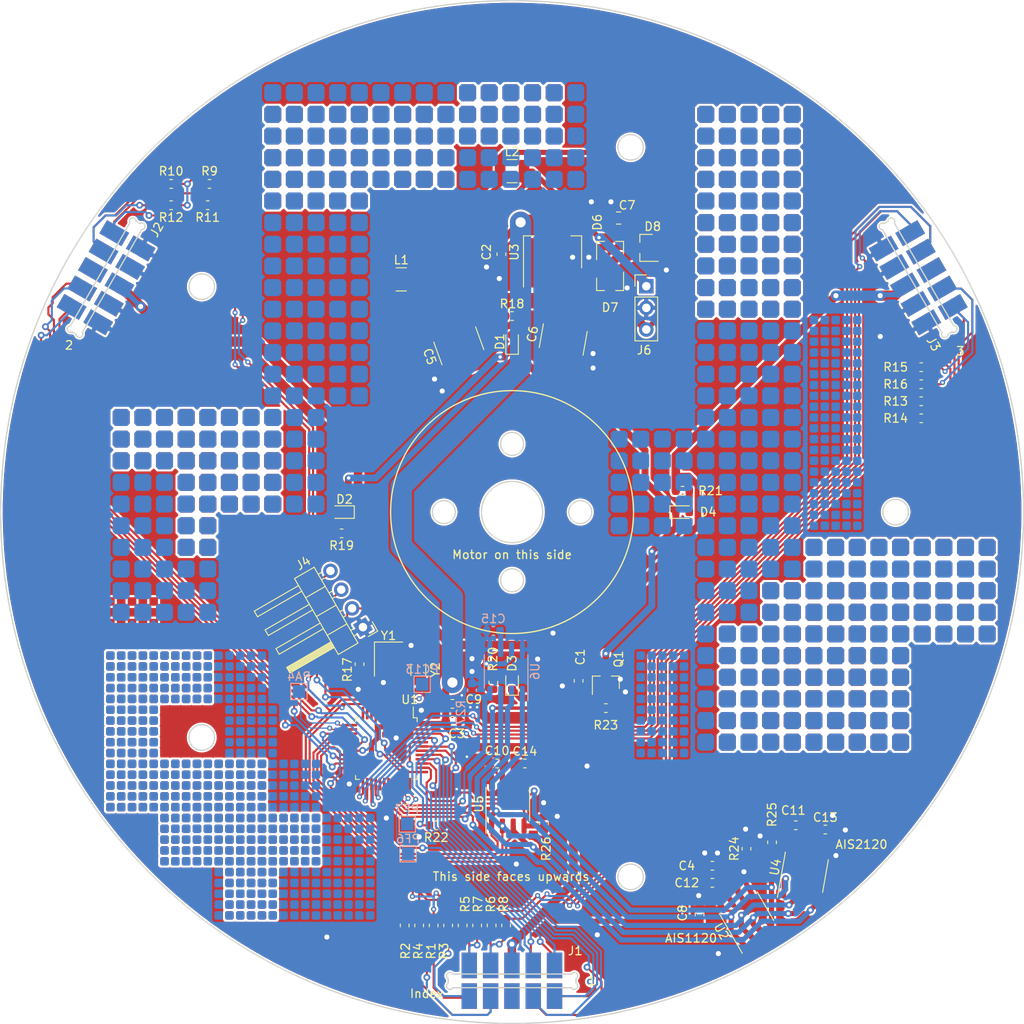
<source format=kicad_pcb>
(kicad_pcb (version 20201002) (generator pcbnew)

  (general
    (thickness 1.6)
  )

  (paper "A4")
  (layers
    (0 "F.Cu" signal)
    (31 "B.Cu" signal)
    (32 "B.Adhes" user "B.Adhesive")
    (33 "F.Adhes" user "F.Adhesive")
    (34 "B.Paste" user)
    (35 "F.Paste" user)
    (36 "B.SilkS" user "B.Silkscreen")
    (37 "F.SilkS" user "F.Silkscreen")
    (38 "B.Mask" user)
    (39 "F.Mask" user)
    (40 "Dwgs.User" user "User.Drawings")
    (41 "Cmts.User" user "User.Comments")
    (42 "Eco1.User" user "User.Eco1")
    (43 "Eco2.User" user "User.Eco2")
    (44 "Edge.Cuts" user)
    (45 "Margin" user)
    (46 "B.CrtYd" user "B.Courtyard")
    (47 "F.CrtYd" user "F.Courtyard")
    (48 "B.Fab" user)
    (49 "F.Fab" user)
  )

  (setup
    (stackup
      (layer "F.SilkS" (type "Top Silk Screen"))
      (layer "F.Paste" (type "Top Solder Paste"))
      (layer "F.Mask" (type "Top Solder Mask") (color "Green") (thickness 0.01))
      (layer "F.Cu" (type "copper") (thickness 0.035))
      (layer "dielectric 1" (type "core") (thickness 1.51) (material "FR4") (epsilon_r 4.5) (loss_tangent 0.02))
      (layer "B.Cu" (type "copper") (thickness 0.035))
      (layer "B.Mask" (type "Bottom Solder Mask") (color "Green") (thickness 0.01))
      (layer "B.Paste" (type "Bottom Solder Paste"))
      (layer "B.SilkS" (type "Bottom Silk Screen"))
      (copper_finish "None")
      (dielectric_constraints no)
    )
    (pcbplotparams
      (layerselection 0x00010fc_ffffffff)
      (usegerberextensions false)
      (usegerberattributes true)
      (usegerberadvancedattributes true)
      (creategerberjobfile true)
      (svguseinch false)
      (svgprecision 6)
      (excludeedgelayer true)
      (linewidth 0.100000)
      (plotframeref false)
      (viasonmask false)
      (mode 1)
      (useauxorigin false)
      (hpglpennumber 1)
      (hpglpenspeed 20)
      (hpglpendiameter 15.000000)
      (psnegative false)
      (psa4output false)
      (plotreference true)
      (plotvalue true)
      (plotinvisibletext false)
      (sketchpadsonfab false)
      (subtractmaskfromsilk false)
      (outputformat 1)
      (mirror false)
      (drillshape 0)
      (scaleselection 1)
      (outputdirectory "")
    )
  )


  (net 0 "")
  (net 1 "GND")
  (net 2 "+3V3")
  (net 3 "Net-(C4-Pad1)")
  (net 4 "/DC_PREREG")
  (net 5 "Net-(D1-Pad2)")
  (net 6 "Net-(D2-Pad2)")
  (net 7 "Net-(D3-Pad2)")
  (net 8 "Net-(D4-Pad2)")
  (net 9 "/AC_IN_B")
  (net 10 "/AC_IN_A")
  (net 11 "/mesh_vert0up_0s")
  (net 12 "/mesh_vert0up_1s")
  (net 13 "/mesh_vert0up_1r")
  (net 14 "/mesh_vert0up_0r")
  (net 15 "/mesh_top_0r")
  (net 16 "/mesh_top_1r")
  (net 17 "/mesh_top_1s")
  (net 18 "/mesh_top_0s")
  (net 19 "Net-(J1-Pad3)")
  (net 20 "Net-(J1-Pad13)")
  (net 21 "/mesh_vert0dn_0s")
  (net 22 "Net-(J2-Pad3)")
  (net 23 "Net-(J2-Pad13)")
  (net 24 "/mesh_vert0dn_1s")
  (net 25 "/mesh_vert0dn_1r")
  (net 26 "/mesh_vert0dn_0r")
  (net 27 "/mesh_bot_0r")
  (net 28 "/mesh_bot_1r")
  (net 29 "Net-(J3-Pad3)")
  (net 30 "Net-(J3-Pad13)")
  (net 31 "/mesh_bot_1s")
  (net 32 "/mesh_bot_0s")
  (net 33 "/mesh_vert1up_0s")
  (net 34 "/mesh_vert1up_1s")
  (net 35 "/mesh_vert1up_1r")
  (net 36 "/mesh_vert1up_0r")
  (net 37 "/mesh_vert1dn_0s")
  (net 38 "/mesh_vert1dn_1s")
  (net 39 "/mesh_vert1dn_1r")
  (net 40 "/mesh_vert1dn_0r")
  (net 41 "/mesh_vert2up_0s")
  (net 42 "/mesh_vert2up_1s")
  (net 43 "/mesh_vert2up_1r")
  (net 44 "/mesh_vert2up_0r")
  (net 45 "/mesh_vert2dn_0s")
  (net 46 "/mesh_vert2dn_1s")
  (net 47 "/mesh_vert2dn_1r")
  (net 48 "/mesh_vert2dn_0r")
  (net 49 "/SWCLK")
  (net 50 "/SWDIO")
  (net 51 "/mesh_global_stim_0s")
  (net 52 "/mesh_global_stim_1s")
  (net 53 "/LED_TX")
  (net 54 "Net-(TP1-Pad1)")
  (net 55 "Net-(TP2-Pad1)")
  (net 56 "Net-(TP3-Pad1)")
  (net 57 "/DBG_SENSE")
  (net 58 "/MOSI")
  (net 59 "/MISO")
  (net 60 "/SCK")
  (net 61 "/DBG_RX")
  (net 62 "/DBG_TX")
  (net 63 "/XT_HSE_B")
  (net 64 "/XT_HSE_A")
  (net 65 "/XT_LSE_B")
  (net 66 "/XT_LSE_A")
  (net 67 "Net-(TP4-Pad1)")
  (net 68 "Net-(C13-Pad1)")
  (net 69 "Net-(C14-Pad1)")
  (net 70 "Net-(C15-Pad1)")
  (net 71 "/~AIS_CS1")
  (net 72 "/~AIS_CS2")
  (net 73 "/~AIS_CS3")
  (net 74 "/~AIS_CS4")
  (net 75 "Net-(D1-Pad1)")
  (net 76 "Net-(Q1-Pad1)")
  (net 77 "/~STM_RST")
  (net 78 "/BOOT0")

  (module "Resistor_SMD:R_0603_1608Metric" (layer "F.Cu") (tedit 5B301BBD) (tstamp 0030cca1-9e37-4d03-b81b-3d50a8e5848f)
    (at 144.2 148.5 -90)
    (descr "Resistor SMD 0603 (1608 Metric), square (rectangular) end terminal, IPC_7351 nominal, (Body size source: http://www.tortai-tech.com/upload/download/2011102023233369053.pdf), generated with kicad-footprint-generator")
    (tags "resistor")
    (property "Reichelt" "Stock")
    (property "Sheet file" "/home/user/research/rotohsm/prototype/mech_pcbs/rotor_base_pcb/rotor_base_pcb.kicad_sch")
    (property "Sheet name" "")
    (path "/61f19ebe-0ac5-4fe8-b7f0-91569091e23e")
    (attr smd)
    (fp_text reference "R5" (at -2.5 -0.3 90) (layer "F.SilkS")
      (effects (font (size 1 1) (thickness 0.15)))
      (tstamp 0240228c-5741-4203-8b1a-b5e210381551)
    )
    (fp_text value "0" (at 0 1.43 90) (layer "F.Fab")
      (effects (font (size 1 1) (thickness 0.15)))
      (tstamp 494c99d1-8d06-4bcd-a800-dee52ece3918)
    )
    (fp_text user "${REFERENCE}" (at 0 0 90) (layer "F.Fab")
      (effects (font (size 0.4 0.4) (thickness 0.06)))
      (tstamp f9731ee6-f0c5-47c1-8480-863dcdbef0b6)
    )
    (fp_line (start -0.162779 -0.51) (end 0.162779 -0.51) (layer "F.SilkS") (width 0.12) (tstamp 571fbc79-3820-48a7-948e-5577186f9abc))
    (fp_line (start -0.162779 0.51) (end 0.162779 0.51) (layer "F.SilkS") (width 0.12) (tstamp 66faa2f9-768b-4cd7-8711-182075787a3b))
    (fp_line (start -1.48 -0.73) (end 1.48 -0.73) (layer "F.CrtYd") (width 0.05) (tstamp 1d741510-3946-4669-b8e7-882068d0b7b8))
    (fp_line (start -1.48 0.73) (end -1.48 -0.73) (layer "F.CrtYd") (width 0.05) (tstamp 31428b17-05f2-40a0-860c-c79c8f22b84f))
    (fp_line (start 1.48 0.73) (end -1.48 0.73) (layer "F.CrtYd") (width 0.05) (tstamp 851a66f0-f757-4564-b04b-65ebf696cc36))
    (fp_line (start 1.48 -0.73) (end 1.48 0.73) (layer "F.CrtYd") (width 0.05) (tstamp d15ed120-23fb-4ed0-8571-a09a9f07bb4d))
    (fp_line (start -0.8 0.4) (end -0.8 -0.4) (layer "F.Fab") (width 0.1) (tstamp 545fcbe3-fbf5-48f6-ab66-af70e4a3af81))
    (fp_line (start 0.8 0.4) (end -0.8 0.4) (layer "F.Fab") (width 0.1) (tstamp d0e12057-9e9f-495b-9044-d56eb00f380b))
    (fp_line (start 0.8 -0.4) (end 0.8 0.4) (layer "F.Fab") (width 0.1) (tstamp e8a5e9c1-f119-4e70-89d7-cae52f7951cc))
    (fp_line (start -0.8 -0.4) (end 0.8 -0.4) (layer "F.Fab") (width 0.1) (tstamp f088be0a-2bf9-425a-a247-69983cb31ea2))
    (pad "1" smd roundrect (at -0.7875 0 270) (size 0.875 0.95) (layers "F.Cu" "F.Paste" "F.Mask") (roundrect_rratio 0.25)
      (net 51 "/mesh_global_stim_0s") (tstamp adb952be-4041-4103-b7f9-cb6af024063b))
    (pad "2" smd roundrect (at 0.7875 0 270) (size 0.875 0.95) (layers "F.Cu" "F.Paste" "F.Mask") (roundrect_rratio 0.25)
      (net 18 "/mesh_top_0s") (tstamp 82833057-5f4c-460d-9ca4-ebb22063cd63))
    (model "${KISYS3DMOD}/Resistor_SMD.3dshapes/R_0603_1608Metric.wrl"
      (offset (xyz 0 0 0))
      (scale (xyz 1 1 1))
      (rotate (xyz 0 0 0))
    )
  )

  (module "Resistor_SMD:R_0603_1608Metric" (layer "F.Cu") (tedit 5B301BBD) (tstamp 01b3040b-e05f-48b3-9a27-bb9b847bb9bd)
    (at 198 83)
    (descr "Resistor SMD 0603 (1608 Metric), square (rectangular) end terminal, IPC_7351 nominal, (Body size source: http://www.tortai-tech.com/upload/download/2011102023233369053.pdf), generated with kicad-footprint-generator")
    (tags "resistor")
    (property "Reichelt" "Stock")
    (property "Sheet file" "/home/user/research/rotohsm/prototype/mech_pcbs/rotor_base_pcb/rotor_base_pcb.kicad_sch")
    (property "Sheet name" "")
    (path "/5cf9b135-1ca8-48a6-8df3-29e6d5949c89")
    (attr smd)
    (fp_text reference "R15" (at -3 0) (layer "F.SilkS")
      (effects (font (size 1 1) (thickness 0.15)))
      (tstamp 6592b437-19ee-41a5-b6c1-aab6f252b8b5)
    )
    (fp_text value "0" (at 0 1.43) (layer "F.Fab")
      (effects (font (size 1 1) (thickness 0.15)))
      (tstamp 1ffc3bae-5cbd-415f-b61f-e5575317b344)
    )
    (fp_text user "${REFERENCE}" (at 0 0) (layer "F.Fab")
      (effects (font (size 0.4 0.4) (thickness 0.06)))
      (tstamp 7ebf1744-21ee-43d8-a232-695c73c0e2f2)
    )
    (fp_line (start -0.162779 0.51) (end 0.162779 0.51) (layer "F.SilkS") (width 0.12) (tstamp 2d4893c4-46c9-4553-9aa0-1e4a8bbfb83f))
    (fp_line (start -0.162779 -0.51) (end 0.162779 -0.51) (layer "F.SilkS") (width 0.12) (tstamp f2348551-65d8-49dd-a50c-f7ed17395a51))
    (fp_line (start 1.48 0.73) (end -1.48 0.73) (layer "F.CrtYd") (width 0.05) (tstamp 5b8e3b0d-b549-463b-bc0a-adca3b4d3aa9))
    (fp_line (start -1.48 0.73) (end -1.48 -0.73) (layer "F.CrtYd") (width 0.05) (tstamp 786e7eaa-8ac1-45d6-91db-f3bb34ae2147))
    (fp_line (start -1.48 -0.73) (end 1.48 -0.73) (layer "F.CrtYd") (width 0.05) (tstamp 977e148d-da6b-4db1-8221-e9d2d6550e98))
    (fp_line (start 1.48 -0.73) (end 1.48 0.73) (layer "F.CrtYd") (width 0.05) (tstamp af516cd1-9c8c-450c-8756-e7353f8cd030))
    (fp_line (start 0.8 -0.4) (end 0.8 0.4) (layer "F.Fab") (width 0.1) (tstamp 0ef39109-e592-4d2a-89ca-8e4a5e9ba46d))
    (fp_line (start -0.8 0.4) (end -0.8 -0.4) (layer "F.Fab") (width 0.1) (tstamp 766eaaca-3f62-468d-a483-b208d6758ec0))
    (fp_line (start 0.8 0.4) (end -0.8 0.4) (layer "F.Fab") (width 0.1) (tstamp 8d525ba2-2b4d-46b4-a044-be2717b3a984))
    (fp_line (start -0.8 -0.4) (end 0.8 -0.4) (layer "F.Fab") (width 0.1) (tstamp e4d0fdbf-b157-4be8-b308-3df04e2e280e))
    (pad "1" smd roundrect (at -0.7875 0) (size 0.875 0.95) (layers "F.Cu" "F.Paste" "F.Mask") (roundrect_rratio 0.25)
      (net 51 "/mesh_global_stim_0s") (tstamp ac7b2888-e4a3-4ca4-b3f4-c9446f0e65dc))
    (pad "2" smd roundrect (at 0.7875 0) (size 0.875 0.95) (layers "F.Cu" "F.Paste" "F.Mask") (roundrect_rratio 0.25)
      (net 45 "/mesh_vert2dn_0s") (tstamp d5c13bdd-c5a4-4c28-8f19-5ee15c8331f0))
    (model "${KISYS3DMOD}/Resistor_SMD.3dshapes/R_0603_1608Metric.wrl"
      (offset (xyz 0 0 0))
      (scale (xyz 1 1 1))
      (rotate (xyz 0 0 0))
    )
  )

  (module "Package_SO:SO-8_3.9x4.9mm_P1.27mm" (layer "F.Cu") (tedit 5C509AD1) (tstamp 066c9a90-9350-41f0-ad84-21ee45290216)
    (at 149.5 134.25 90)
    (descr "SO, 8 Pin (https://www.nxp.com/docs/en/data-sheet/PCF8523.pdf), generated with kicad-footprint-generator ipc_gullwing_generator.py")
    (tags "SO SO")
    (property "Reichelt" "Stock (TBD)")
    (property "Sheet file" "/home/user/research/rotohsm/prototype/mech_pcbs/rotor_base_pcb/rotor_base_pcb.kicad_sch")
    (property "Sheet name" "")
    (path "/7a0d0b5b-1bd2-4cc3-a5a0-d174fe6f3ae2")
    (attr smd)
    (fp_text reference "U5" (at 0 -3.4 90) (layer "F.SilkS")
      (effects (font (size 1 1) (thickness 0.15)))
      (tstamp 90b233d6-8dd2-410e-aee6-2272541b8b14)
    )
    (fp_text value "AIS1120SX" (at 0 3.4 90) (layer "F.Fab")
      (effects (font (size 1 1) (thickness 0.15)))
      (tstamp 8f9e5192-95a7-4eab-befe-4171c8164690)
    )
    (fp_text user "${REFERENCE}" (at 0 0 90) (layer "F.Fab")
      (effects (font (size 0.98 0.98) (thickness 0.15)))
      (tstamp 6e06573f-29b9-4290-bf36-69c951fcb081)
    )
    (fp_line (start 0 -2.56) (end 1.95 -2.56) (layer "F.SilkS") (width 0.12) (tstamp 150761a3-0ec6-409e-803a-173b9e44b66d))
    (fp_line (start 0 2.56) (end 1.95 2.56) (layer "F.SilkS") (width 0.12) (tstamp b567f7ae-d4ab-4db5-9998-d1ff64d4e661))
    (fp_line (start 0 2.56) (end -1.95 2.56) (layer "F.SilkS") (width 0.12) (tstamp bfa6a967-94b7-4a66-89e2-5eaf09e4a86b))
    (fp_line (start 0 -2.56) (end -3.45 -2.56) (layer "F.SilkS") (width 0.12) (tstamp c86ea067-d4cd-43c9-a7ae-3e865acd2dd8))
    (fp_line (start -3.7 2.7) (end 3.7 2.7) (layer "F.CrtYd") (width 0.05) (tstamp b65922a7-052e-4c7f-8e24-ee50368ac0b3))
    (fp_line (start 3.7 -2.7) (end -3.7 -2.7) (layer "F.CrtYd") (width 0.05) (tstamp c05becfd-92d8-4db8-8128-483c075c1806))
    (fp_line (start 3.7 2.7) (end 3.7 -2.7) (layer "F.CrtYd") (width 0.05) (tstamp c9290d68-dbd6-4c35-a7ff-67aa2fcf75a8))
    (fp_line (start -3.7 -2.7) (end -3.7 2.7) (layer "F.CrtYd") (width 0.05) (tstamp ec83bbb2-9f2d-448b-a666-4003df2d273e))
    (fp_line (start -1.95 2.45) (end -1.95 -1.475) (layer "F.Fab") (width 0.1) (tstamp 22126fa2-00ba-45c8-b575-4fe3ee0f2718))
    (fp_line (start 1.95 2.45) (end -1.95 2.45) (layer "F.Fab") (width 0.1) (tstamp 98791076-f04c-4552-9a15-df54008eb004))
    (fp_line (start 1.95 -2.45) (end 1.95 2.45) (layer "F.Fab") (width 0.1) (tstamp cf9799f7-ed0d-4a2a-91d3-6201a1fd8084))
    (fp_line (start -1.95 -1.475) (end -0.975 -2.45) (layer "F.Fab") (width 0.1) (tstamp d38443ae-b07c-436c-8b32-b4d362f0d4ab))
    (fp_line (start -0.975 -2.45) (end 1.95 -2.45) (layer "F.Fab") (width 0.1) (tstamp e79a88c3-63ef-4ce3-b02b-6438edde1169))
    (pad "1" smd roundrect (at -2.575 -1.905 90) (size 1.75 0.6) (layers "F.Cu" "F.Paste" "F.Mask") (roundrect_rratio 0.25)
      (net 60 "/SCK") (pinfunction "SCL") (tstamp 26e105ab-ebe5-46f3-9c00-5bc8c73d82a8))
    (pad "2" smd roundrect (at -2.575 -0.635 90) (size 1.75 0.6) (layers "F.Cu" "F.Paste" "F.Mask") (roundrect_rratio 0.25)
      (net 58 "/MOSI") (pinfunction "SDI") (tstamp 7deeaf64-e678-49f1-b1a5-10ba0369a3b5))
    (pad "3" smd roundrect (at -2.575 0.635 90) (size 1.75 0.6) (layers "F.Cu" "F.Paste" "F.Mask") (roundrect_rratio 0.25)
      (net 59 "/MISO") (pinfunction "SDO") (tstamp 53e3a129-c41b-4ecb-9be3-5af79a651b09))
    (pad "4" smd roundrect (at -2.575 1.905 90) (size 1.75 0.6) (layers "F.Cu" "F.Paste" "F.Mask") (roundrect_rratio 0.25)
      (net 73 "/~AIS_CS3") (pinfunction "CS") (tstamp de603224-b93c-49c9-866b-1c62c2c3276c))
    (pad "5" smd roundrect (at 2.575 1.905 90) (size 1.75 0.6) (layers "F.Cu" "F.Paste" "F.Mask") (roundrect_rratio 0.25)
      (net 1 "GND") (pinfunction "GND") (tstamp fed33bf7-6115-425a-81c0-cc71e7dace73))
    (pad "6" smd roundrect (at 2.575 0.635 90) (size 1.75 0.6) (layers "F.Cu" "F.Paste" "F.Mask") (roundrect_rratio 0.25)
      (net 69 "Net-(C14-Pad1)") (pinfunction "VREG") (tstamp 75df39e3-8081-4f0f-95b0-9203859f509d))
    (pad "7" smd roundrect (at 2.575 -0.635 90) (size 1.75 0.6) (layers "F.Cu" "F.Paste" "F.Mask") (roundrect_rratio 0.25)
      (net 2 "+3V3") (pinfunction "VDD") (tstamp 603eb265-dc65-4d61-8fd0-35e59736d4db))
    (pad "8" smd roundrect (at 2.575 -1.905 90) (size 1.75 0.6) (layers "F.Cu" "F.Paste" "F.Mask") (roundrect_rratio 0.25)
      (net 1 "GND") (pinfunction "MP") (tstamp 49be4cd1-9aa4-4bc3-bab5-2df64e5b67d7))
    (model "${KISYS3DMOD}/Package_SO.3dshapes/SO-8_3.9x4.9mm_P1.27mm.wrl"
      (offset (xyz 0 0 0))
      (scale (xyz 1 1 1))
      (rotate (xyz 0 0 0))
    )
  )

  (module "Resistor_SMD:R_0603_1608Metric" (layer "F.Cu") (tedit 5B301BBD) (tstamp 0a44c48b-df19-47e8-b0ed-ff131e6ce16c)
    (at 149.3 148.5 -90)
    (descr "Resistor SMD 0603 (1608 Metric), square (rectangular) end terminal, IPC_7351 nominal, (Body size source: http://www.tortai-tech.com/upload/download/2011102023233369053.pdf), generated with kicad-footprint-generator")
    (tags "resistor")
    (property "Reichelt" "Stock")
    (property "Sheet file" "/home/user/research/rotohsm/prototype/mech_pcbs/rotor_base_pcb/rotor_base_pcb.kicad_sch")
    (property "Sheet name" "")
    (path "/c47d523e-a80c-48c2-a3c9-6a9c96e3ddc6")
    (attr smd)
    (fp_text reference "R8" (at -2.5 0.3 90) (layer "F.SilkS")
      (effects (font (size 1 1) (thickness 0.15)))
      (tstamp 12dbb2c5-6d0b-42b5-a88f-f7bbbe07bc79)
    )
    (fp_text value "0" (at 0 1.43 90) (layer "F.Fab")
      (effects (font (size 1 1) (thickness 0.15)))
      (tstamp 929f49ae-ac2e-47fb-a6f1-5f7e44c43589)
    )
    (fp_text user "${REFERENCE}" (at 0 0 90) (layer "F.Fab")
      (effects (font (size 0.4 0.4) (thickness 0.06)))
      (tstamp ca763d7a-76f6-4bdf-bea2-544ccadc5678)
    )
    (fp_line (start -0.162779 -0.51) (end 0.162779 -0.51) (layer "F.SilkS") (width 0.12) (tstamp 2a1c1a9f-17ab-425a-bc07-b53cad0c7158))
    (fp_line (start -0.162779 0.51) (end 0.162779 0.51) (layer "F.SilkS") (width 0.12) (tstamp 4e44d27a-6de3-440b-9ca9-0133daca3455))
    (fp_line (start 1.48 -0.73) (end 1.48 0.73) (layer "F.CrtYd") (width 0.05) (tstamp 2e3605d3-8b27-4fc4-9835-b7838876f5fb))
    (fp_line (start -1.48 0.73) (end -1.48 -0.73) (layer "F.CrtYd") (width 0.05) (tstamp a0d163be-b27c-4f06-9f51-c8e89ae12028))
    (fp_line (start 1.48 0.73) (end -1.48 0.73) (layer "F.CrtYd") (width 0.05) (tstamp a3b39d80-75f0-453c-adec-b32e8eb67ea7))
    (fp_line (start -1.48 -0.73) (end 1.48 -0.73) (layer "F.CrtYd") (width 0.05) (tstamp e29c2ae6-eae1-4ecb-9f5f-2c9c0145fca0))
    (fp_line (start -0.8 -0.4) (end 0.8 -0.4) (layer "F.Fab") (width 0.1) (tstamp 02daf059-6da1-4364-9275-bfa23240aec2))
    (fp_line (start -0.8 0.4) (end -0.8 -0.4) (layer "F.Fab") (width 0.1) (tstamp 0d560913-4951-4f85-b4f5-cf97d0d5dbce))
    (fp_line (start 0.8 0.4) (end -0.8 0.4) (layer "F.Fab") (width 0.1) (tstamp 68d02529-f09d-49f4-a52f-6a587300546b))
    (fp_line (start 0.8 -0.4) (end 0.8 0.4) (layer "F.Fab") (width 0.1) (tstamp 9ee05ead-e085-4797-9697-7a7de833b631))
    (pad "1" smd roundrect (at -0.7875 0 270) (size 0.875 0.95) (layers "F.Cu" "F.Paste" "F.Mask") (roundrect_rratio 0.25)
      (net 52 "/mesh_global_stim_1s") (tstamp df05cebc-8d6f-4bb4-bcb9-33229cf3316c))
    (pad "2" smd roundrect (at 0.7875 0 270) (size 0.875 0.95) (layers "F.Cu" "F.Paste" "F.Mask") (roundrect_rratio 0.25)
      (net 31 "/mesh_bot_1s") (tstamp 69bdcb64-b624-4210-9a88-b5ab9f50781b))
    (model "${KISYS3DMOD}/Resistor_SMD.3dshapes/R_0603_1608Metric.wrl"
      (offset (xyz 0 0 0))
      (scale (xyz 1 1 1))
      (rotate (xyz 0 0 0))
    )
  )

  (module "common_footprints:5x5_proto_array_1.27" (layer "F.Cu") (tedit 5F805F0D) (tstamp 0fd7f840-98b0-4b83-9926-7bde00f74d42)
    (at 111.76 132.08)
    (attr through_hole)
    (fp_text reference "REF**" (at 0 -0.5 unlocked) (layer "F.SilkS") hide
      (effects (font (size 1 1) (thickness 0.15)))
      (tstamp f9bf0039-7c77-4718-8d04-9a41cd50d135)
    )
    (fp_text value "5x5_proto_array_1.27" (at 0 1 unlocked) (layer "F.Fab") hide
      (effects (font (size 1 1) (thickness 0.15)))
      (tstamp a2466d2e-21c0-4f7f-b7e4-4431d122b469)
    )
    (pad "0" smd roundrect (at -2.54 2.54) (size 1 1) (layers "F.Cu" "F.Mask") (roundrect_rratio 0.25)
      (chamfer_ratio 0.15) (chamfer top_left top_right bottom_left bottom_right) (tstamp 5f851ff6-f92b-42dd-96ba-fea828cfaaa6))
    (pad "0" smd roundrect (at -2.54 -2.54) (size 1 1) (layers "F.Cu" "F.Mask") (roundrect_rratio 0.25)
      (chamfer_ratio 0.15) (chamfer top_left top_right bottom_left bottom_right) (tstamp 9c35f6be-e976-4450-9657-bc06f98a51aa))
    (pad "0" smd roundrect (at -2.54 -1.27) (size 1 1) (layers "F.Cu" "F.Mask") (roundrect_rratio 0.25)
      (chamfer_ratio 0.15) (chamfer top_left top_right bottom_left bottom_right) (tstamp a40d34e1-eaea-41ad-b466-834ef6fadb99))
    (pad "0" smd roundrect (at -2.54 0) (size 1 1) (layers "F.Cu" "F.Mask") (roundrect_rratio 0.25)
      (chamfer_ratio 0.15) (chamfer top_left top_right bottom_left bottom_right) (tstamp bd19c19b-19dd-49a7-bbc3-e778712194a3))
    (pad "0" smd roundrect (at -2.54 1.27) (size 1 1) (layers "F.Cu" "F.Mask") (roundrect_rratio 0.25)
      (chamfer_ratio 0.15) (chamfer top_left top_right bottom_left bottom_right) (tstamp e26a034a-31ab-45da-8f67-341b44e7e573))
    (pad "1" smd roundrect (at -1.27 2.54) (size 1 1) (layers "F.Cu" "F.Mask") (roundrect_rratio 0.25)
      (chamfer_ratio 0.15) (chamfer top_left top_right bottom_left bottom_right) (tstamp 193cd745-1929-4fca-b271-3cc5feebe1a0))
    (pad "1" smd roundrect (at -1.27 1.27) (size 1 1) (layers "F.Cu" "F.Mask") (roundrect_rratio 0.25)
      (chamfer_ratio 0.15) (chamfer top_left top_right bottom_left bottom_right) (tstamp 45b6c670-97d2-4d69-af57-ccbe11bf9ef4))
    (pad "1" smd roundrect (at -1.27 -2.54) (size 1 1) (layers "F.Cu" "F.Mask") (roundrect_rratio 0.25)
      (chamfer_ratio 0.15) (chamfer top_left top_right bottom_left bottom_right) (tstamp 948cbe89-048a-4599-a626-a8b819bf3667))
    (pad "1" smd roundrect (at -1.27 0) (size 1 1) (layers "F.Cu" "F.Mask") (roundrect_rratio 0.25)
      (chamfer_ratio 0.15) (chamfer top_left top_right bottom_left bottom_right) (tstamp a8b4877d-368f-49d6-9e53-977515c67b7f))
    (pad "1" smd roundrect (at -1.27 -1.27) (size 1 1) (layers "F.Cu" "F.Mask") (roundrect_rratio 0.25)
      (chamfer_ratio 0.15) (chamfer top_left top_right bottom_left bottom_right) (tstamp f1210cf2-3a92-426b-a7f1-755428f9a06b))
    (pad "2" smd roundrect (at 0 -2.54) (size 1 1) (layers "F.Cu" "F.Mask") (roundrect_rratio 0.25)
      (chamfer_ratio 0.15) (chamfer top_left top_right bottom_left bottom_right) (tstamp 50f98f08-0fc2-4bb2-9be9-be002e426a57))
    (pad "2" smd roundrect (at 0 -1.27) (size 1 1) (layers "F.Cu" "F.Mask") (roundrect_rratio 0.25)
      (chamfer_ratio 0.15) (chamfer top_left top_right bottom_left bottom_right) (tstamp 562b6aaa-d402-4eb0-a4b7-98ab474e74ba))
    (pad "2" smd roundrect (at 0 1.27) (size 1 1) (layers "F.Cu" "F.Mask") (roundrect_rratio 0.25)
      (chamfer_ratio 0.15) (chamfer top_left top_right bottom_left bottom_right) (tstamp 6c8fbf4d-71be-46c7-b7fd-0b0c0924bd2c))
    (pad "2" smd roundrect (at 0 2.54) (size 1 1) (layers "F.Cu" "F.Mask") (roundrect_rratio 0.25)
      (chamfer_ratio 0.15) (chamfer top_left top_right bottom_left bottom_right) (tstamp a7ec6501-3ae8-4fa7-a1c6-c0ded9c9e3e9))
    (pad "2" smd roundrect (at 0 0) (size 1 1) (layers "F.Cu" "F.Mask") (roundrect_rratio 0.25)
      (chamfer_ratio 0.15) (chamfer top_left top_right bottom_left bottom_right) (tstamp c3e1e8d9-5cab-4186-9395-1e9f4ac586f8))
    (pad "3" smd roundrect (at 1.27 2.54) (size 1 1) (layers "F.Cu" "F.Mask") (roundrect_rratio 0.25)
      (chamfer_ratio 0.15) (chamfer top_left top_right bottom_left bottom_right) (tstamp 71378965-6bf9-493e-95a1-228e4f8fe866))
    (pad "3" smd roundrect (at 1.27 0) (size 1 1) (layers "F.Cu" "F.Mask") (roundrect_rratio 0.25)
      (chamfer_ratio 0.15) (chamfer top_left top_right bottom_left bottom_right) (tstamp 923175c0-7b43-41bf-bcd5-577aeb53d8a3))
    (pad "3" smd roundrect (at 1.27 1.27) (size 1 1) (layers "F.Cu" "F.Mask") (roundrect_rratio 0.25)
      (chamfer_ratio 0.15) (chamfer top_left top_right bottom_left bottom_right) (tstamp ef6ab8e7-c13f-4c46-9a90-031c1a916898))
    (pad "3" smd roundrect (at 1.27 -2.54) (size 1 1) (layers "F.Cu" "F.Mask") (roundrect_rratio 0.25)
      (chamfer_ratio 0.15) (chamfer top_left top_right bottom_left bottom_right) (tstamp f47863ed-083c-49c3-b9b0-b5f0b7916d25))
    (pad "3" smd roundrect (at 1.27 -1.27) (size 1 1) (layers "F.Cu" "F.Mask") (roundrect_rratio 0.25)
      (chamfer_ratio 0.15) (chamfer top_left top_right bottom_left bottom_right) (tstamp ff3c2b11-e002-4ecc-89f0-7e11185376fa))
    (pad "4" smd roundrect (at 2.54 -2.54) (size 1 1) (layers "F.Cu" "F.Mask") (roundrect_rratio 0.25)
      (chamfer_ratio 0.15) (chamfer top_left top_right bottom_left bottom_right) (tstamp 2b45a8c7-5ae1-4c98-8273-d3da5418feb4))
    (pad "4" smd roundrect (at 2.54 0) (size 1 1) (layers "F.Cu" "F.Mask") (roundrect_rratio 0.25)
      (chamfer_ratio 0.15) (chamfer top_left top_right bottom_left bottom_right) (tstamp 44d859a6-5fc9-4b31-ae4e-04492a337a11))
    (pad "4" smd roundrect (at 2.54 1.27) (size 1 1) (layers "F.Cu" "F.Mask") (roundrect_rratio 0.25)
      (chamfer_ratio 0.15) (chamfer top_left top_right bottom_left bottom_right) (tstamp 47a4a805-86fd-414c-a791-509ac76592bd))
    (pad "4" smd roundrect (at 2.54 2.54) (size 1 1) (layers "F.Cu" "F.Mask") (roundrect_rratio 0.25)
      (chamfer_ratio 0.15) (chamfer top_left top_right bottom_left bottom_right) (tstamp 81688c0b-caf6-49ed-a583-b8ab7d9bc0f7))
    (pad "4" smd roundrect (at 2.54 -1.27) (size 1 1) (layers "F.Cu" "F.Mask") (roundrect_rratio 0.25)
      (chamfer_ratio 0.15) (chamfer top_left top_right bottom_left bottom_right) (tstamp ea33b076-b975-407e-a97e-bd7f9541103b))
  )

  (module "Capacitor_SMD:C_0603_1608Metric" (layer "F.Cu") (tedit 5B301BBE) (tstamp 1456e116-33d8-4df6-84a5-06083aba6b03)
    (at 173.5 143.5 180)
    (descr "Capacitor SMD 0603 (1608 Metric), square (rectangular) end terminal, IPC_7351 nominal, (Body size source: http://www.tortai-tech.com/upload/download/2011102023233369053.pdf), generated with kicad-footprint-generator")
    (tags "capacitor")
    (property "Reichelt" "X7R-G0603 100N")
    (property "Sheet file" "/home/user/research/rotohsm/prototype/mech_pcbs/rotor_base_pcb/rotor_base_pcb.kicad_sch")
    (property "Sheet name" "")
    (path "/66f86923-ef92-42a1-922e-41f32db77f54")
    (attr smd)
    (fp_text reference "C12" (at 3 0) (layer "F.SilkS")
      (effects (font (size 1 1) (thickness 0.15)))
      (tstamp be1f3e9f-4b26-4183-b31a-fdc74417bba2)
    )
    (fp_text value "100n" (at 0 1.43) (layer "F.Fab")
      (effects (font (size 1 1) (thickness 0.15)))
      (tstamp 761efba8-c66f-4f14-bccd-c5fa6d3fff1f)
    )
    (fp_text user "${REFERENCE}" (at 0 0) (layer "F.Fab")
      (effects (font (size 0.4 0.4) (thickness 0.06)))
      (tstamp 4b1ff772-090f-4396-94b7-bce416b713a4)
    )
    (fp_line (start -0.162779 -0.51) (end 0.162779 -0.51) (layer "F.SilkS") (width 0.12) (tstamp 21ed1746-72a9-4547-a3f2-f53d38bb7a1e))
    (fp_line (start -0.162779 0.51) (end 0.162779 0.51) (layer "F.SilkS") (width 0.12) (tstamp c2af6ccc-08e5-4411-a7db-3b7179aec586))
    (fp_line (start 1.48 0.73) (end -1.48 0.73) (layer "F.CrtYd") (width 0.05) (tstamp 691fdcca-151c-430f-bf8b-b85b982299c5))
    (fp_line (start 1.48 -0.73) (end 1.48 0.73) (layer "F.CrtYd") (width 0.05) (tstamp 72e2933d-5dfe-4aa4-8b6b-a98bfce3c079))
    (fp_line (start -1.48 -0.73) (end 1.48 -0.73) (layer "F.CrtYd") (width 0.05) (tstamp a10ebc9b-5eb1-459b-b8c7-1a0fef683819))
    (fp_line (start -1.48 0.73) (end -1.48 -0.73) (layer "F.CrtYd") (width 0.05) (tstamp fad550dd-4223-4e41-a433-6c1479d519be))
    (fp_line (start 0.8 0.4) (end -0.8 0.4) (layer "F.Fab") (width 0.1) (tstamp 5abcfb5b-68ef-40fd-b2b1-47617c639276))
    (fp_line (start -0.8 0.4) (end -0.8 -0.4) (layer "F.Fab") (width 0.1) (tstamp 759cb160-2cd2-43b7-94b9-ac7be38d1388))
    (fp_line (start 0.8 -0.4) (end 0.8 0.4) (layer "F.Fab") (width 0.1) (tstamp 8aa65a2c-975d-4f04-b410-1bad34918465))
    (fp_line (start -0.8 -0.4) (end 0.8 -0.4) (layer "F.Fab") (width 0.1) (tstamp ff9bb5b1-25b1-4323-b1f3-ae7ae91f1c9a))
    (pad "1" smd roundrect (at -0.7875 0 180) (size 0.875 0.95) (layers "F.Cu" "F.Paste" "F.Mask") (roundrect_rratio 0.25)
      (net 2 "+3V3") (tstamp e169bb95-57f8-40f2-b3a0-09a31a841c8f))
    (pad "2" smd roundrect (at 0.7875 0 180) (size 0.875 0.95) (layers "F.Cu" "F.Paste" "F.Mask") (roundrect_rratio 0.25)
      (net 1 "GND") (tstamp 4bc5b079-53f1-4594-ad04-d0b725325ea6))
    (model "${KISYS3DMOD}/Capacitor_SMD.3dshapes/C_0603_1608Metric.wrl"
      (offset (xyz 0 0 0))
      (scale (xyz 1 1 1))
      (rotate (xyz 0 0 0))
    )
  )

  (module "common_footprints:5x5_proto_array_1.27" (layer "F.Cu") (tedit 5F805F0D) (tstamp 15df2d2c-c0ad-4b21-87e5-0059cb029a44)
    (at 99.06 119.38)
    (attr through_hole)
    (fp_text reference "REF**" (at 0 -0.5 unlocked) (layer "F.SilkS") hide
      (effects (font (size 1 1) (thickness 0.15)))
      (tstamp 4781a5a2-14a1-49a1-bdb7-98ca6ba8bc8d)
    )
    (fp_text value "5x5_proto_array_1.27" (at 0 1 unlocked) (layer "F.Fab") hide
      (effects (font (size 1 1) (thickness 0.15)))
      (tstamp ca62c6ec-1d3e-4174-b3e5-f5308844682b)
    )
    (pad "0" smd roundrect (at -2.54 2.54) (size 1 1) (layers "F.Cu" "F.Mask") (roundrect_rratio 0.25)
      (chamfer_ratio 0.15) (chamfer top_left top_right bottom_left bottom_right) (tstamp 6211b74a-94eb-426e-97b4-976f5c051831))
    (pad "0" smd roundrect (at -2.54 1.27) (size 1 1) (layers "F.Cu" "F.Mask") (roundrect_rratio 0.25)
      (chamfer_ratio 0.15) (chamfer top_left top_right bottom_left bottom_right) (tstamp 730beb55-534d-496b-82a5-bed1f5cbf501))
    (pad "0" smd roundrect (at -2.54 0) (size 1 1) (layers "F.Cu" "F.Mask") (roundrect_rratio 0.25)
      (chamfer_ratio 0.15) (chamfer top_left top_right bottom_left bottom_right) (tstamp c39aee68-de0b-4eb1-9584-e38b16ac5007))
    (pad "0" smd roundrect (at -2.54 -2.54) (size 1 1) (layers "F.Cu" "F.Mask") (roundrect_rratio 0.25)
      (chamfer_ratio 0.15) (chamfer top_left top_right bottom_left bottom_right) (tstamp c5d26390-8fa8-4d9c-b03c-0110dc871c69))
    (pad "0" smd roundrect (at -2.54 -1.27) (size 1 1) (layers "F.Cu" "F.Mask") (roundrect_rratio 0.25)
      (chamfer_ratio 0.15) (chamfer top_left top_right bottom_left bottom_right) (tstamp f42e83c9-4a0f-46c6-b401-64a94f1f7047))
    (pad "1" smd roundrect (at -1.27 -1.27) (size 1 1) (layers "F.Cu" "F.Mask") (roundrect_rratio 0.25)
      (chamfer_ratio 0.15) (chamfer top_left top_right bottom_left bottom_right) (tstamp 879b4429-4f17-471b-9b95-bf4cc5517414))
    (pad "1" smd roundrect (at -1.27 1.27) (size 1 1) (layers "F.Cu" "F.Mask") (roundrect_rratio 0.25)
      (chamfer_ratio 0.15) (chamfer top_left top_right bottom_left bottom_right) (tstamp 991bfdb7-f609-42d1-ba4b-8f9ac2a46e3a))
    (pad "1" smd roundrect (at -1.27 2.54) (size 1 1) (layers "F.Cu" "F.Mask") (roundrect_rratio 0.25)
      (chamfer_ratio 0.15) (chamfer top_left top_right bottom_left bottom_right) (tstamp a9da4d0c-0236-4c1a-b5d7-cccb5f625a03))
    (pad "1" smd roundrect (at -1.27 -2.54) (size 1 1) (layers "F.Cu" "F.Mask") (roundrect_rratio 0.25)
      (chamfer_ratio 0.15) (chamfer top_left top_right bottom_left bottom_right) (tstamp d7e467a2-67f6-4ea8-9e7f-4d0b679d12df))
    (pad "1" smd roundrect (at -1.27 0) (size 1 1) (layers "F.Cu" "F.Mask") (roundrect_rratio 0.25)
      (chamfer_ratio 0.15) (chamfer top_left top_right bottom_left bottom_right) (tstamp e74f012e-3ba2-45c3-b607-1425a15845b3))
    (pad "2" smd roundrect (at 0 -1.27) (size 1 1) (layers "F.Cu" "F.Mask") (roundrect_rratio 0.25)
      (chamfer_ratio 0.15) (chamfer top_left top_right bottom_left bottom_right) (tstamp 2366a885-623d-45e0-a467-9c79b4718362))
    (pad "2" smd roundrect (at 0 0) (size 1 1) (layers "F.Cu" "F.Mask") (roundrect_rratio 0.25)
      (chamfer_ratio 0.15) (chamfer top_left top_right bottom_left bottom_right) (tstamp 54c284f3-9154-44de-aef4-1a9131c7f794))
    (pad "2" smd roundrect (at 0 1.27) (size 1 1) (layers "F.Cu" "F.Mask") (roundrect_rratio 0.25)
      (chamfer_ratio 0.15) (chamfer top_left top_right bottom_left bottom_right) (tstamp c6070ee3-7df1-4c2e-9163-f7d5312125bb))
    (pad "2" smd roundrect (at 0 -2.54) (size 1 1) (layers "F.Cu" "F.Mask") (roundrect_rratio 0.25)
      (chamfer_ratio 0.15) (chamfer top_left top_right bottom_left bottom_right) (tstamp e6fb61be-6024-4773-933d-f0a79c399222))
    (pad "2" smd roundrect (at 0 2.54) (size 1 1) (layers "F.Cu" "F.Mask") (roundrect_rratio 0.25)
      (chamfer_ratio 0.15) (chamfer top_left top_right bottom_left bottom_right) (tstamp fa0dedc7-6ecc-4f18-a2a4-b5e09911dcea))
    (pad "3" smd roundrect (at 1.27 2.54) (size 1 1) (layers "F.Cu" "F.Mask") (roundrect_rratio 0.25)
      (chamfer_ratio 0.15) (chamfer top_left top_right bottom_left bottom_right) (tstamp 028337cd-707c-41f3-acac-2b111c4d23ac))
    (pad "3" smd roundrect (at 1.27 -1.27) (size 1 1) (layers "F.Cu" "F.Mask") (roundrect_rratio 0.25)
      (chamfer_ratio 0.15) (chamfer top_left top_right bottom_left bottom_right) (tstamp 330508ff-7320-476a-ae8e-767031a17cb1))
    (pad "3" smd roundrect (at 1.27 -2.54) (size 1 1) (layers "F.Cu" "F.Mask") (roundrect_rratio 0.25)
      (chamfer_ratio 0.15) (chamfer top_left top_right bottom_left bottom_right) (tstamp 3b44348f-9429-4561-bf9f-aa219f7edff9))
    (pad "3" smd roundrect (at 1.27 1.27) (size 1 1) (layers "F.Cu" "F.Mask") (roundrect_rratio 0.25)
      (chamfer_ratio 0.15) (chamfer top_left top_right bottom_left bottom_right) (tstamp 62b9c871-a703-42f4-a0c9-c76ad75f2392))
    (pad "3" smd roundrect (at 1.27 0) (size 1 1) (layers "F.Cu" "F.Mask") (roundrect_rratio 0.25)
      (chamfer_ratio 0.15) (chamfer top_left top_right bottom_left bottom_right) (tstamp d068741f-b878-4df2-869d-8e2c01714657))
    (pad "4" smd roundrect (at 2.54 -1.27) (size 1 1) (layers "F.Cu" "F.Mask") (roundrect_rratio 0.25)
      (chamfer_ratio 0.15) (chamfer top_left top_right bottom_left bottom_right) (tstamp 15a8623e-bf28-4efa-b4e8-8bdb0ea5c9bc))
    (pad "4" smd roundrect (at 2.54 2.54) (size 1 1) (layers "F.Cu" "F.Mask") (roundrect_rratio 0.25)
      (chamfer_ratio 0.15) (chamfer top_left top_right bottom_left bottom_right) (tstamp 2d77ac49-67db-4396-94b0-90f06d5d6960))
    (pad "4" smd roundrect (at 2.54 -2.54) (size 1 1) (layers "F.Cu" "F.Mask") (roundrect_rratio 0.25)
      (chamfer_ratio 0.15) (chamfer top_left top_right bottom_left bottom_right) (tstamp 390fc532-bdc3-4d74-a8ff-6aa42902fcef))
    (pad "4" smd roundrect (at 2.54 1.27) (size 1 1) (layers "F.Cu" "F.Mask") (roundrect_rratio 0.25)
      (chamfer_ratio 0.15) (chamfer top_left top_right bottom_left bottom_right) (tstamp 585d4cb4-3698-44e1-b607-5b9ea2cfca6e))
    (pad "4" smd roundrect (at 2.54 0) (size 1 1) (layers "F.Cu" "F.Mask") (roundrect_rratio 0.25)
      (chamfer_ratio 0.15) (chamfer top_left top_right bottom_left bottom_right) (tstamp c6274074-9fc2-48aa-961a-d28e3c01da68))
  )

  (module "common_footprints:5x5_proto_array_2.54" (layer "F.Cu") (tedit 5F805ECF) (tstamp 18636457-86ab-478d-a029-62a7d9c7c147)
    (at 190.5 119.38)
    (attr through_hole)
    (fp_text reference "REF**" (at 0 -0.5 unlocked) (layer "F.SilkS") hide
      (effects (font (size 1 1) (thickness 0.15)))
      (tstamp c0bf94a3-e67b-4a53-b8cf-05d914c2781c)
    )
    (fp_text value "5x5_proto_array_2.54" (at 0 1 unlocked) (layer "F.Fab") hide
      (effects (font (size 1 1) (thickness 0.15)))
      (tstamp 4c1b8330-cb55-420b-bf2b-38221bb2e1e6)
    )
    (pad "0" smd roundrect (at -5.08 0) (size 2 2) (layers "F.Cu" "F.Mask") (roundrect_rratio 0.25)
      (chamfer_ratio 0.15) (chamfer top_left top_right bottom_left bottom_right) (tstamp 2d6b9500-cf79-4c80-8da9-8ad23c33a8b7))
    (pad "0" smd roundrect (at -5.08 5.08) (size 2 2) (layers "F.Cu" "F.Mask") (roundrect_rratio 0.25)
      (chamfer_ratio 0.15) (chamfer top_left top_right bottom_left bottom_right) (tstamp 35565dd5-5b8e-4d4b-a540-9463b734a777))
    (pad "0" smd roundrect (at -5.08 -2.54) (size 2 2) (layers "F.Cu" "F.Mask") (roundrect_rratio 0.25)
      (chamfer_ratio 0.15) (chamfer top_left top_right bottom_left bottom_right) (tstamp 6208a5fc-3d4e-43ef-bafd-f483e26b6e3d))
    (pad "0" smd roundrect (at -5.08 -5.08) (size 2 2) (layers "F.Cu" "F.Mask") (roundrect_rratio 0.25)
      (chamfer_ratio 0.15) (chamfer top_left top_right bottom_left bottom_right) (tstamp 62fd6632-cd58-4fb9-b0cb-3b2d0c56c640))
    (pad "0" smd roundrect (at -5.08 2.54) (size 2 2) (layers "F.Cu" "F.Mask") (roundrect_rratio 0.25)
      (chamfer_ratio 0.15) (chamfer top_left top_right bottom_left bottom_right) (tstamp d57396db-8bde-4e0f-b629-cdfd8d8c2ff1))
    (pad "1" smd roundrect (at -2.54 -2.54) (size 2 2) (layers "F.Cu" "F.Mask") (roundrect_rratio 0.25)
      (chamfer_ratio 0.15) (chamfer top_left top_right bottom_left bottom_right) (tstamp 238b0ded-7d7c-4c98-a1d2-d748f6fa29eb))
    (pad "1" smd roundrect (at -2.54 -5.08) (size 2 2) (layers "F.Cu" "F.Mask") (roundrect_rratio 0.25)
      (chamfer_ratio 0.15) (chamfer top_left top_right bottom_left bottom_right) (tstamp 4cafb98f-67f8-4820-9efa-8131bdf2fbf4))
    (pad "1" smd roundrect (at -2.54 0) (size 2 2) (layers "F.Cu" "F.Mask") (roundrect_rratio 0.25)
      (chamfer_ratio 0.15) (chamfer top_left top_right bottom_left bottom_right) (tstamp 548088b8-653b-46a5-ba4b-214d24b62d06))
    (pad "1" smd roundrect (at -2.54 2.54) (size 2 2) (layers "F.Cu" "F.Mask") (roundrect_rratio 0.25)
      (chamfer_ratio 0.15) (chamfer top_left top_right bottom_left bottom_right) (tstamp 754aec84-4ee1-4607-9686-2f05b125b8cd))
    (pad "1" smd roundrect (at -2.54 5.08) (size 2 2) (layers "F.Cu" "F.Mask") (roundrect_rratio 0.25)
      (chamfer_ratio 0.15) (chamfer top_left top_right bottom_left bottom_right) (tstamp f13b91d1-821d-4107-896a-fade55fb287e))
    (pad "2" smd roundrect (at 0 5.08) (size 2 2) (layers "F.Cu" "F.Mask") (roundrect_rratio 0.25)
      (chamfer_ratio 0.15) (chamfer top_left top_right bottom_left bottom_right) (tstamp 4d3022cf-ca5e-40bd-b7b9-45f1b39f44e6))
    (pad "2" smd roundrect (at 0 2.54) (size 2 2) (layers "F.Cu" "F.Mask") (roundrect_rratio 0.25)
      (chamfer_ratio 0.15) (chamfer top_left top_right bottom_left bottom_right) (tstamp 5e725006-25d7-47a4-a06c-a6e13cf92871))
    (pad "2" smd roundrect (at 0 -5.08) (size 2 2) (layers "F.Cu" "F.Mask") (roundrect_rratio 0.25)
      (chamfer_ratio 0.15) (chamfer top_left top_right bottom_left bottom_right) (tstamp ad3e2f3f-5f72-4b7a-bf2d-7944fceb34cd))
    (pad "2" smd roundrect (at 0 0) (size 2 2) (layers "F.Cu" "F.Mask") (roundrect_rratio 0.25)
      (chamfer_ratio 0.15) (chamfer top_left top_right bottom_left bottom_right) (tstamp ca255e36-e5af-4781-b03f-ca1e500b8565))
    (pad "2" smd roundrect (at 0 -2.54) (size 2 2) (layers "F.Cu" "F.Mask") (roundrect_rratio 0.25)
      (chamfer_ratio 0.15) (chamfer top_left top_right bottom_left bottom_right) (tstamp dd7b5d86-2f8c-4670-adef-985dc9b60422))
    (pad "3" smd roundrect (at 2.54 0) (size 2 2) (layers "F.Cu" "F.Mask") (roundrect_rratio 0.25)
      (chamfer_ratio 0.15) (chamfer top_left top_right bottom_left bottom_right) (tstamp 078eb4b3-0443-4aa1-82e2-a97a0dea4a1c))
    (pad "3" smd roundrect (at 2.54 2.54) (size 2 2) (layers "F.Cu" "F.Mask") (roundrect_rratio 0.25)
      (chamfer_ratio 0.15) (chamfer top_left top_right bottom_left bottom_right) (tstamp 1256c683-d3f1-4a3f-8fc7-a6533c20f6e6))
    (pad "3" smd roundrect (at 2.54 5.08) (size 2 2) (layers "F.Cu" "F.Mask") (roundrect_rratio 0.25)
      (chamfer_ratio 0.15) (chamfer top_left top_right bottom_left bottom_right) (tstamp 15f8841c-703a-4e84-83c7-f7b7920d552d))
    (pad "3" smd roundrect (at 2.54 -5.08) (size 2 2) (layers "F.Cu" "F.Mask") (roundrect_rratio 0.25)
      (chamfer_ratio 0.15) (chamfer top_left top_right bottom_left bottom_right) (tstamp 9fdd1a3a-0ab7-43db-9c9c-9ccc15c18cfe))
    (pad "3" smd roundrect (at 2.54 -2.54) (size 2 2) (layers "F.Cu" "F.Mask") (roundrect_rratio 0.25)
      (chamfer_ratio 0.15) (chamfer top_left top_right bottom_left bottom_right) (tstamp bdfff911-083d-4437-a2bb-74375e986a6f))
    (pad "4" smd roundrect (at 5.08 5.08) (size 2 2) (layers "F.Cu" "F.Mask") (roundrect_rratio 0.25)
      (chamfer_ratio 0.15) (chamfer top_left top_right bottom_left bottom_right) (tstamp 1522e04c-013b-426b-8e61-c7a8ddbb4d43))
    (pad "4" smd roundrect (at 5.08 0) (size 2 2) (layers "F.Cu" "F.Mask") (roundrect_rratio 0.25)
      (chamfer_ratio 0.15) (chamfer top_left top_right bottom_left bottom_right) (tstamp 3abeb6e3-a847-411d-9a21-605226aac253))
    (pad "4" smd roundrect (at 5.08 2.54) (size 2 2) (layers "F.Cu" "F.Mask") (roundrect_rratio 0.25)
      (chamfer_ratio 0.15) (chamfer top_left top_right bottom_left bottom_right) (tstamp 608cd066-4ea2-4952-9513-1b343309bc45))
    (pad "4" smd roundrect (at 5.08 -5.08) (size 2 2) (layers "F.Cu" "F.Mask") (roundrect_rratio 0.25)
      (chamfer_ratio 0.15) (chamfer top_left top_right bottom_left bottom_right) (tstamp ec2fe01c-9d07-4703-837d-94cd6736ac73))
    (pad "4" smd roundrect (at 5.08 -2.54) (size 2 2) (layers "F.Cu" "F.Mask") (roundrect_rratio 0.25)
      (chamfer_ratio 0.15) (chamfer top_left top_right bottom_left bottom_right) (tstamp ec614d0c-17b3-4fd5-92db-0fa37fba0293))
  )

  (module "Resistor_SMD:R_0603_1608Metric" (layer "F.Cu") (tedit 5B301BBD) (tstamp 1cd8ef96-8852-4638-8dfe-8ded60024234)
    (at 177.5 139.5 90)
    (descr "Resistor SMD 0603 (1608 Metric), square (rectangular) end terminal, IPC_7351 nominal, (Body size source: http://www.tortai-tech.com/upload/download/2011102023233369053.pdf), generated with kicad-footprint-generator")
    (tags "resistor")
    (property "DNP" "DNP")
    (property "Reichelt" "Stock")
    (property "Sheet file" "/home/user/research/rotohsm/prototype/mech_pcbs/rotor_base_pcb/rotor_base_pcb.kicad_sch")
    (property "Sheet name" "")
    (path "/6f847c9b-c54d-4385-ab17-477eb2ded7cd")
    (attr smd)
    (fp_text reference "R24" (at 0 -1.43 90) (layer "F.SilkS")
      (effects (font (size 1 1) (thickness 0.15)))
      (tstamp 99322d28-8f58-4c42-b87d-30f4fe231ab0)
    )
    (fp_text value "47k" (at 0 1.43 90) (layer "F.Fab")
      (effects (font (size 1 1) (thickness 0.15)))
      (tstamp 0095b5ca-d083-4cfd-b5b7-6f725e2f91da)
    )
    (fp_text user "${REFERENCE}" (at 0 0 90) (layer "F.Fab")
      (effects (font (size 0.4 0.4) (thickness 0.06)))
      (tstamp 06a151e1-fa72-48ae-96da-e9d3b36e82f4)
    )
    (fp_line (start -0.162779 -0.51) (end 0.162779 -0.51) (layer "F.SilkS") (width 0.12) (tstamp 6ff02d36-c8f2-4709-9d17-247d2ad531fb))
    (fp_line (start -0.162779 0.51) (end 0.162779 0.51) (layer "F.SilkS") (width 0.12) (tstamp faf6cc3d-b6bc-4cb8-803b-e19d8e344bc9))
    (fp_line (start 1.48 -0.73) (end 1.48 0.73) (layer "F.CrtYd") (width 0.05) (tstamp 54eaf4bd-b109-4c54-894a-ceb3bd5eabf9))
    (fp_line (start -1.48 0.73) (end -1.48 -0.73) (layer "F.CrtYd") (width 0.05) (tstamp 61ca11a6-3597-44fe-9e6f-f3e7abb74c11))
    (fp_line (start 1.48 0.73) (end -1.48 0.73) (layer "F.CrtYd") (width 0.05) (tstamp 853b5139-9c65-4a02-b37b-da6da815ea43))
    (fp_line (start -1.48 -0.73) (end 1.48 -0.73) (layer "F.CrtYd") (width 0.05) (tstamp e041cf72-ce77-4d07-81f6-8653164230fa))
    (fp_line (start -0.8 0.4) (end -0.8 -0.4) (layer "F.Fab") (width 0.1) (tstamp 2c75b438-712d-45c8-8730-7f57948ebd32))
    (fp_line (start 0.8 -0.4) (end 0.8 0.4) (layer "F.Fab") (width 0.1) (tstamp 6b8b1711-8f01-495f-a2d3-a356395420f4))
    (fp_line (start -0.8 -0.4) (end 0.8 -0.4) (layer "F.Fab") (width 0.1) (tstamp 8b1288c5-fa82-4be1-85cd-5381759fe951))
    (fp_line (start 0.8 0.4) (end -0.8 0.4) (layer "F.Fab") (width 0.1) (tstamp ba4ec1a1-aeb3-4964-be21-e051bdb9fb61))
    (pad "1" smd roundrect (at -0.7875 0 90) (size 0.875 0.95) (layers "F.Cu" "F.Paste" "F.Mask") (roundrect_rratio 0.25)
      (net 71 "/~AIS_CS1") (tstamp 89c0d4f5-bbb8-47a4-9124-f40be182138a))
    (pad "2" smd roundrect (at 0.7875 0 90) (size 0.875 0.95) (layers "F.Cu" "F.Paste" "F.Mask") (roundrect_rratio 0.25)
      (net 1 "GND") (tstamp ddd7376c-25a4-4d58-80ce-e6bb02da2d2f))
    (model "${KISYS3DMOD}/Resistor_SMD.3dshapes/R_0603_1608Metric.wrl"
      (offset (xyz 0 0 0))
      (scale (xyz 1 1 1))
      (rotate (xyz 0 0 0))
    )
  )

  (module "Resistor_SMD:R_0603_1608Metric" (layer "F.Cu") (tedit 5B301BBD) (tstamp 1f317944-62c0-4291-8896-9016a97d0664)
    (at 161 123)
    (descr "Resistor SMD 0603 (1608 Metric), square (rectangular) end terminal, IPC_7351 nominal, (Body size source: http://www.tortai-tech.com/upload/download/2011102023233369053.pdf), generated with kicad-footprint-generator")
    (tags "resistor")
    (property "Reichelt" "Stock")
    (property "Sheet file" "/home/user/research/rotohsm/prototype/mech_pcbs/rotor_base_pcb/rotor_base_pcb.kicad_sch")
    (property "Sheet name" "")
    (path "/022ba49e-05fc-4b00-baf0-d6f0bd12e5c7")
    (attr smd)
    (fp_text reference "R23" (at 0 2) (layer "F.SilkS")
      (effects (font (size 1 1) (thickness 0.15)))
      (tstamp e400f15f-c2ac-4bfc-838a-85ef8369f34a)
    )
    (fp_text value "1k" (at 0 1.43) (layer "F.Fab")
      (effects (font (size 1 1) (thickness 0.15)))
      (tstamp 183ad681-1031-44eb-91f3-f79622af1f8a)
    )
    (fp_text user "${REFERENCE}" (at 0 0) (layer "F.Fab")
      (effects (font (size 0.4 0.4) (thickness 0.06)))
      (tstamp 649a6d9d-d0be-4fda-8421-9049f5c24bc9)
    )
    (fp_line (start -0.162779 -0.51) (end 0.162779 -0.51) (layer "F.SilkS") (width 0.12) (tstamp 0385bda5-836a-4164-bb12-ad2c18b404a5))
    (fp_line (start -0.162779 0.51) (end 0.162779 0.51) (layer "F.SilkS") (width 0.12) (tstamp db5089d2-feaa-46b3-8a08-eb3555abc6c1))
    (fp_line (start -1.48 0.73) (end -1.48 -0.73) (layer "F.CrtYd") (width 0.05) (tstamp 22b3dbe4-4a81-4cca-9cc0-fb21d7efd4e0))
    (fp_line (start 1.48 0.73) (end -1.48 0.73) (layer "F.CrtYd") (width 0.05) (tstamp 78be639d-90b0-4d80-921b-2c6105bb96f1))
    (fp_line (start 1.48 -0.73) (end 1.48 0.73) (layer "F.CrtYd") (width 0.05) (tstamp 975b71d7-596f-4e55-b18e-f41cc32fe1c6))
    (fp_line (start -1.48 -0.73) (end 1.48 -0.73) (layer "F.CrtYd") (width 0.05) (tstamp 9e5e9147-1ee5-4de5-85f7-56462da8b06a))
    (fp_line (start 0.8 -0.4) (end 0.8 0.4) (layer "F.Fab") (width 0.1) (tstamp 636e1bd9-8190-410f-80a7-a54bd1c855b4))
    (fp_line (start 0.8 0.4) (end -0.8 0.4) (layer "F.Fab") (width 0.1) (tstamp 82baa1a7-db00-4e75-a67a-da20c270ba44))
    (fp_line (start -0.8 0.4) (end -0.8 -0.4) (layer "F.Fab") (width 0.1) (tstamp b3601492-78b5-42c9-9628-1cb292d91c73))
    (fp_line (start -0.8 -0.4) (end 0.8 -0.4) (layer "F.Fab") (width 0.1) (tstamp f484c2af-f115-4a60-bce5-31701df8178f))
    (pad "1" smd roundrect (at -0.7875 0) (size 0.875 0.95) (layers "F.Cu" "F.Paste" "F.Mask") (roundrect_rratio 0.25)
      (net 53 "/LED_TX") (tstamp f73e3191-194c-491c-8b0e-ecf908255b5d))
    (pad "2" smd roundrect (at 0.7875 0) (size 0.875 0.95) (layers "F.Cu" "F.Paste" "F.Mask") (roundrect_rratio 0.25)
      (net 76 "Net-(Q1-Pad1)") (tstamp e90577c3-e47c-4911-be6b-3cdba1f44cfa))
    (model "${KISYS3DMOD}/Resistor_SMD.3dshapes/R_0603_1608Metric.wrl"
      (offset (xyz 0 0 0))
      (scale (xyz 1 1 1))
      (rotate (xyz 0 0 0))
    )
  )

  (module "common_footprints:5x5_proto_array_1.27" (layer "F.Cu") (tedit 5F805F0D) (tstamp 2ec4b579-4b43-483d-8482-19cdc41d59ae)
    (at 99.06 113.03)
    (attr through_hole)
    (fp_text reference "REF**" (at 0 -0.5 unlocked) (layer "F.SilkS") hide
      (effects (font (size 1 1) (thickness 0.15)))
      (tstamp ddb8885a-fc2d-4000-8c67-955cc07c7a7b)
    )
    (fp_text value "5x5_proto_array_1.27" (at 0 1 unlocked) (layer "F.Fab") hide
      (effects (font (size 1 1) (thickness 0.15)))
      (tstamp 2d53a21a-5e76-4b42-93a9-95faa0ec06f1)
    )
    (pad "0" smd roundrect (at -2.54 2.54) (size 1 1) (layers "F.Cu" "F.Mask") (roundrect_rratio 0.25)
      (chamfer_ratio 0.15) (chamfer top_left top_right bottom_left bottom_right) (tstamp 3d950885-0566-4523-aa51-e9945f7a6edf))
    (pad "0" smd roundrect (at -2.54 1.27) (size 1 1) (layers "F.Cu" "F.Mask") (roundrect_rratio 0.25)
      (chamfer_ratio 0.15) (chamfer top_left top_right bottom_left bottom_right) (tstamp 41fd68ac-240f-4d14-bd91-18e18fba1877))
    (pad "0" smd roundrect (at -2.54 -2.54) (size 1 1) (layers "F.Cu" "F.Mask") (roundrect_rratio 0.25)
      (chamfer_ratio 0.15) (chamfer top_left top_right bottom_left bottom_right) (tstamp a484a146-9b6c-4863-8f21-f5bb27a3fd60))
    (pad "0" smd roundrect (at -2.54 0) (size 1 1) (layers "F.Cu" "F.Mask") (roundrect_rratio 0.25)
      (chamfer_ratio 0.15) (chamfer top_left top_right bottom_left bottom_right) (tstamp dd8d6b6e-eee9-4a94-8756-d235978dc066))
    (pad "0" smd roundrect (at -2.54 -1.27) (size 1 1) (layers "F.Cu" "F.Mask") (roundrect_rratio 0.25)
      (chamfer_ratio 0.15) (chamfer top_left top_right bottom_left bottom_right) (tstamp f4e45860-82f3-41ff-afff-d7fdccf5c952))
    (pad "1" smd roundrect (at -1.27 1.27) (size 1 1) (layers "F.Cu" "F.Mask") (roundrect_rratio 0.25)
      (chamfer_ratio 0.15) (chamfer top_left top_right bottom_left bottom_right) (tstamp 1325b420-59d5-4869-82f8-4a12844240df))
    (pad "1" smd roundrect (at -1.27 -2.54) (size 1 1) (layers "F.Cu" "F.Mask") (roundrect_rratio 0.25)
      (chamfer_ratio 0.15) (chamfer top_left top_right bottom_left bottom_right) (tstamp 4cd86bc1-29aa-4fbb-a304-2a3aa96d1acc))
    (pad "1" smd roundrect (at -1.27 2.54) (size 1 1) (layers "F.Cu" "F.Mask") (roundrect_rratio 0.25)
      (chamfer_ratio 0.15) (chamfer top_left top_right bottom_left bottom_right) (tstamp 620e43f3-8c6e-40e2-9643-f3c5151549fe))
    (pad "1" smd roundrect (at -1.27 -1.27) (size 1 1) (layers "F.Cu" "F.Mask") (roundrect_rratio 0.25)
      (chamfer_ratio 0.15) (chamfer top_left top_right bottom_left bottom_right) (tstamp d3dcf8c0-1276-4dc1-80bf-fb81c6142c9c))
    (pad "1" smd roundrect (at -1.27 0) (size 1 1) (layers "F.Cu" "F.Mask") (roundrect_rratio 0.25)
      (chamfer_ratio 0.15) (chamfer top_left top_right bottom_left bottom_right) (tstamp f03d3353-c5b9-4b62-bde4-43c7ed0c594b))
    (pad "2" smd roundrect (at 0 2.54) (size 1 1) (layers "F.Cu" "F.Mask") (roundrect_rratio 0.25)
      (chamfer_ratio 0.15) (chamfer top_left top_right bottom_left bottom_right) (tstamp 3ce22654-e7a8-454d-bf92-cca6ed10751d))
    (pad "2" smd roundrect (at 0 -1.27) (size 1 1) (layers "F.Cu" "F.Mask") (roundrect_rratio 0.25)
      (chamfer_ratio 0.15) (chamfer top_left top_right bottom_left bottom_right) (tstamp 601bff5e-5b20-41d1-a61d-0918afe609f0))
    (pad "2" smd roundrect (at 0 -2.54) (size 1 1) (layers "F.Cu" "F.Mask") (roundrect_rratio 0.25)
      (chamfer_ratio 0.15) (chamfer top_left top_right bottom_left bottom_right) (tstamp 75fd7358-5752-4bd0-aeba-797d322fb32e))
    (pad "2" smd roundrect (at 0 0) (size 1 1) (layers "F.Cu" "F.Mask") (roundrect_rratio 0.25)
      (chamfer_ratio 0.15) (chamfer top_left top_right bottom_left bottom_right) (tstamp 7fd1853d-9213-4ab6-9b5a-46da7291ac26))
    (pad "2" smd roundrect (at 0 1.27) (size 1 1) (layers "F.Cu" "F.Mask") (roundrect_rratio 0.25)
      (chamfer_ratio 0.15) (chamfer top_left top_right bottom_left bottom_right) (tstamp 8b23e37a-b0f0-402a-8e4d-f3679ca0866b))
    (pad "3" smd roundrect (at 1.27 -2.54) (size 1 1) (layers "F.Cu" "F.Mask") (roundrect_rratio 0.25)
      (chamfer_ratio 0.15) (chamfer top_left top_right bottom_left bottom_right) (tstamp 2afbad17-5534-4c19-8353-59cf45751768))
    (pad "3" smd roundrect (at 1.27 -1.27) (size 1 1) (layers "F.Cu" "F.Mask") (roundrect_rratio 0.25)
      (chamfer_ratio 0.15) (chamfer top_left top_right bottom_left bottom_right) (tstamp 3fe6c187-aeb5-4f85-82a1-1697201cb36f))
    (pad "3" smd roundrect (at 1.27 1.27) (size 1 1) (layers "F.Cu" "F.Mask") (roundrect_rratio 0.25)
      (chamfer_ratio 0.15) (chamfer top_left top_right bottom_left bottom_right) (tstamp ba10a172-4d25-4ca3-b78e-f7a07b4b255a))
    (pad "3" smd roundrect (at 1.27 2.54) (size 1 1) (layers "F.Cu" "F.Mask") (roundrect_rratio 0.25)
      (chamfer_ratio 0.15) (chamfer top_left top_right bottom_left bottom_right) (tstamp cb2b8c07-a59f-48ee-bce7-c59388a4d161))
    (pad "3" smd roundrect (at 1.27 0) (size 1 1) (layers "F.Cu" "F.Mask") (roundrect_rratio 0.25)
      (chamfer_ratio 0.15) (chamfer top_left top_right bottom_left bottom_right) (tstamp f3ecf2d7-994d-4381-8ae6-8698d7244893))
    (pad "4" smd roundrect (at 2.54 -1.27) (size 1 1) (layers "F.Cu" "F.Mask") (roundrect_rratio 0.25)
      (chamfer_ratio 0.15) (chamfer top_left top_right bottom_left bottom_right) (tstamp 53d3d70d-1ad6-4162-85c4-647259e6d608))
    (pad "4" smd roundrect (at 2.54 -2.54) (size 1 1) (layers "F.Cu" "F.Mask") (roundrect_rratio 0.25)
      (chamfer_ratio 0.15) (chamfer top_left top_right bottom_left bottom_right) (tstamp 7eea4f68-cc1e-4b56-a28f-d45f96df56c4))
    (pad "4" smd roundrect (at 2.54 0) (size 1 1) (layers "F.Cu" "F.Mask") (roundrect_rratio 0.25)
      (chamfer_ratio 0.15) (chamfer top_left top_right bottom_left bottom_right) (tstamp 8ac7b7ca-745a-4af1-8a4f-84042389a873))
    (pad "4" smd roundrect (at 2.54 2.54) (size 1 1) (layers "F.Cu" "F.Mask") (roundrect_rratio 0.25)
      (chamfer_ratio 0.15) (chamfer top_left top_right bottom_left bottom_right) (tstamp b491e211-0a71-42b2-9dea-708dfaeb39ae))
    (pad "4" smd roundrect (at 2.54 1.27) (size 1 1) (layers "F.Cu" "F.Mask") (roundrect_rratio 0.25)
      (chamfer_ratio 0.15) (chamfer top_left top_right bottom_left bottom_right) (tstamp d94ed624-0858-4f0e-91f1-45ec543f594a))
  )

  (module "common_footprints:5x5_proto_array_1.27" (layer "F.Cu") (tedit 5F805F0D) (tstamp 335b2fe8-d0ce-48a7-95c9-99b56b6496ad)
    (at 118.11 132.08)
    (attr through_hole)
    (fp_text reference "REF**" (at 0 -0.5 unlocked) (layer "F.SilkS") hide
      (effects (font (size 1 1) (thickness 0.15)))
      (tstamp 727c27dc-8cf9-40f1-8649-672aded22ece)
    )
    (fp_text value "5x5_proto_array_1.27" (at 0 1 unlocked) (layer "F.Fab") hide
      (effects (font (size 1 1) (thickness 0.15)))
      (tstamp 4cd6efc3-91d3-4baf-b544-447ef56f2f60)
    )
    (pad "0" smd roundrect (at -2.54 0) (size 1 1) (layers "F.Cu" "F.Mask") (roundrect_rratio 0.25)
      (chamfer_ratio 0.15) (chamfer top_left top_right bottom_left bottom_right) (tstamp 0290113c-ff55-4d51-8d83-7ea2b58a40a4))
    (pad "0" smd roundrect (at -2.54 2.54) (size 1 1) (layers "F.Cu" "F.Mask") (roundrect_rratio 0.25)
      (chamfer_ratio 0.15) (chamfer top_left top_right bottom_left bottom_right) (tstamp 08b3bea7-6588-412c-a2c2-f81007499f23))
    (pad "0" smd roundrect (at -2.54 -2.54) (size 1 1) (layers "F.Cu" "F.Mask") (roundrect_rratio 0.25)
      (chamfer_ratio 0.15) (chamfer top_left top_right bottom_left bottom_right) (tstamp 0c313653-529a-4f5d-bddc-c375ee2944c8))
    (pad "0" smd roundrect (at -2.54 -1.27) (size 1 1) (layers "F.Cu" "F.Mask") (roundrect_rratio 0.25)
      (chamfer_ratio 0.15) (chamfer top_left top_right bottom_left bottom_right) (tstamp 51b19c1b-533e-42fe-82af-92b0e8e5b768))
    (pad "0" smd roundrect (at -2.54 1.27) (size 1 1) (layers "F.Cu" "F.Mask") (roundrect_rratio 0.25)
      (chamfer_ratio 0.15) (chamfer top_left top_right bottom_left bottom_right) (tstamp eb225b24-3b65-4124-be36-61fa002f6a29))
    (pad "1" smd roundrect (at -1.27 -1.27) (size 1 1) (layers "F.Cu" "F.Mask") (roundrect_rratio 0.25)
      (chamfer_ratio 0.15) (chamfer top_left top_right bottom_left bottom_right) (tstamp 0ce57c59-acbd-4d54-9f65-40b2a6251bd8))
    (pad "1" smd roundrect (at -1.27 1.27) (size 1 1) (layers "F.Cu" "F.Mask") (roundrect_rratio 0.25)
      (chamfer_ratio 0.15) (chamfer top_left top_right bottom_left bottom_right) (tstamp 927a7c17-085c-41b4-8cf3-db0b45e45e17))
    (pad "1" smd roundrect (at -1.27 0) (size 1 1) (layers "F.Cu" "F.Mask") (roundrect_rratio 0.25)
      (chamfer_ratio 0.15) (chamfer top_left top_right bottom_left bottom_right) (tstamp a59c399b-2f8f-492d-93f0-a710d3fcea1f))
    (pad "1" smd roundrect (at -1.27 2.54) (size 1 1) (layers "F.Cu" "F.Mask") (roundrect_rratio 0.25)
      (chamfer_ratio 0.15) (chamfer top_left top_right bottom_left bottom_right) (tstamp ef835f05-b2ac-4a0e-81c0-26830073b855))
    (pad "1" smd roundrect (at -1.27 -2.54) (size 1 1) (layers "F.Cu" "F.Mask") (roundrect_rratio 0.25)
      (chamfer_ratio 0.15) (chamfer top_left top_right bottom_left bottom_right) (tstamp f8102cef-03ac-4955-b12d-0bf622e0e84a))
    (pad "2" smd roundrect (at 0 -2.54) (size 1 1) (layers "F.Cu" "F.Mask") (roundrect_rratio 0.25)
      (chamfer_ratio 0.15) (chamfer top_left top_right bottom_left bottom_right) (tstamp 3765f79a-77e5-4ded-b692-a474f0a1fc10))
    (pad "2" smd roundrect (at 0 0) (size 1 1) (layers "F.Cu" "F.Mask") (roundrect_rratio 0.25)
      (chamfer_ratio 0.15) (chamfer top_left top_right bottom_left bottom_right) (tstamp ba3fe33c-eaea-4c1e-905a-22a72e15a9d8))
    (pad "2" smd roundrect (at 0 -1.27) (size 1 1) (layers "F.Cu" "F.Mask") (roundrect_rratio 0.25)
      (chamfer_ratio 0.15) (chamfer top_left top_right bottom_left bottom_right) (tstamp f1dfa642-2975-4e88-8e8f-0edd51ecfa19))
    (pad "2" smd roundrect (at 0 1.27) (size 1 1) (layers "F.Cu" "F.Mask") (roundrect_rratio 0.25)
      (chamfer_ratio 0.15) (chamfer top_left top_right bottom_left bottom_right) (tstamp fddb3a89-b9cd-4a40-b7db-ec43c608b977))
    (pad "2" smd roundrect (at 0 2.54) (size 1 1) (layers "F.Cu" "F.Mask") (roundrect_rratio 0.25)
      (chamfer_ratio 0.15) (chamfer top_left top_right bottom_left bottom_right) (tstamp ffd30f6b-5463-4338-b671-1ab061002f5c))
    (pad "3" smd roundrect (at 1.27 -1.27) (size 1 1) (layers "F.Cu" "F.Mask") (roundrect_rratio 0.25)
      (chamfer_ratio 0.15) (chamfer top_left top_right bottom_left bottom_right) (tstamp 090178e7-e61d-4d77-9055-68a97be7849a))
    (pad "3" smd roundrect (at 1.27 -2.54) (size 1 1) (layers "F.Cu" "F.Mask") (roundrect_rratio 0.25)
      (chamfer_ratio 0.15) (chamfer top_left top_right bottom_left bottom_right) (tstamp 31797232-d4d7-4c0f-a4d1-f9ec6de9b73b))
    (pad "3" smd roundrect (at 1.27 1.27) (size 1 1) (layers "F.Cu" "F.Mask") (roundrect_rratio 0.25)
      (chamfer_ratio 0.15) (chamfer top_left top_right bottom_left bottom_right) (tstamp 78c94015-932b-41aa-a563-073674f434dc))
    (pad "3" smd roundrect (at 1.27 0) (size 1 1) (layers "F.Cu" "F.Mask") (roundrect_rratio 0.25)
      (chamfer_ratio 0.15) (chamfer top_left top_right bottom_left bottom_right) (tstamp 86edceba-178f-45e5-819e-3e8fcd46135b))
    (pad "3" smd roundrect (at 1.27 2.54) (size 1 1) (layers "F.Cu" "F.Mask") (roundrect_rratio 0.25)
      (chamfer_ratio 0.15) (chamfer top_left top_right bottom_left bottom_right) (tstamp cca7d2bb-42b0-4230-97b0-e2c6c36e4e3e))
    (pad "4" smd roundrect (at 2.54 0) (size 1 1) (layers "F.Cu" "F.Mask") (roundrect_rratio 0.25)
      (chamfer_ratio 0.15) (chamfer top_left top_right bottom_left bottom_right) (tstamp 48fd6f63-1592-462f-914c-e4041f5ce03e))
    (pad "4" smd roundrect (at 2.54 2.54) (size 1 1) (layers "F.Cu" "F.Mask") (roundrect_rratio 0.25)
      (chamfer_ratio 0.15) (chamfer top_left top_right bottom_left bottom_right) (tstamp 66cb5e40-23a6-45a3-ba67-2eafe6c20d95))
    (pad "4" smd roundrect (at 2.54 -2.54) (size 1 1) (layers "F.Cu" "F.Mask") (roundrect_rratio 0.25)
      (chamfer_ratio 0.15) (chamfer top_left top_right bottom_left bottom_right) (tstamp 88cffaf6-ca4a-4aef-b2be-1ead0ed78039))
    (pad "4" smd roundrect (at 2.54 -1.27) (size 1 1) (layers "F.Cu" "F.Mask") (roundrect_rratio 0.25)
      (chamfer_ratio 0.15) (chamfer top_left top_right bottom_left bottom_right) (tstamp 908723d1-485e-48b8-97c1-6ec71c513ba7))
    (pad "4" smd roundrect (at 2.54 1.27) (size 1 1) (layers "F.Cu" "F.Mask") (roundrect_rratio 0.25)
      (chamfer_ratio 0.15) (chamfer top_left top_right bottom_left bottom_right) (tstamp d1d1b09d-6fed-42c0-802e-e71f672c9b50))
  )

  (module "Capacitor_SMD:C_0603_1608Metric" (layer "F.Cu") (tedit 5B301BBE) (tstamp 340e087d-b72f-44a3-b2ac-5095237b855e)
    (at 183.2875 136.75 180)
    (descr "Capacitor SMD 0603 (1608 Metric), square (rectangular) end terminal, IPC_7351 nominal, (Body size source: http://www.tortai-tech.com/upload/download/2011102023233369053.pdf), generated with kicad-footprint-generator")
    (tags "capacitor")
    (property "Reichelt" "X7R-G0603 100N")
    (property "Sheet file" "/home/user/research/rotohsm/prototype/mech_pcbs/rotor_base_pcb/rotor_base_pcb.kicad_sch")
    (property "Sheet name" "")
    (path "/18fb3743-49d4-4ed9-9a66-15606e400fe4")
    (attr smd)
    (fp_text reference "C11" (at 0.2875 1.75) (layer "F.SilkS")
      (effects (font (size 1 1) (thickness 0.15)))
      (tstamp 29f7a7c6-6ca2-40e8-b1d2-1739ef1f5b63)
    )
    (fp_text value "100n" (at 0 1.43) (layer "F.Fab")
      (effects (font (size 1 1) (thickness 0.15)))
      (tstamp dfc136ed-129c-4d62-932c-40520b742bca)
    )
    (fp_text user "${REFERENCE}" (at 0 0) (layer "F.Fab")
      (effects (font (size 0.4 0.4) (thickness 0.06)))
      (tstamp de3f294b-0bbf-4d3b-af4f-deb7314d1fe6)
    )
    (fp_line (start -0.162779 0.51) (end 0.162779 0.51) (layer "F.SilkS") (width 0.12) (tstamp 800b7cb0-ca7c-4697-8bc4-ab3d151186d6))
    (fp_line (start -0.162779 -0.51) (end 0.162779 -0.51) (layer "F.SilkS") (width 0.12) (tstamp 86094acc-612c-45ef-847e-e4bdd63ae49c))
    (fp_line (start 1.48 -0.73) (end 1.48 0.73) (layer "F.CrtYd") (width 0.05) (tstamp 3c12c534-2c39-4383-8054-59f8fd50a321))
    (fp_line (start 1.48 0.73) (end -1.48 0.73) (layer "F.CrtYd") (width 0.05) (tstamp 5fcc3ad2-6589-41a3-881b-84818ee8eb78))
    (fp_line (start -1.48 0.73) (end -1.48 -0.73) (layer "F.CrtYd") (width 0.05) (tstamp be1f0c97-d128-48e1-bed3-ecbc555ed4f7))
    (fp_line (start -1.48 -0.73) (end 1.48 -0.73) (layer "F.CrtYd") (width 0.05) (tstamp ec420738-4a05-45fe-978c-c221891b7ef7))
    (fp_line (start -0.8 -0.4) (end 0.8 -0.4) (layer "F.Fab") (width 0.1) (tstamp 2213d509-25a8-4e09-ab1d-035392053daa))
    (fp_line (start -0.8 0.4) (end -0.8 -0.4) (layer "F.Fab") (width 0.1) (tstamp 2e0a323e-1dcb-4ae9-90e8-c9d752e9b9f2))
    (fp_line (start 0.8 -0.4) (end 0.8 0.4) (layer "F.Fab") (width 0.1) (tstamp 686f202d-eae9-4811-b5f1-e0e667ed8b06))
    (fp_line (start 0.8 0.4) (end -0.8 0.4) (layer "F.Fab") (width 0.1) (tstamp 94c193ca-d229-44dd-97a7-82261db27eea))
    (pad "1" smd roundrect (at -0.7875 0 180) (size 0.875 0.95) (layers "F.Cu" "F.Paste" "F.Mask") (roundrect_rratio 0.25)
      (net 2 "+3V3") (tstamp 36770381-dbc8-4881-9678-590e8a6196ac))
    (pad "2" smd roundrect (at 0.7875 0 180) (size 0.875 0.95) (layers "F.Cu" "F.Paste" "F.Mask") (roundrect_rratio 0.25)
      (net 1 "GND") (tstamp 8b68c14e-04ef-445c-a1c5-56166c94e511))
    (model "${KISYS3DMOD}/Capacitor_SMD.3dshapes/C_0603_1608Metric.wrl"
      (offset (xyz 0 0 0))
      (scale (xyz 1 1 1))
      (rotate (xyz 0 0 0))
    )
  )

  (module "Package_TO_SOT_SMD:SOT-23" (layer "F.Cu") (tedit 5A02FF57) (tstamp 37774f63-fe71-4bd2-8f4f-72e65b37dbe2)
    (at 161.5 73.25 -90)
    (descr "SOT-23, Standard")
    (tags "SOT-23")
    (property "Reichelt" "BAT 64-04 INF")
    (property "Sheet file" "/home/user/research/rotohsm/prototype/mech_pcbs/rotor_base_pcb/rotor_base_pcb.kicad_sch")
    (property "Sheet name" "")
    (path "/5aee4248-535d-4f9c-a242-830a15891907")
    (attr smd)
    (fp_text reference "D7" (at 2.75 0 180) (layer "F.SilkS")
      (effects (font (size 1 1) (thickness 0.15)))
      (tstamp ac8c7cd6-a022-4c8d-875a-1ccbe8d755e8)
    )
    (fp_text value "BAT64-04" (at 0 2.5 90) (layer "F.Fab")
      (effects (font (size 1 1) (thickness 0.15)))
      (tstamp d4001125-f87c-4442-9846-c515d3bc1c93)
    )
    (fp_text user "${REFERENCE}" (at 0 0) (layer "F.Fab")
      (effects (font (size 0.5 0.5) (thickness 0.075)))
      (tstamp e125238e-e812-4cf7-b795-cf4e5c48269c)
    )
    (fp_line (start 0.76 -1.58) (end 0.76 -0.65) (layer "F.SilkS") (width 0.12) (tstamp 577e8b9a-7988-4e7e-81f0-31e4a9df4482))
    (fp_line (start 0.76 1.58) (end -0.7 1.58) (layer "F.SilkS") (width 0.12) (tstamp 7a65f781-abf3-49e3-b09c-27385a9497ad))
    (fp_line (start 0.76 1.58) (end 0.76 0.65) (layer "F.SilkS") (width 0.12) (tstamp c072d028-dc17-4ec8-accf-7170ac0a1ff3))
    (fp_line (start 0.76 -1.58) (end -1.4 -1.58) (layer "F.SilkS") (width 0.12) (tstamp d1bdb979-dbd2-4414-9cc7-b0864ed19e30))
    (fp_line (start -1.7 1.75) (end -1.7 -1.75) (layer "F.CrtYd") (width 0.05) (tstamp 2d516228-013a-4dc0-9901-ecefb7b38f2d))
    (fp_line (start 1.7 1.75) (end -1.7 1.75) (layer "F.CrtYd") (width 0.05) (tstamp 7dbd5d45-1480-4ead-8add-f98020a94a5a))
    (fp_line (start -1.7 -1.75) (end 1.7 -1.75) (layer "F.CrtYd") (width 0.05) (tstamp 95d23499-1515-489a-8f75-29012b696829))
    (fp_line (start 1.7 -1.75) (end 1.7 1.75) (layer "F.CrtYd") (width 0.05) (tstamp feb83771-61d3-44fb-b687-3078d99f5b77))
    (fp_line (start -0.7 1.52) (end 0.7 1.52) (layer "F.Fab") (width 0.1) (tstamp 1d6ae35a-344c-4d8c-aa63-91accd82982a))
    (fp_line (start -0.15 -1.52) (end 0.7 -1.52) (layer "F.Fab") (width 0.1) (tstamp 42bafba0-53d7-4674-b8d2-c1aa9f47edde))
    (fp_line (start 0.7 -1.52) (end 0.7 1.52) (layer "F.Fab") (width 0.1) (tstamp 77044f72-bf3c-43ea-b48c-a3a270eeb76f))
    (fp_line (start -0.7 -0.95) (end -0.7 1.5) (layer "F.Fab") (width 0.1) (tstamp d752485d-d445-440d-92e2-8479ffb8ede6))
    (fp_line (start -0.7 -0.95) (end -0.15 -1.52) (layer "F.Fab") (width 0.1) (tstamp fb9b939f-4087-4212-86f3-d98305497b1a))
    (pad "1" smd rect (at -1 -0.95 270) (size 0.9 0.8) (layers "F.Cu" "F.Paste" "F.Mask")
      (net 1 "GND") (pinfunction "A") (tstamp be7d2da9-d36b-4f47-8f85-4413f0a323a9))
    (pad "2" smd rect (at -1 0.95 270) (size 0.9 0.8) (layers "F.Cu" "F.Paste" "F.Mask")
      (net 4 "/DC_PREREG") (pinfunction "K") (tstamp 047fcd8e-ff90-4f66-9c62-a2a13408d22d))
    (pad "3" smd rect (at 1 0 270) (size 0.9 0.8) (layers "F.Cu" "F.Paste" "F.Mask")
      (net 10 "/AC_IN_A") (pinfunction "common") (tstamp 8312aaa6-f1b3-47fa-be71-64f1714e1180))
    (model "${KISYS3DMOD}/Package_TO_SOT_SMD.3dshapes/SOT-23.wrl"
      (offset (xyz 0 0 0))
      (scale (xyz 1 1 1))
      (rotate (xyz 0 0 0))
    )
  )

  (module "common_footprints:5x5_proto_array_2.54" (layer "F.Cu") (tedit 5F805ECF) (tstamp 38a110ae-0100-4205-bef3-e53dfb132ea0)
    (at 116.84 93.98)
    (attr through_hole)
    (fp_text reference "REF**" (at 0 -0.5 unlocked) (layer "F.SilkS") hide
      (effects (font (size 1 1) (thickness 0.15)))
      (tstamp dcc2faf6-5ccc-4983-af38-87337d98e169)
    )
    (fp_text value "5x5_proto_array_2.54" (at 0 1 unlocked) (layer "F.Fab") hide
      (effects (font (size 1 1) (thickness 0.15)))
      (tstamp 7c21e21e-2737-4f7c-983a-68c795d8e766)
    )
    (pad "0" smd roundrect (at -5.08 2.54) (size 2 2) (layers "F.Cu" "F.Mask") (roundrect_rratio 0.25)
      (chamfer_ratio 0.15) (chamfer top_left top_right bottom_left bottom_right) (tstamp 093c5643-3a8a-4873-adc5-a47e2b0759ad))
    (pad "0" smd roundrect (at -5.08 -2.54) (size 2 2) (layers "F.Cu" "F.Mask") (roundrect_rratio 0.25)
      (chamfer_ratio 0.15) (chamfer top_left top_right bottom_left bottom_right) (tstamp 2e229a77-3386-4a18-8f5d-1aa998523265))
    (pad "0" smd roundrect (at -5.08 -5.08) (size 2 2) (layers "F.Cu" "F.Mask") (roundrect_rratio 0.25)
      (chamfer_ratio 0.15) (chamfer top_left top_right bottom_left bottom_right) (tstamp 3f37ccbd-68a5-470a-8ed1-a6b969305bdc))
    (pad "0" smd roundrect (at -5.08 0) (size 2 2) (layers "F.Cu" "F.Mask") (roundrect_rratio 0.25)
      (chamfer_ratio 0.15) (chamfer top_left top_right bottom_left bottom_right) (tstamp 88ba62ac-45c2-4016-b539-59b3a1d2cdc1))
    (pad "0" smd roundrect (at -5.08 5.08) (size 2 2) (layers "F.Cu" "F.Mask") (roundrect_rratio 0.25)
      (chamfer_ratio 0.15) (chamfer top_left top_right bottom_left bottom_right) (tstamp b026de3c-1382-45a3-8259-d3efcd0d928a))
    (pad "1" smd roundrect (at -2.54 2.54) (size 2 2) (layers "F.Cu" "F.Mask") (roundrect_rratio 0.25)
      (chamfer_ratio 0.15) (chamfer top_left top_right bottom_left bottom_right) (tstamp 1d4e7aff-e6ec-4863-a408-45d8cbd497dd))
    (pad "1" smd roundrect (at -2.54 -5.08) (size 2 2) (layers "F.Cu" "F.Mask") (roundrect_rratio 0.25)
      (chamfer_ratio 0.15) (chamfer top_left top_right bottom_left bottom_right) (tstamp 2ee0261e-174f-46c6-b00c-8d5cf53f03ba))
    (pad "1" smd roundrect (at -2.54 -2.54) (size 2 2) (layers "F.Cu" "F.Mask") (roundrect_rratio 0.25)
      (chamfer_ratio 0.15) (chamfer top_left top_right bottom_left bottom_right) (tstamp 7a1b1dc9-4dce-4f42-95f7-b0465f30cc66))
    (pad "1" smd roundrect (at -2.54 0) (size 2 2) (layers "F.Cu" "F.Mask") (roundrect_rratio 0.25)
      (chamfer_ratio 0.15) (chamfer top_left top_right bottom_left bottom_right) (tstamp bbb20e49-72f9-49c4-a22e-f90e49fb469a))
    (pad "1" smd roundrect (at -2.54 5.08) (size 2 2) (layers "F.Cu" "F.Mask") (roundrect_rratio 0.25)
      (chamfer_ratio 0.15) (chamfer top_left top_right bottom_left bottom_right) (tstamp cb83bec0-3572-46da-87f1-94d238609175))
    (pad "2" smd roundrect (at 0 5.08) (size 2 2) (layers "F.Cu" "F.Mask") (roundrect_rratio 0.25)
      (chamfer_ratio 0.15) (chamfer top_left top_right bottom_left bottom_right) (tstamp 4366dc27-4092-4f97-b08d-c3b2f30a47ae))
    (pad "2" smd roundrect (at 0 -5.08) (size 2 2) (layers "F.Cu" "F.Mask") (roundrect_rratio 0.25)
      (chamfer_ratio 0.15) (chamfer top_left top_right bottom_left bottom_right) (tstamp 6075e7f6-c7c2-4274-ba84-244a6327c20f))
    (pad "2" smd roundrect (at 0 2.54) (size 2 2) (layers "F.Cu" "F.Mask") (roundrect_rratio 0.25)
      (chamfer_ratio 0.15) (chamfer top_left top_right bottom_left bottom_right) (tstamp c3ccdff2-5659-4bb2-ac2e-4c18d207e5a3))
    (pad "2" smd roundrect (at 0 0) (size 2 2) (layers "F.Cu" "F.Mask") (roundrect_rratio 0.25)
      (chamfer_ratio 0.15) (chamfer top_left top_right bottom_left bottom_right) (tstamp d9c095a3-4e08-4cfc-b175-9ae84e2fd386))
    (pad "2" smd roundrect (at 0 -2.54) (size 2 2) (layers "F.Cu" "F.Mask") (roundrect_rratio 0.25)
      (chamfer_ratio 0.15) (chamfer top_left top_right bottom_left bottom_right) (tstamp dd2f655e-6c0f-4a74-9b61-2cd575c45680))
    (pad "3" smd roundrect (at 2.54 2.54) (size 2 2) (layers "F.Cu" "F.Mask") (roundrect_rratio 0.25)
      (chamfer_ratio 0.15) (chamfer top_left top_right bottom_left bottom_right) (tstamp 23083f18-e571-4ce1-a047-46c0e68a2aee))
    (pad "3" smd roundrect (at 2.54 0) (size 2 2) (layers "F.Cu" "F.Mask") (roundrect_rratio 0.25)
      (chamfer_ratio 0.15) (chamfer top_left top_right bottom_left bottom_right) (tstamp 2cd8a749-2c1d-4968-9f09-cf2d3fbcbdbf))
    (pad "3" smd roundrect (at 2.54 5.08) (size 2 2) (layers "F.Cu" "F.Mask") (roundrect_rratio 0.25)
      (chamfer_ratio 0.15) (chamfer top_left top_right bottom_left bottom_right) (tstamp 41076312-863c-437d-b32b-8171dd7398e4))
    (pad "3" smd roundrect (at 2.54 -5.08) (size 2 2) (layers "F.Cu" "F.Mask") (roundrect_rratio 0.25)
      (chamfer_ratio 0.15) (chamfer top_left top_right bottom_left bottom_right) (tstamp 9fc1b691-ad55-4c4e-aeb0-24c3c0fadf1d))
    (pad "3" smd roundrect (at 2.54 -2.54) (size 2 2) (layers "F.Cu" "F.Mask") (roundrect_rratio 0.25)
      (chamfer_ratio 0.15) (chamfer top_left top_right bottom_left bottom_right) (tstamp e00d8805-57b1-489d-a3a4-102f5606f58f))
    (pad "4" smd roundrect (at 5.08 -5.08) (size 2 2) (layers "F.Cu" "F.Mask") (roundrect_rratio 0.25)
      (chamfer_ratio 0.15) (chamfer top_left top_right bottom_left bottom_right) (tstamp 696c860a-79c9-42c6-8aaa-ad3bbb9696a9))
    (pad "4" smd roundrect (at 5.08 0) (size 2 2) (layers "F.Cu" "F.Mask") (roundrect_rratio 0.25)
      (chamfer_ratio 0.15) (chamfer top_left top_right bottom_left bottom_right) (tstamp 88105121-98ed-4700-a805-b8a27385e4f1))
    (pad "4" smd roundrect (at 5.08 5.08) (size 2 2) (layers "F.Cu" "F.Mask") (roundrect_rratio 0.25)
      (chamfer_ratio 0.15) (chamfer top_left top_right bottom_left bottom_right) (tstamp 9ca70592-e602-4f5e-ace2-ba7960cb8288))
    (pad "4" smd roundrect (at 5.08 -2.54) (size 2 2) (layers "F.Cu" "F.Mask") (roundrect_rratio 0.25)
      (chamfer_ratio 0.15) (chamfer top_left top_right bottom_left bottom_right) (tstamp 9f18a398-9000-4c75-b554-3e5ea4967447))
    (pad "4" smd roundrect (at 5.08 2.54) (size 2 2) (layers "F.Cu" "F.Mask") (roundrect_rratio 0.25)
      (chamfer_ratio 0.15) (chamfer top_left top_right bottom_left bottom_right) (tstamp fb4e83b8-218d-429d-afce-45449e697d19))
  )

  (module "common_footprints:5x5_proto_array_1.27" (layer "F.Cu") (tedit 5F805F0D) (tstamp 38a551b4-2700-4b14-b39c-e2ce6d90467b)
    (at 105.41 119.38)
    (attr through_hole)
    (fp_text reference "REF**" (at 0 -0.5 unlocked) (layer "F.SilkS") hide
      (effects (font (size 1 1) (thickness 0.15)))
      (tstamp da9b0dd2-af56-4f36-91ee-2941a8843610)
    )
    (fp_text value "5x5_proto_array_1.27" (at 0 1 unlocked) (layer "F.Fab") hide
      (effects (font (size 1 1) (thickness 0.15)))
      (tstamp 301fea26-a1b5-4bb9-acf2-49e58d8a1910)
    )
    (pad "0" smd roundrect (at -2.54 1.27) (size 1 1) (layers "F.Cu" "F.Mask") (roundrect_rratio 0.25)
      (chamfer_ratio 0.15) (chamfer top_left top_right bottom_left bottom_right) (tstamp 27196a6b-5730-4c81-8571-38484c59624a))
    (pad "0" smd roundrect (at -2.54 0) (size 1 1) (layers "F.Cu" "F.Mask") (roundrect_rratio 0.25)
      (chamfer_ratio 0.15) (chamfer top_left top_right bottom_left bottom_right) (tstamp 37c97b3e-673a-4ef4-9af5-6bf01e0a7b6b))
    (pad "0" smd roundrect (at -2.54 -1.27) (size 1 1) (layers "F.Cu" "F.Mask") (roundrect_rratio 0.25)
      (chamfer_ratio 0.15) (chamfer top_left top_right bottom_left bottom_right) (tstamp 4272eac4-d306-4f46-ad72-37ee319786df))
    (pad "0" smd roundrect (at -2.54 2.54) (size 1 1) (layers "F.Cu" "F.Mask") (roundrect_rratio 0.25)
      (chamfer_ratio 0.15) (chamfer top_left top_right bottom_left bottom_right) (tstamp 5406c68b-3406-414d-9fdd-66e97e918012))
    (pad "0" smd roundrect (at -2.54 -2.54) (size 1 1) (layers "F.Cu" "F.Mask") (roundrect_rratio 0.25)
      (chamfer_ratio 0.15) (chamfer top_left top_right bottom_left bottom_right) (tstamp be772a88-b56e-461b-9c65-a978e5539502))
    (pad "1" smd roundrect (at -1.27 -2.54) (size 1 1) (layers "F.Cu" "F.Mask") (roundrect_rratio 0.25)
      (chamfer_ratio 0.15) (chamfer top_left top_right bottom_left bottom_right) (tstamp 06081985-e3c2-4bf5-9ea9-06b45c5f8094))
    (pad "1" smd roundrect (at -1.27 0) (size 1 1) (layers "F.Cu" "F.Mask") (roundrect_rratio 0.25)
      (chamfer_ratio 0.15) (chamfer top_left top_right bottom_left bottom_right) (tstamp 5641b743-5596-4f13-a983-ed51d09fd6fe))
    (pad "1" smd roundrect (at -1.27 -1.27) (size 1 1) (layers "F.Cu" "F.Mask") (roundrect_rratio 0.25)
      (chamfer_ratio 0.15) (chamfer top_left top_right bottom_left bottom_right) (tstamp 8280228d-da75-448c-84fb-e8032772a119))
    (pad "1" smd roundrect (at -1.27 2.54) (size 1 1) (layers "F.Cu" "F.Mask") (roundrect_rratio 0.25)
      (chamfer_ratio 0.15) (chamfer top_left top_right bottom_left bottom_right) (tstamp c29df2c9-882c-4a5e-bfa6-302f9dfed6bd))
    (pad "1" smd roundrect (at -1.27 1.27) (size 1 1) (layers "F.Cu" "F.Mask") (roundrect_rratio 0.25)
      (chamfer_ratio 0.15) (chamfer top_left top_right bottom_left bottom_right) (tstamp ee5cae0e-ace2-4a9b-8f07-5af271df736c))
    (pad "2" smd roundrect (at 0 2.54) (size 1 1) (layers "F.Cu" "F.Mask") (roundrect_rratio 0.25)
      (chamfer_ratio 0.15) (chamfer top_left top_right bottom_left bottom_right) (tstamp 03ced08a-fd1c-4067-8ec8-053d878a0449))
    (pad "2" smd roundrect (at 0 -2.54) (size 1 1) (layers "F.Cu" "F.Mask") (roundrect_rratio 0.25)
      (chamfer_ratio 0.15) (chamfer top_left top_right bottom_left bottom_right) (tstamp 58c19270-1f63-449c-a4d2-c0f21415a7d1))
    (pad "2" smd roundrect (at 0 0) (size 1 1) (layers "F.Cu" "F.Mask") (roundrect_rratio 0.25)
      (chamfer_ratio 0.15) (chamfer top_left top_right bottom_left bottom_right) (tstamp 58cfe927-20f1-465f-ad7e-9b36b102c482))
    (pad "2" smd roundrect (at 0 -1.27) (size 1 1) (layers "F.Cu" "F.Mask") (roundrect_rratio 0.25)
      (chamfer_ratio 0.15) (chamfer top_left top_right bottom_left bottom_right) (tstamp a3f58f6d-ee1b-45ac-bff9-d570ea8ff633))
    (pad "2" smd roundrect (at 0 1.27) (size 1 1) (layers "F.Cu" "F.Mask") (roundrect_rratio 0.25)
      (chamfer_ratio 0.15) (chamfer top_left top_right bottom_left bottom_right) (tstamp de9a66e2-97ba-416d-8c29-69ac18fcc848))
    (pad "3" smd roundrect (at 1.27 0) (size 1 1) (layers "F.Cu" "F.Mask") (roundrect_rratio 0.25)
      (chamfer_ratio 0.15) (chamfer top_left top_right bottom_left bottom_right) (tstamp 7045b3ea-7e40-4d54-af2a-8e8ced72c134))
    (pad "3" smd roundrect (at 1.27 1.27) (size 1 1) (layers "F.Cu" "F.Mask") (roundrect_rratio 0.25)
      (chamfer_ratio 0.15) (chamfer top_left top_right bottom_left bottom_right) (tstamp b23421b8-1d20-43b0-b2cf-553d94ab4ba5))
    (pad "3" smd roundrect (at 1.27 -1.27) (size 1 1) (layers "F.Cu" "F.Mask") (roundrect_rratio 0.25)
      (chamfer_ratio 0.15) (chamfer top_left top_right bottom_left bottom_right) (tstamp c2c0fc8c-849c-4458-9123-82a5389b54de))
    (pad "3" smd roundrect (at 1.27 2.54) (size 1 1) (layers "F.Cu" "F.Mask") (roundrect_rratio 0.25)
      (chamfer_ratio 0.15) (chamfer top_left top_right bottom_left bottom_right) (tstamp ea6cb08a-005d-4cde-91d6-ec675ab12a0a))
    (pad "3" smd roundrect (at 1.27 -2.54) (size 1 1) (layers "F.Cu" "F.Mask") (roundrect_rratio 0.25)
      (chamfer_ratio 0.15) (chamfer top_left top_right bottom_left bottom_right) (tstamp f8e046de-cdc7-4e79-9ef7-f91a7fde76dc))
    (pad "4" smd roundrect (at 2.54 0) (size 1 1) (layers "F.Cu" "F.Mask") (roundrect_rratio 0.25)
      (chamfer_ratio 0.15) (chamfer top_left top_right bottom_left bottom_right) (tstamp 1f3dfccb-78ac-4115-aea0-4b9bb4f056be))
    (pad "4" smd roundrect (at 2.54 -1.27) (size 1 1) (layers "F.Cu" "F.Mask") (roundrect_rratio 0.25)
      (chamfer_ratio 0.15) (chamfer top_left top_right bottom_left bottom_right) (tstamp 37c93632-8b7a-4584-b591-983441f22304))
    (pad "4" smd roundrect (at 2.54 2.54) (size 1 1) (layers "F.Cu" "F.Mask") (roundrect_rratio 0.25)
      (chamfer_ratio 0.15) (chamfer top_left top_right bottom_left bottom_right) (tstamp 6ad98649-2a46-4195-b521-54eaecf8e702))
    (pad "4" smd roundrect (at 2.54 -2.54) (size 1 1) (layers "F.Cu" "F.Mask") (roundrect_rratio 0.25)
      (chamfer_ratio 0.15) (chamfer top_left top_right bottom_left bottom_right) (tstamp 6ed07492-724d-4314-9720-75276a7dde2d))
    (pad "4" smd roundrect (at 2.54 1.27) (size 1 1) (layers "F.Cu" "F.Mask") (roundrect_rratio 0.25)
      (chamfer_ratio 0.15) (chamfer top_left top_right bottom_left bottom_right) (tstamp a72b47f4-40f5-421e-bc87-cbda7307409a))
  )

  (module "common_footprints:5x5_proto_array_2.54" (layer "F.Cu") (tedit 5F805ECF) (tstamp 3a65fe5a-6795-4db5-9892-aef53165cc23)
    (at 177.8 58.42)
    (attr through_hole)
    (fp_text reference "REF**" (at 0 -0.5 unlocked) (layer "F.SilkS") hide
      (effects (font (size 1 1) (thickness 0.15)))
      (tstamp dcc2faf6-5ccc-4983-af38-87337d98e169)
    )
    (fp_text value "5x5_proto_array_2.54" (at 0 1 unlocked) (layer "F.Fab") hide
      (effects (font (size 1 1) (thickness 0.15)))
      (tstamp 7c21e21e-2737-4f7c-983a-68c795d8e766)
    )
    (pad "0" smd roundrect (at -5.08 2.54) (size 2 2) (layers "F.Cu" "F.Mask") (roundrect_rratio 0.25)
      (chamfer_ratio 0.15) (chamfer top_left top_right bottom_left bottom_right) (tstamp 093c5643-3a8a-4873-adc5-a47e2b0759ad))
    (pad "0" smd roundrect (at -5.08 -2.54) (size 2 2) (layers "F.Cu" "F.Mask") (roundrect_rratio 0.25)
      (chamfer_ratio 0.15) (chamfer top_left top_right bottom_left bottom_right) (tstamp 2e229a77-3386-4a18-8f5d-1aa998523265))
    (pad "0" smd roundrect (at -5.08 -5.08) (size 2 2) (layers "F.Cu" "F.Mask") (roundrect_rratio 0.25)
      (chamfer_ratio 0.15) (chamfer top_left top_right bottom_left bottom_right) (tstamp 3f37ccbd-68a5-470a-8ed1-a6b969305bdc))
    (pad "0" smd roundrect (at -5.08 0) (size 2 2) (layers "F.Cu" "F.Mask") (roundrect_rratio 0.25)
      (chamfer_ratio 0.15) (chamfer top_left top_right bottom_left bottom_right) (tstamp 88ba62ac-45c2-4016-b539-59b3a1d2cdc1))
    (pad "0" smd roundrect (at -5.08 5.08) (size 2 2) (layers "F.Cu" "F.Mask") (roundrect_rratio 0.25)
      (chamfer_ratio 0.15) (chamfer top_left top_right bottom_left bottom_right) (tstamp b026de3c-1382-45a3-8259-d3efcd0d928a))
    (pad "1" smd roundrect (at -2.54 2.54) (size 2 2) (layers "F.Cu" "F.Mask") (roundrect_rratio 0.25)
      (chamfer_ratio 0.15) (chamfer top_left top_right bottom_left bottom_right) (tstamp 1d4e7aff-e6ec-4863-a408-45d8cbd497dd))
    (pad "1" smd roundrect (at -2.54 -5.08) (size 2 2) (layers "F.Cu" "F.Mask") (roundrect_rratio 0.25)
      (chamfer_ratio 0.15) (chamfer top_left top_right bottom_left bottom_right) (tstamp 2ee0261e-174f-46c6-b00c-8d5cf53f03ba))
    (pad "1" smd roundrect (at -2.54 -2.54) (size 2 2) (layers "F.Cu" "F.Mask") (roundrect_rratio 0.25)
      (chamfer_ratio 0.15) (chamfer top_left top_right bottom_left bottom_right) (tstamp 7a1b1dc9-4dce-4f42-95f7-b0465f30cc66))
    (pad "1" smd roundrect (at -2.54 0) (size 2 2) (layers "F.Cu" "F.Mask") (roundrect_rratio 0.25)
      (chamfer_ratio 0.15) (chamfer top_left top_right bottom_left bottom_right) (tstamp bbb20e49-72f9-49c4-a22e-f90e49fb469a))
    (pad "1" smd roundrect (at -2.54 5.08) (size 2 2) (layers "F.Cu" "F.Mask") (roundrect_rratio 0.25)
      (chamfer_ratio 0.15) (chamfer top_left top_right bottom_left bottom_right) (tstamp cb83bec0-3572-46da-87f1-94d238609175))
    (pad "2" smd roundrect (at 0 5.08) (size 2 2) (layers "F.Cu" "F.Mask") (roundrect_rratio 0.25)
      (chamfer_ratio 0.15) (chamfer top_left top_right bottom_left bottom_right) (tstamp 4366dc27-4092-4f97-b08d-c3b2f30a47ae))
    (pad "2" smd roundrect (at 0 -5.08) (size 2 2) (layers "F.Cu" "F.Mask") (roundrect_rratio 0.25)
      (chamfer_ratio 0.15) (chamfer top_left top_right bottom_left bottom_right) (tstamp 6075e7f6-c7c2-4274-ba84-244a6327c20f))
    (pad "2" smd roundrect (at 0 2.54) (size 2 2) (layers "F.Cu" "F.Mask") (roundrect_rratio 0.25)
      (chamfer_ratio 0.15) (chamfer top_left top_right bottom_left bottom_right) (tstamp c3ccdff2-5659-4bb2-ac2e-4c18d207e5a3))
    (pad "2" smd roundrect (at 0 0) (size 2 2) (layers "F.Cu" "F.Mask") (roundrect_rratio 0.25)
      (chamfer_ratio 0.15) (chamfer top_left top_right bottom_left bottom_right) (tstamp d9c095a3-4e08-4cfc-b175-9ae84e2fd386))
    (pad "2" smd roundrect (at 0 -2.54) (size 2 2) (layers "F.Cu" "F.Mask") (roundrect_rratio 0.25)
      (chamfer_ratio 0.15) (chamfer top_left top_right bottom_left bottom_right) (tstamp dd2f655e-6c0f-4a74-9b61-2cd575c45680))
    (pad "3" smd roundrect (at 2.54 2.54) (size 2 2) (layers "F.Cu" "F.Mask") (roundrect_rratio 0.25)
      (chamfer_ratio 0.15) (chamfer top_left top_right bottom_left bottom_right) (tstamp 23083f18-e571-4ce1-a047-46c0e68a2aee))
    (pad "3" smd roundrect (at 2.54 0) (size 2 2) (layers "F.Cu" "F.Mask") (roundrect_rratio 0.25)
      (chamfer_ratio 0.15) (chamfer top_left top_right bottom_left bottom_right) (tstamp 2cd8a749-2c1d-4968-9f09-cf2d3fbcbdbf))
    (pad "3" smd roundrect (at 2.54 5.08) (size 2 2) (layers "F.Cu" "F.Mask") (roundrect_rratio 0.25)
      (chamfer_ratio 0.15) (chamfer top_left top_right bottom_left bottom_right) (tstamp 41076312-863c-437d-b32b-8171dd7398e4))
    (pad "3" smd roundrect (at 2.54 -5.08) (size 2 2) (layers "F.Cu" "F.Mask") (roundrect_rratio 0.25)
      (chamfer_ratio 0.15) (chamfer top_left top_right bottom_left bottom_right) (tstamp 9fc1b691-ad55-4c4e-aeb0-24c3c0fadf1d))
    (pad "3" smd roundrect (at 2.54 -2.54) (size 2 2) (layers "F.Cu" "F.Mask") (roundrect_rratio 0.25)
      (chamfer_ratio 0.15) (chamfer top_left top_right bottom_left bottom_right) (tstamp e00d8805-57b1-489d-a3a4-102f5606f58f))
    (pad "4" smd roundrect (at 5.08 -5.08) (size 2 2) (layers "F.Cu" "F.Mask") (roundrect_rratio 0.25)
      (chamfer_ratio 0.15) (chamfer top_left top_right bottom_left bottom_right) (tstamp 696c860a-79c9-42c6-8aaa-ad3bbb9696a9))
    (pad "4" smd roundrect (at 5.08 0) (size 2 2) (layers "F.Cu" "F.Mask") (roundrect_rratio 0.25)
      (chamfer_ratio 0.15) (chamfer top_left top_right bottom_left bottom_right) (tstamp 88105121-98ed-4700-a805-b8a27385e4f1))
    (pad "4" smd roundrect (at 5.08 5.08) (size 2 2) (layers "F.Cu" "F.Mask") (roundrect_rratio 0.25)
      (chamfer_ratio 0.15) (chamfer top_left top_right bottom_left bottom_right) (tstamp 9ca70592-e602-4f5e-ace2-ba7960cb8288))
    (pad "4" smd roundrect (at 5.08 -2.54) (size 2 2) (layers "F.Cu" "F.Mask") (roundrect_rratio 0.25)
      (chamfer_ratio 0.15) (chamfer top_left top_right bottom_left bottom_right) (tstamp 9f18a398-9000-4c75-b554-3e5ea4967447))
    (pad "4" smd roundrect (at 5.08 2.54) (size 2 2) (layers "F.Cu" "F.Mask") (roundrect_rratio 0.25)
      (chamfer_ratio 0.15) (chamfer top_left top_right bottom_left bottom_right) (tstamp fb4e83b8-218d-429d-afce-45449e697d19))
  )

  (module "common_footprints:5x5_proto_array_2.54" (layer "F.Cu") (tedit 5F805ECF) (tstamp 41736723-ae01-48ae-b6bb-3439237672e3)
    (at 195.58 121.92)
    (attr through_hole)
    (fp_text reference "REF**" (at 0 -0.5 unlocked) (layer "F.SilkS") hide
      (effects (font (size 1 1) (thickness 0.15)))
      (tstamp be949cb2-d8ec-496e-92d9-3d31e3514794)
    )
    (fp_text value "5x5_proto_array_2.54" (at 0 1 unlocked) (layer "F.Fab") hide
      (effects (font (size 1 1) (thickness 0.15)))
      (tstamp f4057354-7706-4de8-b77c-f8150a799585)
    )
    (pad "0" smd roundrect (at -5.08 5.08) (size 2 2) (layers "F.Cu" "F.Mask") (roundrect_rratio 0.25)
      (chamfer_ratio 0.15) (chamfer top_left top_right bottom_left bottom_right) (tstamp 0bc21183-2428-4727-ae19-e2be21272571))
    (pad "0" smd roundrect (at -5.08 -5.08) (size 2 2) (layers "F.Cu" "F.Mask") (roundrect_rratio 0.25)
      (chamfer_ratio 0.15) (chamfer top_left top_right bottom_left bottom_right) (tstamp 26ffd55f-9a34-4d0a-ba3f-1defb18f4444))
    (pad "0" smd roundrect (at -5.08 -2.54) (size 2 2) (layers "F.Cu" "F.Mask") (roundrect_rratio 0.25)
      (chamfer_ratio 0.15) (chamfer top_left top_right bottom_left bottom_right) (tstamp 452aa2f8-fd2e-4180-a807-d274a927704e))
    (pad "0" smd roundrect (at -5.08 2.54) (size 2 2) (layers "F.Cu" "F.Mask") (roundrect_rratio 0.25)
      (chamfer_ratio 0.15) (chamfer top_left top_right bottom_left bottom_right) (tstamp 4c792aed-34e3-49e0-bc20-03719cd16427))
    (pad "0" smd roundrect (at -5.08 0) (size 2 2) (layers "F.Cu" "F.Mask") (roundrect_rratio 0.25)
      (chamfer_ratio 0.15) (chamfer top_left top_right bottom_left bottom_right) (tstamp bed87c4e-9a20-4865-ba65-605bd120398a))
    (pad "1" smd roundrect (at -2.54 0) (size 2 2) (layers "F.Cu" "F.Mask") (roundrect_rratio 0.25)
      (chamfer_ratio 0.15) (chamfer top_left top_right bottom_left bottom_right) (tstamp 0f4ef802-97d5-42ff-8d92-7a26351c21cb))
    (pad "1" smd roundrect (at -2.54 5.08) (size 2 2) (layers "F.Cu" "F.Mask") (roundrect_rratio 0.25)
      (chamfer_ratio 0.15) (chamfer top_left top_right bottom_left bottom_right) (tstamp 20b983eb-0977-4ba8-b096-00dd77098e31))
    (pad "1" smd roundrect (at -2.54 -2.54) (size 2 2) (layers "F.Cu" "F.Mask") (roundrect_rratio 0.25)
      (chamfer_ratio 0.15) (chamfer top_left top_right bottom_left bottom_right) (tstamp 6636d9dc-a553-4858-aef4-bedb76399fca))
    (pad "1" smd roundrect (at -2.54 -5.08) (size 2 2) (layers "F.Cu" "F.Mask") (roundrect_rratio 0.25)
      (chamfer_ratio 0.15) (chamfer top_left top_right bottom_left bottom_right) (tstamp 67f3e856-fe19-4553-af13-d547d5b50f11))
    (pad "1" smd roundrect (at -2.54 2.54) (size 2 2) (layers "F.Cu" "F.Mask") (roundrect_rratio 0.25)
      (chamfer_ratio 0.15) (chamfer top_left top_right bottom_left bottom_right) (tstamp d44ef225-faf4-418b-bd1c-0fcf3a8df7ce))
    (pad "2" smd roundrect (at 0 0) (size 2 2) (layers "F.Cu" "F.Mask") (roundrect_rratio 0.25)
      (chamfer_ratio 0.15) (chamfer top_left top_right bottom_left bottom_right) (tstamp 0abc34cd-1e59-46b2-9879-6042217d6364))
    (pad "2" smd roundrect (at 0 -2.54) (size 2 2) (layers "F.Cu" "F.Mask") (roundrect_rratio 0.25)
      (chamfer_ratio 0.15) (chamfer top_left top_right bottom_left bottom_right) (tstamp 83a026af-3d5c-4c92-93d1-b17da55b7436))
    (pad "2" smd roundrect (at 0 5.08) (size 2 2) (layers "F.Cu" "F.Mask") (roundrect_rratio 0.25)
      (chamfer_ratio 0.15) (chamfer top_left top_right bottom_left bottom_right) (tstamp a99e4c0f-466a-494d-ba3c-63cc91c102bd))
    (pad "2" smd roundrect (at 0 2.54) (size 2 2) (layers "F.Cu" "F.Mask") (roundrect_rratio 0.25)
      (chamfer_ratio 0.15) (chamfer top_left top_right bottom_left bottom_right) (tstamp ba3a9ebf-84c5-4722-989e-640bd3616361))
    (pad "2" smd roundrect (at 0 -5.08) (size 2 2) (layers "F.Cu" "F.Mask") (roundrect_rratio 0.25)
      (chamfer_ratio 0.15) (chamfer top_left top_right bottom_left bottom_right) (tstamp f205de91-29d0-44a8-9dd3-ce868e86827f))
    (pad "3" smd roundrect (at 2.54 5.08) (size 2 2) (layers "F.Cu" "F.Mask") (roundrect_rratio 0.25)
      (chamfer_ratio 0.15) (chamfer top_left top_right bottom_left bottom_right) (tstamp 2b14e6b6-d019-4017-a296-76ef0528ae20))
    (pad "3" smd roundrect (at 2.54 -2.54) (size 2 2) (layers "F.Cu" "F.Mask") (roundrect_rratio 0.25)
      (chamfer_ratio 0.15) (chamfer top_left top_right bottom_left bottom_right) (tstamp 2e9dbee5-bf5e-4918-8e4f-c6c1d4f17fd8))
    (pad "3" smd roundrect (at 2.54 -5.08) (size 2 2) (layers "F.Cu" "F.Mask") (roundrect_rratio 0.25)
      (chamfer_ratio 0.15) (chamfer top_left top_right bottom_left bottom_right) (tstamp 36c85909-ae9c-4884-977b-80cf8162472a))
    (pad "3" smd roundrect (at 2.54 2.54) (size 2 2) (layers "F.Cu" "F.Mask") (roundrect_rratio 0.25)
      (chamfer_ratio 0.15) (chamfer top_left top_right bottom_left bottom_right) (tstamp cc800c74-4425-4d08-8f54-5dd725726257))
    (pad "3" smd roundrect (at 2.54 0) (size 2 2) (layers "F.Cu" "F.Mask") (roundrect_rratio 0.25)
      (chamfer_ratio 0.15) (chamfer top_left top_right bottom_left bottom_right) (tstamp f8309239-59de-4766-9c37-8ecec67dc234))
    (pad "4" smd roundrect (at 5.08 -2.54) (size 2 2) (layers "F.Cu" "F.Mask") (roundrect_rratio 0.25)
      (chamfer_ratio 0.15) (chamfer top_left top_right bottom_left bottom_right) (tstamp 330aba93-49cd-4884-9067-db9635dcff0c))
    (pad "4" smd roundrect (at 5.08 2.54) (size 2 2) (layers "F.Cu" "F.Mask") (roundrect_rratio 0.25)
      (chamfer_ratio 0.15) (chamfer top_left top_right bottom_left bottom_right) (tstamp 7a645125-f729-4a3f-b799-84b10dd33805))
    (pad "4" smd roundrect (at 5.08 -5.08) (size 2 2) (layers "F.Cu" "F.Mask") (roundrect_rratio 0.25)
      (chamfer_ratio 0.15) (chamfer top_left top_right bottom_left bottom_right) (tstamp 82295b76-fda8-4397-ae8b-5534c2c3d9e4))
    (pad "4" smd roundrect (at 5.08 0) (size 2 2) (layers "F.Cu" "F.Mask") (roundrect_rratio 0.25)
      (chamfer_ratio 0.15) (chamfer top_left top_right bottom_left bottom_right) (tstamp 88067ba8-ebcb-4ba1-a70c-1e078cc5a696))
    (pad "4" smd roundrect (at 5.08 5.08) (size 2 2) (layers "F.Cu" "F.Mask") (roundrect_rratio 0.25)
      (chamfer_ratio 0.15) (chamfer top_left top_right bottom_left bottom_right) (tstamp c8dd0281-044a-46da-8f1b-9ad78ad8e0e6))
  )

  (module "Inductor_SMD:L_1210_3225Metric" (layer "F.Cu") (tedit 5B301BBE) (tstamp 451e54b6-5ce7-4f6f-85af-4ecb587a1c80)
    (at 137 72.7)
    (descr "Inductor SMD 1210 (3225 Metric), square (rectangular) end terminal, IPC_7351 nominal, (Body size source: http://www.tortai-tech.com/upload/download/2011102023233369053.pdf), generated with kicad-footprint-generator")
    (tags "inductor")
    (property "DNP" "DNP")
    (property "Reichelt" "L-1210F 100µ")
    (property "Sheet file" "/home/user/research/rotohsm/prototype/mech_pcbs/rotor_base_pcb/rotor_base_pcb.kicad_sch")
    (property "Sheet name" "")
    (path "/b075cd79-6da6-4549-9f91-cda24db19958")
    (attr smd)
    (fp_text reference "L1" (at 0 -2.28) (layer "F.SilkS")
      (effects (font (size 1 1) (thickness 0.15)))
      (tstamp f91f4b6c-41ed-4c73-bf4a-d4408c3feb3d)
    )
    (fp_text value "100u" (at 0 2.28) (layer "F.Fab")
      (effects (font (size 1 1) (thickness 0.15)))
      (tstamp ee1b7a40-89a4-43e6-a8ee-1ace80f686a1)
    )
    (fp_text user "${REFERENCE}" (at 0 0) (layer "F.Fab")
      (effects (font (size 0.8 0.8) (thickness 0.12)))
      (tstamp d8d6e2cc-e6f1-4d1c-8a28-356d2ce2642e)
    )
    (fp_line (start -0.602064 1.36) (end 0.602064 1.36) (layer "F.SilkS") (width 0.12) (tstamp 2d71f7d0-bf08-482b-8b20-a211d6108368))
    (fp_line (start -0.602064 -1.36) (end 0.602064 -1.36) (layer "F.SilkS") (width 0.12) (tstamp 566a215d-6c02-4831-9b09-720e8e0bf3a2))
    (fp_line (start 2.28 -1.58) (end 2.28 1.58) (layer "F.CrtYd") (width 0.05) (tstamp 2159fd05-3521-4675-b6aa-6823498901bf))
    (fp_line (start 2.28 1.58) (end -2.28 1.58) (layer "F.CrtYd") (width 0.05) (tstamp 258a5723-91b5-4da5-a4e5-3a6a553c73bc))
    (fp_line (start -2.28 -1.58) (end 2.28 -1.58) (layer "F.CrtYd") (width 0.05) (tstamp 328a3fa4-7679-4dd4-9ecb-43a023e8181a))
    (fp_line (start -2.28 1.58) (end -2.28 -1.58) (layer "F.CrtYd") (width 0.05) (tstamp 59f68860-57b6-4652-a073-cc33869d8f3d))
    (fp_line (start -1.6 1.25) (end -1.6 -1.25) (layer "F.Fab") (width 0.1) (tstamp 46103e68-1bed-44cc-88ff-15ebb1978cc4))
    (fp_line (start 1.6 -1.25) (end 1.6 1.25) (layer "F.Fab") (width 0.1) (tstamp 9239ac1c-3c72-447f-a91c-6959b1d28290))
    (fp_line (start 1.6 1.25) (end -1.6 1.25) (layer "F.Fab") (width 0.1) (tstamp bdaec9a4-ce69-47e0-8194-83753d31fcf5))
    (fp_line (start -1.6 -1.25) (end 1.6 -1.25) (layer "F.Fab") (width 0.1) (tstamp d29dccf5-5489-4120-ac2b-11449b5d85db))
    (pad "1" smd roundrect (at -1.4 0) (size 1.25 2.65) (layers "F.Cu" "F.Paste" "F.Mask") (roundrect_rratio 0.2)
      (net 10 "/AC_IN_A") (pinfunction "1") (tstamp a47b4678-4b2b-4de9-8d0c-69418b5f50e6))
    (pad "2" smd roundrect (at 1.4 0) (size 1.25 2.65) (layers "F.Cu" "F.Paste" "F.Mask") (roundrect_rratio 0.2)
      (net 9 "/AC_IN_B") (pinfunction "2") (tstamp 0385bd23-92d9-45d7-b9d8-af40de031576))
    (model "${KISYS3DMOD}/Inductor_SMD.3dshapes/L_1210_3225Metric.wrl"
      (offset (xyz 0 0 0))
      (scale (xyz 1 1 1))
      (rotate (xyz 0 0 0))
    )
  )

  (module "common_footprints:5x5_proto_array_2.54" (layer "F.Cu") (tedit 5F805ECF) (tstamp 470c2611-6f81-46a5-a3ac-a3fe7669ffac)
    (at 106.68 88.9)
    (attr through_hole)
    (fp_text reference "REF**" (at 0 -0.5 unlocked) (layer "F.SilkS") hide
      (effects (font (size 1 1) (thickness 0.15)))
      (tstamp dcc2faf6-5ccc-4983-af38-87337d98e169)
    )
    (fp_text value "5x5_proto_array_2.54" (at 0 1 unlocked) (layer "F.Fab") hide
      (effects (font (size 1 1) (thickness 0.15)))
      (tstamp 7c21e21e-2737-4f7c-983a-68c795d8e766)
    )
    (pad "0" smd roundrect (at -5.08 2.54) (size 2 2) (layers "F.Cu" "F.Mask") (roundrect_rratio 0.25)
      (chamfer_ratio 0.15) (chamfer top_left top_right bottom_left bottom_right) (tstamp 093c5643-3a8a-4873-adc5-a47e2b0759ad))
    (pad "0" smd roundrect (at -5.08 -2.54) (size 2 2) (layers "F.Cu" "F.Mask") (roundrect_rratio 0.25)
      (chamfer_ratio 0.15) (chamfer top_left top_right bottom_left bottom_right) (tstamp 2e229a77-3386-4a18-8f5d-1aa998523265))
    (pad "0" smd roundrect (at -5.08 -5.08) (size 2 2) (layers "F.Cu" "F.Mask") (roundrect_rratio 0.25)
      (chamfer_ratio 0.15) (chamfer top_left top_right bottom_left bottom_right) (tstamp 3f37ccbd-68a5-470a-8ed1-a6b969305bdc))
    (pad "0" smd roundrect (at -5.08 0) (size 2 2) (layers "F.Cu" "F.Mask") (roundrect_rratio 0.25)
      (chamfer_ratio 0.15) (chamfer top_left top_right bottom_left bottom_right) (tstamp 88ba62ac-45c2-4016-b539-59b3a1d2cdc1))
    (pad "0" smd roundrect (at -5.08 5.08) (size 2 2) (layers "F.Cu" "F.Mask") (roundrect_rratio 0.25)
      (chamfer_ratio 0.15) (chamfer top_left top_right bottom_left bottom_right) (tstamp b026de3c-1382-45a3-8259-d3efcd0d928a))
    (pad "1" smd roundrect (at -2.54 2.54) (size 2 2) (layers "F.Cu" "F.Mask") (roundrect_rratio 0.25)
      (chamfer_ratio 0.15) (chamfer top_left top_right bottom_left bottom_right) (tstamp 1d4e7aff-e6ec-4863-a408-45d8cbd497dd))
    (pad "1" smd roundrect (at -2.54 -5.08) (size 2 2) (layers "F.Cu" "F.Mask") (roundrect_rratio 0.25)
      (chamfer_ratio 0.15) (chamfer top_left top_right bottom_left bottom_right) (tstamp 2ee0261e-174f-46c6-b00c-8d5cf53f03ba))
    (pad "1" smd roundrect (at -2.54 -2.54) (size 2 2) (layers "F.Cu" "F.Mask") (roundrect_rratio 0.25)
      (chamfer_ratio 0.15) (chamfer top_left top_right bottom_left bottom_right) (tstamp 7a1b1dc9-4dce-4f42-95f7-b0465f30cc66))
    (pad "1" smd roundrect (at -2.54 0) (size 2 2) (layers "F.Cu" "F.Mask") (roundrect_rratio 0.25)
      (chamfer_ratio 0.15) (chamfer top_left top_right bottom_left bottom_right) (tstamp bbb20e49-72f9-49c4-a22e-f90e49fb469a))
    (pad "1" smd roundrect (at -2.54 5.08) (size 2 2) (layers "F.Cu" "F.Mask") (roundrect_rratio 0.25)
      (chamfer_ratio 0.15) (chamfer top_left top_right bottom_left bottom_right) (tstamp cb83bec0-3572-46da-87f1-94d238609175))
    (pad "2" smd roundrect (at 0 5.08) (size 2 2) (layers "F.Cu" "F.Mask") (roundrect_rratio 0.25)
      (chamfer_ratio 0.15) (chamfer top_left top_right bottom_left bottom_right) (tstamp 4366dc27-4092-4f97-b08d-c3b2f30a47ae))
    (pad "2" smd roundrect (at 0 -5.08) (size 2 2) (layers "F.Cu" "F.Mask") (roundrect_rratio 0.25)
      (chamfer_ratio 0.15) (chamfer top_left top_right bottom_left bottom_right) (tstamp 6075e7f6-c7c2-4274-ba84-244a6327c20f))
    (pad "2" smd roundrect (at 0 2.54) (size 2 2) (layers "F.Cu" "F.Mask") (roundrect_rratio 0.25)
      (chamfer_ratio 0.15) (chamfer top_left top_right bottom_left bottom_right) (tstamp c3ccdff2-5659-4bb2-ac2e-4c18d207e5a3))
    (pad "2" smd roundrect (at 0 0) (size 2 2) (layers "F.Cu" "F.Mask") (roundrect_rratio 0.25)
      (chamfer_ratio 0.15) (chamfer top_left top_right bottom_left bottom_right) (tstamp d9c095a3-4e08-4cfc-b175-9ae84e2fd386))
    (pad "2" smd roundrect (at 0 -2.54) (size 2 2) (layers "F.Cu" "F.Mask") (roundrect_rratio 0.25)
      (chamfer_ratio 0.15) (chamfer top_left top_right bottom_left bottom_right) (tstamp dd2f655e-6c0f-4a74-9b61-2cd575c45680))
    (pad "3" smd roundrect (at 2.54 2.54) (size 2 2) (layers "F.Cu" "F.Mask") (roundrect_rratio 0.25)
      (chamfer_ratio 0.15) (chamfer top_left top_right bottom_left bottom_right) (tstamp 23083f18-e571-4ce1-a047-46c0e68a2aee))
    (pad "3" smd roundrect (at 2.54 0) (size 2 2) (layers "F.Cu" "F.Mask") (roundrect_rratio 0.25)
      (chamfer_ratio 0.15) (chamfer top_left top_right bottom_left bottom_right) (tstamp 2cd8a749-2c1d-4968-9f09-cf2d3fbcbdbf))
    (pad "3" smd roundrect (at 2.54 5.08) (size 2 2) (layers "F.Cu" "F.Mask") (roundrect_rratio 0.25)
      (chamfer_ratio 0.15) (chamfer top_left top_right bottom_left bottom_right) (tstamp 41076312-863c-437d-b32b-8171dd7398e4))
    (pad "3" smd roundrect (at 2.54 -5.08) (size 2 2) (layers "F.Cu" "F.Mask") (roundrect_rratio 0.25)
      (chamfer_ratio 0.15) (chamfer top_left top_right bottom_left bottom_right) (tstamp 9fc1b691-ad55-4c4e-aeb0-24c3c0fadf1d))
    (pad "3" smd roundrect (at 2.54 -2.54) (size 2 2) (layers "F.Cu" "F.Mask") (roundrect_rratio 0.25)
      (chamfer_ratio 0.15) (chamfer top_left top_right bottom_left bottom_right) (tstamp e00d8805-57b1-489d-a3a4-102f5606f58f))
    (pad "4" smd roundrect (at 5.08 -5.08) (size 2 2) (layers "F.Cu" "F.Mask") (roundrect_rratio 0.25)
      (chamfer_ratio 0.15) (chamfer top_left top_right bottom_left bottom_right) (tstamp 696c860a-79c9-42c6-8aaa-ad3bbb9696a9))
    (pad "4" smd roundrect (at 5.08 0) (size 2 2) (layers "F.Cu" "F.Mask") (roundrect_rratio 0.25)
      (chamfer_ratio 0.15) (chamfer top_left top_right bottom_left bottom_right) (tstamp 88105121-98ed-4700-a805-b8a27385e4f1))
    (pad "4" smd roundrect (at 5.08 5.08) (size 2 2) (layers "F.Cu" "F.Mask") (roundrect_rratio 0.25)
      (chamfer_ratio 0.15) (chamfer top_left top_right bottom_left bottom_right) (tstamp 9ca70592-e602-4f5e-ace2-ba7960cb8288))
    (pad "4" smd roundrect (at 5.08 -2.54) (size 2 2) (layers "F.Cu" "F.Mask") (roundrect_rratio 0.25)
      (chamfer_ratio 0.15) (chamfer top_left top_right bottom_left bottom_right) (tstamp 9f18a398-9000-4c75-b554-3e5ea4967447))
    (pad "4" smd roundrect (at 5.08 2.54) (size 2 2) (layers "F.Cu" "F.Mask") (roundrect_rratio 0.25)
      (chamfer_ratio 0.15) (chamfer top_left top_right bottom_left bottom_right) (tstamp fb4e83b8-218d-429d-afce-45449e697d19))
  )

  (module "common_footprints:15mm_base" (layer "F.Cu") (tedit 5F75A762) (tstamp 47e35ce8-8cde-45aa-9cfe-1267e6ac891f)
    (at 149.98 154.99)
    (property "Reichelt" "n/a")
    (property "Sheet file" "/home/user/research/rotohsm/prototype/mech_pcbs/rotor_base_pcb/rotor_base_pcb.kicad_sch")
    (property "Sheet name" "")
    (path "/a56a8a68-3eb9-47fd-9b40-a271d9769e60")
    (attr through_hole)
    (fp_text reference "J1" (at 7.43 -3.51 unlocked) (layer "F.SilkS")
      (effects (font (size 1 1) (thickness 0.15)))
      (tstamp cde7aa2d-1709-4723-a809-698e0ce7d2d9)
    )
    (fp_text value "15mm_junction" (at 0 1 unlocked) (layer "F.Fab")
      (effects (font (size 1 1) (thickness 0.15)))
      (tstamp 8db56b44-6fa6-4e6f-8166-730d50561195)
    )
    (fp_rect (start -7.5 0.8) (end 7.5 -0.8) (layer "Dwgs.User") (width 0.1) (tstamp b139bd9c-fb49-426c-bdec-0ef471c865d1))
    (pad "1" smd rect (at -5 1.8) (size 1.8 3) (layers "F.Cu" "F.Mask")
      (net 11 "/mesh_vert0up_0s") (tstamp 3c03100c-e80a-48a4-a66c-818190891a32))
    (pad "2" smd rect (at -2.5 1.8) (size 1.8 3) (layers "F.Cu" "F.Mask")
      (net 12 "/mesh_vert0up_1s") (tstamp 054211a6-bcf2-46a7-8321-56e4b1ec2fc1))
    (pad "3" smd rect (at 0 1.8) (size 1.8 3) (layers "F.Cu" "F.Mask")
      (net 19 "Net-(J1-Pad3)") (tstamp 65a42e7f-1e40-403c-b4b5-387aa2888c4c))
    (pad "4" smd rect (at 2.5 1.8) (size 1.8 3) (layers "F.Cu" "F.Mask")
      (net 13 "/mesh_vert0up_1r") (tstamp 78a1f5ae-634c-4549-a6c7-c68b1fc64be2))
    (pad "5" smd rect (at 5 1.8) (size 1.8 3) (layers "F.Cu" "F.Mask")
      (net 14 "/mesh_vert0up_0r") (tstamp 6fc6ac4e-0268-493e-bc4d-c25d9f9b95fd))
    (pad "6" smd rect (at 5 -1.8) (size 1.8 3) (layers "F.Cu" "F.Mask")
      (net 15 "/mesh_top_0r") (tstamp da71713f-3cd3-43cd-a22c-26822396eaaa))
    (pad "7" smd rect (at 2.5 -1.8) (size 1.8 3) (layers "F.Cu" "F.Mask")
      (net 16 "/mesh_top_1r") (tstamp 645a258b-d42f-4810-a04f-dbe514671b9b))
    (pad "8" smd rect (at 0 -1.8) (size 1.8 3) (layers "F.Cu" "F.Mask")
      (net 2 "+3V3") (tstamp 8aac680c-857b-4f95-9d5d-69e114a896e3))
    (pad "9" smd rect (at -2.5 -1.8) (size 1.8 3) (layers "F.Cu" "F.Mask")
      (net 17 "/mesh_top_1s") (tstamp 4e832736-a061-472b-869b-dfb345129107))
    (pad "10" smd rect (at -5 -1.8) (size 1.8 3) (layers "F.Cu" "F.Mask")
      (net 18 "/mesh_top_0s") (tstamp 08212a57-775f-4776-8621-28b6a9d42da9))
    (pad "11" smd rect (at -5 1.8) (size 1.8 3) (layers "B.Cu" "B.Mask")
      (net 21 "/mesh_vert0dn_0s") (solder_mask_margin 0.1) (tstamp 64d0d04f-8101-4c2b-a04c-fee36fe899c2))
    (pad "12" smd rect (at -2.5 1.8) (size 1.8 3) (layers "B.Cu" "B.Mask")
      (net 24 "/mesh_vert0dn_1s") (solder_mask_margin 0.1) (tstamp 88a31677-b26b-4c0b-ada0-36f432127315))
    (pad "13" smd rect (at 0 1.8) (size 1.8 3) (layers "B.Cu" "B.Mask")
      (net 20 "Net-(J1-Pad13)") (solder_mask_margin 0.1) (tstamp ba589870-be99-4f8f-8824-0e744eab6f32))
    (pad "14" smd rect (at 2.5 1.8) (size 1.8 3) (layers "B.Cu" "B.Mask")
      (net 25 "/mesh_vert0dn_1r") (solder_mask_margin 0.1) (tstamp 313c7ed2-63bd-435d-9fd0-63a19e759118))
    (pad "15" smd rect (at 5 1.8) (size 1.8 3) (layers "B.Cu" "B.Mask")
      (net 26 "/mesh_vert0dn_0r") (solder_mask_margin 0.1) (tstamp dbcac4c5-fd5a-40c7-8254-a87dec6b36a4))
    (pad "16" smd rect (at 5 -1.8) (size 1.8 3) (layers "B.Cu" "B.Mask")
      (net 27 "/mesh_bot_0r") (solder_mask_margin 0.1) (tstamp a3e80e6b-4dbf-477f-be76-6b3124dc8805))
    (pad "17" smd rect (at 2.5 -1.8) (size 1.8 3) (layers "B.Cu" "B.Mask")
      (net 28 "/mesh_bot_1r") (solder_mask_margin 0.1) (tstamp 3ad98179-1f2b-4db0-8b4d-01f9f344954f))
    (pad "18" smd rect (at 0 -1.8) (size 1.8 3) (layers "B.Cu" "B.Mask")
      (net 2 "+3V3") (solder_mask_margin 0.1) (tstamp 3ae3b81a-1727-4d8a-a778-7993ce4c339f))
    (pad "19" smd rect (at -2.5 -1.8) (size 1.8 3) (layers "B.Cu" "B.Mask")
      (net 31 "/mesh_bot_1s") (solder_mask_margin 0.1) (tstamp ec2df55d-2164-4bd5-beea-95dc7effb384))
    (pad "20" smd rect (at -5 -1.8) (size 1.8 3) (layers "B.Cu" "B.Mask")
      (net 32 "/mesh_bot_0s") (solder_mask_margin 0.1) (tstamp f827cace-4bf0-40b6-8c92-b32a3548346c))
  )

  (module "Resistor_SMD:R_0603_1608Metric" (layer "F.Cu") (tedit 5B301BBD) (tstamp 4e242a91-369e-4c3d-a8fd-2509e4e791ed)
    (at 198 89)
    (descr "Resistor SMD 0603 (1608 Metric), square (rectangular) end terminal, IPC_7351 nominal, (Body size source: http://www.tortai-tech.com/upload/download/2011102023233369053.pdf), generated with kicad-footprint-generator")
    (tags "resistor")
    (property "Reichelt" "Stock")
    (property "Sheet file" "/home/user/research/rotohsm/prototype/mech_pcbs/rotor_base_pcb/rotor_base_pcb.kicad_sch")
    (property "Sheet name" "")
    (path "/cfb92d5f-0afd-49ea-bda6-11e9236c6cf4")
    (attr smd)
    (fp_text reference "R14" (at -3 0) (layer "F.SilkS")
      (effects (font (size 1 1) (thickness 0.15)))
      (tstamp afd78d88-2abd-4d7d-932e-10cebc6bb0ef)
    )
    (fp_text value "0" (at 0 1.43) (layer "F.Fab")
      (effects (font (size 1 1) (thickness 0.15)))
      (tstamp 24794c15-754a-404c-831d-981e76d8fb5c)
    )
    (fp_text user "${REFERENCE}" (at 0 0) (layer "F.Fab")
      (effects (font (size 0.4 0.4) (thickness 0.06)))
      (tstamp f0b627d4-8ccb-455a-b4c2-c25a45e428d9)
    )
    (fp_line (start -0.162779 0.51) (end 0.162779 0.51) (layer "F.SilkS") (width 0.12) (tstamp 5234908f-74e2-4be8-9500-33971a6d7df4))
    (fp_line (start -0.162779 -0.51) (end 0.162779 -0.51) (layer "F.SilkS") (width 0.12) (tstamp c26761b7-cfae-4b66-8e5e-d56a8541174a))
    (fp_line (start 1.48 -0.73) (end 1.48 0.73) (layer "F.CrtYd") (width 0.05) (tstamp 4c34e7b6-befe-47eb-afba-35d3d005ecec))
    (fp_line (start -1.48 0.73) (end -1.48 -0.73) (layer "F.CrtYd") (width 0.05) (tstamp 83569ec9-77ac-4369-9658-3f4ba130a12d))
    (fp_line (start -1.48 -0.73) (end 1.48 -0.73) (layer "F.CrtYd") (width 0.05) (tstamp cdb515f7-49ea-4fd0-a00f-95d042d6665f))
    (fp_line (start 1.48 0.73) (end -1.48 0.73) (layer "F.CrtYd") (width 0.05) (tstamp d4d91450-2223-45e4-99d5-b78f39ef19b5))
    (fp_line (start 0.8 0.4) (end -0.8 0.4) (layer "F.Fab") (width 0.1) (tstamp 2e56e3c2-7a89-42ae-a6c0-67db2abd731a))
    (fp_line (start -0.8 -0.4) (end 0.8 -0.4) (layer "F.Fab") (width 0.1) (tstamp 8a3cff56-c3df-4ec4-9505-452ad6085492))
    (fp_line (start -0.8 0.4) (end -0.8 -0.4) (layer "F.Fab") (width 0.1) (tstamp 8cdd12c3-b0cf-404f-8eb7-2d20334ea660))
    (fp_line (start 0.8 -0.4) (end 0.8 0.4) (layer "F.Fab") (width 0.1) (tstamp 9fe61a8d-a224-42fc-91a2-984e0a38c5bb))
    (pad "1" smd roundrect (at -0.7875 0) (size 0.875 0.95) (layers "F.Cu" "F.Paste" "F.Mask") (roundrect_rratio 0.25)
      (net 52 "/mesh_global_stim_1s") (tstamp cdeaeca2-fcf1-40c5-a8ab-e4e0e969c39b))
    (pad "2" smd roundrect (at 0.7875 0) (size 0.875 0.95) (layers "F.Cu" "F.Paste" "F.Mask") (roundrect_rratio 0.25)
      (net 42 "/mesh_vert2up_1s") (tstamp 7e7c47a1-7d82-4447-a113-6e3e5e4a16ef))
    (model "${KISYS3DMOD}/Resistor_SMD.3dshapes/R_0603_1608Metric.wrl"
      (offset (xyz 0 0 0))
      (scale (xyz 1 1 1))
      (rotate (xyz 0 0 0))
    )
  )

  (module "common_footprints:5x5_proto_array_1.27" (layer "F.Cu") (tedit 5F805F0D) (tstamp 51fae05a-2878-4550-b897-566bcf7a5643)
    (at 118.11 138.43)
    (attr through_hole)
    (fp_text reference "REF**" (at 0 -0.5 unlocked) (layer "F.SilkS") hide
      (effects (font (size 1 1) (thickness 0.15)))
      (tstamp a4c9c915-ee48-4de0-8721-3a9259d5e7cb)
    )
    (fp_text value "5x5_proto_array_1.27" (at 0 1 unlocked) (layer "F.Fab") hide
      (effects (font (size 1 1) (thickness 0.15)))
      (tstamp eb09e983-7ddd-4dd0-ae2c-bb79ac82845b)
    )
    (pad "0" smd roundrect (at -2.54 -1.27) (size 1 1) (layers "F.Cu" "F.Mask") (roundrect_rratio 0.25)
      (chamfer_ratio 0.15) (chamfer top_left top_right bottom_left bottom_right) (tstamp 5c53e841-cf2f-490b-8dd9-e87349f27298))
    (pad "0" smd roundrect (at -2.54 2.54) (size 1 1) (layers "F.Cu" "F.Mask") (roundrect_rratio 0.25)
      (chamfer_ratio 0.15) (chamfer top_left top_right bottom_left bottom_right) (tstamp 61a69847-b79f-4812-be45-9a8b0fd822c4))
    (pad "0" smd roundrect (at -2.54 0) (size 1 1) (layers "F.Cu" "F.Mask") (roundrect_rratio 0.25)
      (chamfer_ratio 0.15) (chamfer top_left top_right bottom_left bottom_right) (tstamp 753feb27-0dc5-446d-8fb5-80e2e5294c0b))
    (pad "0" smd roundrect (at -2.54 1.27) (size 1 1) (layers "F.Cu" "F.Mask") (roundrect_rratio 0.25)
      (chamfer_ratio 0.15) (chamfer top_left top_right bottom_left bottom_right) (tstamp 85cbe7dc-5935-41a1-883c-e5f9a6fccab2))
    (pad "0" smd roundrect (at -2.54 -2.54) (size 1 1) (layers "F.Cu" "F.Mask") (roundrect_rratio 0.25)
      (chamfer_ratio 0.15) (chamfer top_left top_right bottom_left bottom_right) (tstamp ba633a8d-0ff3-4283-8752-e767809645b9))
    (pad "1" smd roundrect (at -1.27 -2.54) (size 1 1) (layers "F.Cu" "F.Mask") (roundrect_rratio 0.25)
      (chamfer_ratio 0.15) (chamfer top_left top_right bottom_left bottom_right) (tstamp 10185bc1-a821-4198-a64e-8f74702f9c14))
    (pad "1" smd roundrect (at -1.27 2.54) (size 1 1) (layers "F.Cu" "F.Mask") (roundrect_rratio 0.25)
      (chamfer_ratio 0.15) (chamfer top_left top_right bottom_left bottom_right) (tstamp 16bd43ce-a719-42c9-bed3-1128138bf951))
    (pad "1" smd roundrect (at -1.27 1.27) (size 1 1) (layers "F.Cu" "F.Mask") (roundrect_rratio 0.25)
      (chamfer_ratio 0.15) (chamfer top_left top_right bottom_left bottom_right) (tstamp 616f57a4-3eb1-4c91-b697-bbd74fb2f628))
    (pad "1" smd roundrect (at -1.27 -1.27) (size 1 1) (layers "F.Cu" "F.Mask") (roundrect_rratio 0.25)
      (chamfer_ratio 0.15) (chamfer top_left top_right bottom_left bottom_right) (tstamp 95969d9c-cf10-4c98-a4d2-c36337d95d9e))
    (pad "1" smd roundrect (at -1.27 0) (size 1 1) (layers "F.Cu" "F.Mask") (roundrect_rratio 0.25)
      (chamfer_ratio 0.15) (chamfer top_left top_right bottom_left bottom_right) (tstamp f9fe6363-0cda-4072-8a98-6206fe860f7b))
    (pad "2" smd roundrect (at 0 -2.54) (size 1 1) (layers "F.Cu" "F.Mask") (roundrect_rratio 0.25)
      (chamfer_ratio 0.15) (chamfer top_left top_right bottom_left bottom_right) (tstamp 0719c1bb-caf1-4ea7-b662-1208e523e154))
    (pad "2" smd roundrect (at 0 0) (size 1 1) (layers "F.Cu" "F.Mask") (roundrect_rratio 0.25)
      (chamfer_ratio 0.15) (chamfer top_left top_right bottom_left bottom_right) (tstamp 35046983-7d33-4c6d-b7eb-b1241c9c2911))
    (pad "2" smd roundrect (at 0 -1.27) (size 1 1) (layers "F.Cu" "F.Mask") (roundrect_rratio 0.25)
      (chamfer_ratio 0.15) (chamfer top_left top_right bottom_left bottom_right) (tstamp 68b4b228-41f0-44fd-a803-c25130ba48e8))
    (pad "2" smd roundrect (at 0 1.27) (size 1 1) (layers "F.Cu" "F.Mask") (roundrect_rratio 0.25)
      (chamfer_ratio 0.15) (chamfer top_left top_right bottom_left bottom_right) (tstamp 7e8d58b0-7913-49a7-80cd-badcfd50b321))
    (pad "2" smd roundrect (at 0 2.54) (size 1 1) (layers "F.Cu" "F.Mask") (roundrect_rratio 0.25)
      (chamfer_ratio 0.15) (chamfer top_left top_right bottom_left bottom_right) (tstamp c99201d8-b2fd-495f-bfc1-2a034f569555))
    (pad "3" smd roundrect (at 1.27 -1.27) (size 1 1) (layers "F.Cu" "F.Mask") (roundrect_rratio 0.25)
      (chamfer_ratio 0.15) (chamfer top_left top_right bottom_left bottom_right) (tstamp 0aea6cbd-f3ee-4689-bd6f-a46f1e251079))
    (pad "3" smd roundrect (at 1.27 2.54) (size 1 1) (layers "F.Cu" "F.Mask") (roundrect_rratio 0.25)
      (chamfer_ratio 0.15) (chamfer top_left top_right bottom_left bottom_right) (tstamp 39f83c9a-a398-4a19-86da-d9a9f43780ff))
    (pad "3" smd roundrect (at 1.27 1.27) (size 1 1) (layers "F.Cu" "F.Mask") (roundrect_rratio 0.25)
      (chamfer_ratio 0.15) (chamfer top_left top_right bottom_left bottom_right) (tstamp ab6bb2d6-01b7-4a16-b7cf-b35fa4ff1b51))
    (pad "3" smd roundrect (at 1.27 0) (size 1 1) (layers "F.Cu" "F.Mask") (roundrect_rratio 0.25)
      (chamfer_ratio 0.15) (chamfer top_left top_right bottom_left bottom_right) (tstamp b72eb152-5fb5-4b8d-9520-3004bb1f9017))
    (pad "3" smd roundrect (at 1.27 -2.54) (size 1 1) (layers "F.Cu" "F.Mask") (roundrect_rratio 0.25)
      (chamfer_ratio 0.15) (chamfer top_left top_right bottom_left bottom_right) (tstamp eb776537-d1d9-4826-ace4-f678be211e5c))
    (pad "4" smd roundrect (at 2.54 1.27) (size 1 1) (layers "F.Cu" "F.Mask") (roundrect_rratio 0.25)
      (chamfer_ratio 0.15) (chamfer top_left top_right bottom_left bottom_right) (tstamp 25ba885f-8e59-4cdd-ba13-62fc0286c947))
    (pad "4" smd roundrect (at 2.54 2.54) (size 1 1) (layers "F.Cu" "F.Mask") (roundrect_rratio 0.25)
      (chamfer_ratio 0.15) (chamfer top_left top_right bottom_left bottom_right) (tstamp 59c89d7c-cc67-4cc1-a83b-777d85fd088b))
    (pad "4" smd roundrect (at 2.54 0) (size 1 1) (layers "F.Cu" "F.Mask") (roundrect_rratio 0.25)
      (chamfer_ratio 0.15) (chamfer top_left top_right bottom_left bottom_right) (tstamp 5e127f87-2275-41cd-900a-5d27cfc7c048))
    (pad "4" smd roundrect (at 2.54 -2.54) (size 1 1) (layers "F.Cu" "F.Mask") (roundrect_rratio 0.25)
      (chamfer_ratio 0.15) (chamfer top_left top_right bottom_left bottom_right) (tstamp 9b8725aa-a6d0-4219-813a-3d4842965776))
    (pad "4" smd roundrect (at 2.54 -1.27) (size 1 1) (layers "F.Cu" "F.Mask") (roundrect_rratio 0.25)
      (chamfer_ratio 0.15) (chamfer top_left top_right bottom_left bottom_right) (tstamp 9ccf4b7e-51f3-4d16-b91d-748764f5229f))
  )

  (module "common_footprints:5x5_proto_array_2.54" (layer "F.Cu") (tedit 5F805ECF) (tstamp 5253dfe1-68e8-4282-b208-ce1aedbc66c2)
    (at 180.34 127)
    (attr through_hole)
    (fp_text reference "REF**" (at 0 -0.5 unlocked) (layer "F.SilkS") hide
      (effects (font (size 1 1) (thickness 0.15)))
      (tstamp c24c79bc-3f55-411a-a324-dff3945309f6)
    )
    (fp_text value "5x5_proto_array_2.54" (at 0 1 unlocked) (layer "F.Fab") hide
      (effects (font (size 1 1) (thickness 0.15)))
      (tstamp 1244365b-0add-43c0-87eb-ae43fa14ca6a)
    )
    (pad "0" smd roundrect (at -5.08 -5.08) (size 2 2) (layers "F.Cu" "F.Mask") (roundrect_rratio 0.25)
      (chamfer_ratio 0.15) (chamfer top_left top_right bottom_left bottom_right) (tstamp 48a41de9-01a6-4af0-b606-3aa30f1be1c1))
    (pad "0" smd roundrect (at -5.08 2.54) (size 2 2) (layers "F.Cu" "F.Mask") (roundrect_rratio 0.25)
      (chamfer_ratio 0.15) (chamfer top_left top_right bottom_left bottom_right) (tstamp 502589f3-9655-48d9-adca-92921edb8f3c))
    (pad "0" smd roundrect (at -5.08 -2.54) (size 2 2) (layers "F.Cu" "F.Mask") (roundrect_rratio 0.25)
      (chamfer_ratio 0.15) (chamfer top_left top_right bottom_left bottom_right) (tstamp e98f0dab-5b15-43b0-bc87-380ab6d4e02e))
    (pad "0" smd roundrect (at -5.08 5.08) (size 2 2) (layers "F.Cu" "F.Mask") (roundrect_rratio 0.25)
      (chamfer_ratio 0.15) (chamfer top_left top_right bottom_left bottom_right) (tstamp f5313aa0-f83d-4df5-99d3-0d34fd6dc793))
    (pad "0" smd roundrect (at -5.08 0) (size 2 2) (layers "F.Cu" "F.Mask") (roundrect_rratio 0.25)
      (chamfer_ratio 0.15) (chamfer top_left top_right bottom_left bottom_right) (tstamp f8513346-8848-41d7-b4f7-6f236cebcd79))
    (pad "1" smd roundrect (at -2.54 0) (size 2 2) (layers "F.Cu" "F.Mask") (roundrect_rratio 0.25)
      (chamfer_ratio 0.15) (chamfer top_left top_right bottom_left bottom_right) (tstamp 4909361e-1f03-4c6b-800c-30237018008f))
    (pad "1" smd roundrect (at -2.54 5.08) (size 2 2) (layers "F.Cu" "F.Mask") (roundrect_rratio 0.25)
      (chamfer_ratio 0.15) (chamfer top_left top_right bottom_left bottom_right) (tstamp 4bc7f958-b928-4f5a-9735-759ad9f8a14b))
    (pad "1" smd roundrect (at -2.54 -5.08) (size 2 2) (layers "F.Cu" "F.Mask") (roundrect_rratio 0.25)
      (chamfer_ratio 0.15) (chamfer top_left top_right bottom_left bottom_right) (tstamp 57a1d1ff-0685-46bd-94b3-a4de032622ab))
    (pad "1" smd roundrect (at -2.54 -2.54) (size 2 2) (layers "F.Cu" "F.Mask") (roundrect_rratio 0.25)
      (chamfer_ratio 0.15) (chamfer top_left top_right bottom_left bottom_right) (tstamp c83cd80b-dc7c-4cb7-ac21-64be4434604c))
    (pad "1" smd roundrect (at -2.54 2.54) (size 2 2) (layers "F.Cu" "F.Mask") (roundrect_rratio 0.25)
      (chamfer_ratio 0.15) (chamfer top_left top_right bottom_left bottom_right) (tstamp f3f91acd-8710-4f07-b33d-4762b6ae3085))
    (pad "2" smd roundrect (at 0 2.54) (size 2 2) (layers "F.Cu" "F.Mask") (roundrect_rratio 0.25)
      (chamfer_ratio 0.15) (chamfer top_left top_right bottom_left bottom_right) (tstamp 172c8a28-c49b-4a43-84f2-694795f89e66))
    (pad "2" smd roundrect (at 0 -2.54) (size 2 2) (layers "F.Cu" "F.Mask") (roundrect_rratio 0.25)
      (chamfer_ratio 0.15) (chamfer top_left top_right bottom_left bottom_right) (tstamp 2227811f-03e8-458f-b595-394f356edf2f))
    (pad "2" smd roundrect (at 0 0) (size 2 2) (layers "F.Cu" "F.Mask") (roundrect_rratio 0.25)
      (chamfer_ratio 0.15) (chamfer top_left top_right bottom_left bottom_right) (tstamp 429092d9-549e-4983-b095-eb6f91e1c661))
    (pad "2" smd roundrect (at 0 -5.08) (size 2 2) (layers "F.Cu" "F.Mask") (roundrect_rratio 0.25)
      (chamfer_ratio 0.15) (chamfer top_left top_right bottom_left bottom_right) (tstamp 569d8f46-4674-453b-90fb-670ea535f8c3))
    (pad "2" smd roundrect (at 0 5.08) (size 2 2) (layers "F.Cu" "F.Mask") (roundrect_rratio 0.25)
      (chamfer_ratio 0.15) (chamfer top_left top_right bottom_left bottom_right) (tstamp 8f96444e-84d6-41cd-92b6-e9147d16d18c))
    (pad "3" smd roundrect (at 2.54 -2.54) (size 2 2) (layers "F.Cu" "F.Mask") (roundrect_rratio 0.25)
      (chamfer_ratio 0.15) (chamfer top_left top_right bottom_left bottom_right) (tstamp 060a78dc-a6eb-4fa7-8d04-ac583aeba04a))
    (pad "3" smd roundrect (at 2.54 -5.08) (size 2 2) (layers "F.Cu" "F.Mask") (roundrect_rratio 0.25)
      (chamfer_ratio 0.15) (chamfer top_left top_right bottom_left bottom_right) (tstamp 3dc0c5f7-5fef-4719-8753-76f95636779d))
    (pad "3" smd roundrect (at 2.54 2.54) (size 2 2) (layers "F.Cu" "F.Mask") (roundrect_rratio 0.25)
      (chamfer_ratio 0.15) (chamfer top_left top_right bottom_left bottom_right) (tstamp a6c61322-820d-4819-a484-e28cef9c6c5c))
    (pad "3" smd roundrect (at 2.54 0) (size 2 2) (layers "F.Cu" "F.Mask") (roundrect_rratio 0.25)
      (chamfer_ratio 0.15) (chamfer top_left top_right bottom_left bottom_right) (tstamp c7d50750-9cdb-4b5c-b0fa-19d9ee050edc))
    (pad "3" smd roundrect (at 2.54 5.08) (size 2 2) (layers "F.Cu" "F.Mask") (roundrect_rratio 0.25)
      (chamfer_ratio 0.15) (chamfer top_left top_right bottom_left bottom_right) (tstamp e256568f-01c3-4590-8863-256127e781db))
    (pad "4" smd roundrect (at 5.08 0) (size 2 2) (layers "F.Cu" "F.Mask") (roundrect_rratio 0.25)
      (chamfer_ratio 0.15) (chamfer top_left top_right bottom_left bottom_right) (tstamp 120852da-82f9-4286-8484-466392fdebc2))
    (pad "4" smd roundrect (at 5.08 5.08) (size 2 2) (layers "F.Cu" "F.Mask") (roundrect_rratio 0.25)
      (chamfer_ratio 0.15) (chamfer top_left top_right bottom_left bottom_right) (tstamp 1eb4d07e-44c4-4691-81a1-180a523e13ea))
    (pad "4" smd roundrect (at 5.08 -2.54) (size 2 2) (layers "F.Cu" "F.Mask") (roundrect_rratio 0.25)
      (chamfer_ratio 0.15) (chamfer top_left top_right bottom_left bottom_right) (tstamp 38e42a06-7710-4d53-94ab-0729fc477783))
    (pad "4" smd roundrect (at 5.08 2.54) (size 2 2) (layers "F.Cu" "F.Mask") (roundrect_rratio 0.25)
      (chamfer_ratio 0.15) (chamfer top_left top_right bottom_left bottom_right) (tstamp d97994eb-1622-49f0-9119-e3c37f58eb09))
    (pad "4" smd roundrect (at 5.08 -5.08) (size 2 2) (layers "F.Cu" "F.Mask") (roundrect_rratio 0.25)
      (chamfer_ratio 0.15) (chamfer top_left top_right bottom_left bottom_right) (tstamp eae51674-bb62-4fb2-b59f-0c213c5701ac))
  )

  (module "Connector_PinHeader_2.54mm:PinHeader_1x03_P2.54mm_Vertical" (layer "F.Cu") (tedit 59FED5CC) (tstamp 57b537d3-2210-47bd-937c-d7a07494c911)
    (at 165.75 73.5)
    (descr "Through hole straight pin header, 1x03, 2.54mm pitch, single row")
    (tags "Through hole pin header THT 1x03 2.54mm single row")
    (property "DNP" "DNP")
    (property "Reichelt" "Stock")
    (property "Sheet file" "/home/user/research/rotohsm/prototype/mech_pcbs/rotor_base_pcb/rotor_base_pcb.kicad_sch")
    (property "Sheet name" "")
    (path "/4deb68c2-2968-440b-984c-67d0eca59659")
    (attr through_hole)
    (fp_text reference "J6" (at -0.25 7.5) (layer "F.SilkS")
      (effects (font (size 1 1) (thickness 0.15)))
      (tstamp a743aa65-cd3e-4ac2-a162-dc65bb4937c8)
    )
    (fp_text value "Conn_01x03" (at 0 7.41) (layer "F.Fab")
      (effects (font (size 1 1) (thickness 0.15)))
      (tstamp ee76df15-46f8-4731-a658-c30baa279ac0)
    )
    (fp_text user "${REFERENCE}" (at 0 2.54 90) (layer "F.Fab")
      (effects (font (size 1 1) (thickness 0.15)))
      (tstamp a9d38829-7ac6-4586-9f47-26951d9c7890)
    )
    (fp_line (start 1.33 1.27) (end 1.33 6.41) (layer "F.SilkS") (width 0.12) (tstamp 1daf4508-db21-4a09-82c4-5104a5a26881))
    (fp_line (start -1.33 1.27) (end 1.33 1.27) (layer "F.SilkS") (width 0.12) (tstamp 49341f90-b01f-4036-a382-301205f43f3b))
    (fp_line (start -1.33 6.41) (end 1.33 6.41) (layer "F.SilkS") (width 0.12) (tstamp 7983cbd8-b2b9-45fc-a70c-490cd879e888))
    (fp_line (start -1.33 1.27) (end -1.33 6.41) (layer "F.SilkS") (width 0.12) (tstamp 96faaa62-e1ef-4f2e-b741-066b545d5b6b))
    (fp_line (start -1.33 0) (end -1.33 -1.33) (layer "F.SilkS") (width 0.12) (tstamp 9ce95397-037f-48d7-ab41-27c13ff5a2d3))
    (fp_line (start -1.33 -1.33) (end 0 -1.33) (layer "F.SilkS") (width 0.12) (tstamp f5fc6fda-102a-40df-8012-6d466199d4cc))
    (fp_line (start -1.8 -1.8) (end -1.8 6.85) (layer "F.CrtYd") (width 0.05) (tstamp 4ad88707-55cf-4984-99fe-b04d7a603903))
    (fp_line (start -1.8 6.85) (end 1.8 6.85) (layer "F.CrtYd") (width 0.05) (tstamp 866b03ee-8bc9-4105-b352-c148e79e385c))
    (fp_line (start 1.8 6.85) (end 1.8 -1.8) (layer "F.CrtYd") (width 0.05) (tstamp 914f0f78-9347-4f33-9090-b134c3df530a))
    (fp_line (start 1.8 -1.8) (end -1.8 -1.8) (layer "F.CrtYd") (width 0.05) (tstamp eefca680-d4c7-4b0f-a2d3-c3484bd532dc))
    (fp_line (start -0.635 -1.27) (end 1.27 -1.27) (layer "F.Fab") (width 0.1) (tstamp 6e405c2b-00bf-45fe-921e-b786a78e343a))
    (fp_line (start -1.27 6.35) (end -1.27 -0.635) (layer "F.Fab") (width 0.1) (tstamp 9512dff6-f6fc-4190-a313-b5ea62aff41f))
    (fp_line (start 1.27 -1.27) (end 1.27 6.35) (layer "F.Fab") (width 0.1) (tstamp a4b585e1-c4e7-4a85-946d-230d6fa0cbe1))
    (fp_line (start -1.27 -0.635) (end -0.635 -1.27) (layer "F.Fab") (width 0.1) (tstamp ad5c1148-5762-46f4-ba57-464d6c30d767))
    (fp_line (start 1.27 6.35) (end -1.27 6.35) (layer "F.Fab") (width 0.1) (tstamp fc0d6536-b263-45bb-80eb-fa5de4e190e5))
    (pad "1" thru_hole rect (at 0 0) (size 1.7 1.7) (drill 1) (layers *.Cu *.Mask)
      (net 9 "/AC_IN_B") (pinfunction "Pin_1") (tstamp 0e508a66-f218-444e-8715-e8b4f53b2ca8))
    (pad "2" thru_hole oval (at 0 2.54) (size 1.7 1.7) (drill 1) (layers *.Cu *.Mask) (remove_unused_layers) (keep_end_layers)
      (net 1 "GND") (pinfunction "Pin_2") (tstamp 5da5f161-a337-4112-82ae-dcc131577e14))
    (pad "3" thru_hole oval (at 0 5.08) (size 1.7 1.7) (drill 1) (layers *.Cu *.Mask) (remove_unused_layers) (keep_end_layers)
      (net 10 "/AC_IN_A") (pinfunction "Pin_3") (tstamp 538ec3ee-3253-4412-8d27-58de5fb6837c))
    (model "${KISYS3DMOD}/Connector_PinHeader_2.54mm.3dshapes/PinHeader_1x03_P2.54mm_Vertical.wrl"
      (offset (xyz 0 0 0))
      (scale (xyz 1 1 1))
      (rotate (xyz 0 0 0))
    )
  )

  (module "Resistor_SMD:R_0603_1608Metric" (layer "F.Cu") (tedit 5B301BBD) (tstamp 58cb5900-648a-4499-84d4-b329c0d6de45)
    (at 114.2875 64 180)
    (descr "Resistor SMD 0603 (1608 Metric), square (rectangular) end terminal, IPC_7351 nominal, (Body size source: http://www.tortai-tech.com/upload/download/2011102023233369053.pdf), generated with kicad-footprint-generator")
    (tags "resistor")
    (property "Reichelt" "Stock")
    (property "Sheet file" "/home/user/research/rotohsm/prototype/mech_pcbs/rotor_base_pcb/rotor_base_pcb.kicad_sch")
    (property "Sheet name" "")
    (path "/2fdbe3f2-e81c-4bd2-87c5-4d679a28f536")
    (attr smd)
    (fp_text reference "R11" (at 0 -1.43) (layer "F.SilkS")
      (effects (font (size 1 1) (thickness 0.15)))
      (tstamp 6c64075b-8379-40de-a44c-6b83bb0ffbb1)
    )
    (fp_text value "0" (at 0 1.43) (layer "F.Fab")
      (effects (font (size 1 1) (thickness 0.15)))
      (tstamp a25e0ef3-8fba-4525-b0eb-0f36b52d2ccd)
    )
    (fp_text user "${REFERENCE}" (at 0 0) (layer "F.Fab")
      (effects (font (size 0.4 0.4) (thickness 0.06)))
      (tstamp 466b0c67-7e29-4b24-983b-90bfd3d555a0)
    )
    (fp_line (start -0.162779 0.51) (end 0.162779 0.51) (layer "F.SilkS") (width 0.12) (tstamp a7f14075-e729-44f4-acb4-db73218b6f99))
    (fp_line (start -0.162779 -0.51) (end 0.162779 -0.51) (layer "F.SilkS") (width 0.12) (tstamp b2f47678-2253-4345-86e5-448895980f2d))
    (fp_line (start 1.48 -0.73) (end 1.48 0.73) (layer "F.CrtYd") (width 0.05) (tstamp 06098ee2-e1c0-4de4-9281-bce15c285d5a))
    (fp_line (start -1.48 0.73) (end -1.48 -0.73) (layer "F.CrtYd") (width 0.05) (tstamp 8b1f376c-40d1-412d-b76a-6802771bddcd))
    (fp_line (start -1.48 -0.73) (end 1.48 -0.73) (layer "F.CrtYd") (width 0.05) (tstamp bc54a819-97f7-4bb0-848d-ad34d752caaa))
    (fp_line (start 1.48 0.73) (end -1.48 0.73) (layer "F.CrtYd") (width 0.05) (tstamp e5acb1ed-8a66-4789-ae0c-334a9dc668d6))
    (fp_line (start 0.8 0.4) (end -0.8 0.4) (layer "F.Fab") (width 0.1) (tstamp 5836a70c-f903-4ff7-83df-aeb91f4d47d6))
    (fp_line (start -0.8 0.4) (end -0.8 -0.4) (layer "F.Fab") (width 0.1) (tstamp 5930a345-1337-4d18-b582-b033d455bb2a))
    (fp_line (start -0.8 -0.4) (end 0.8 -0.4) (layer "F.Fab") (width 0.1) (tstamp c25cca50-19bf-4c1e-b1ba-d7141ca108b5))
    (fp_line (start 0.8 -0.4) (end 0.8 0.4) (layer "F.Fab") (width 0.1) (tstamp d54ddd80-c362-4284-80c7-ba136252c068))
    (pad "1" smd roundrect (at -0.7875 0 180) (size 0.875 0.95) (layers "F.Cu" "F.Paste" "F.Mask") (roundrect_rratio 0.25)
      (net 51 "/mesh_global_stim_0s") (tstamp d805543b-df6d-4f18-98bc-a177c9bef407))
    (pad "2" smd roundrect (at 0.7875 0 180) (size 0.875 0.95) (layers "F.Cu" "F.Paste" "F.Mask") (roundrect_rratio 0.25)
      (net 37 "/mesh_vert1dn_0s") (tstamp 42c6e35a-672c-4612-8447-cbfc327f92eb))
    (model "${KISYS3DMOD}/Resistor_SMD.3dshapes/R_0603_1608Metric.wrl"
      (offset (xyz 0 0 0))
      (scale (xyz 1 1 1))
      (rotate (xyz 0 0 0))
    )
  )

  (module "Package_TO_SOT_SMD:SOT-23" (layer "F.Cu") (tedit 5A02FF57) (tstamp 58e1d514-13a4-4ef7-8fe9-a50659cf8520)
    (at 161 120 90)
    (descr "SOT-23, Standard")
    (tags "SOT-23")
    (property "Reichelt" "BC 847C SMD ")
    (property "Sheet file" "/home/user/research/rotohsm/prototype/mech_pcbs/rotor_base_pcb/rotor_base_pcb.kicad_sch")
    (property "Sheet name" "")
    (path "/24fc75e6-72dc-4625-aa31-751fd6b7d70d")
    (attr smd)
    (fp_text reference "Q1" (at 2.75 1.5 90) (layer "F.SilkS")
      (effects (font (size 1 1) (thickness 0.15)))
      (tstamp c57b26d8-a21b-4038-9c7f-0550f3f5b09a)
    )
    (fp_text value "BC847C" (at 0 2.5 90) (layer "F.Fab")
      (effects (font (size 1 1) (thickness 0.15)))
      (tstamp 875dca37-3297-4458-aabf-19edd4bd660a)
    )
    (fp_text user "${REFERENCE}" (at 0 0) (layer "F.Fab")
      (effects (font (size 0.5 0.5) (thickness 0.075)))
      (tstamp 1ef21bc7-0af8-4501-95a7-b11e397d5892)
    )
    (fp_line (start 0.76 1.58) (end 0.76 0.65) (layer "F.SilkS") (width 0.12) (tstamp 3771784d-7460-47fc-ae00-b27493e38c3a))
    (fp_line (start 0.76 -1.58) (end -1.4 -1.58) (layer "F.SilkS") (width 0.12) (tstamp 67edaf16-784c-495a-9a7f-c7ff63097aea))
    (fp_line (start 0.76 1.58) (end -0.7 1.58) (layer "F.SilkS") (width 0.12) (tstamp bf54353d-5f51-4751-a161-387b9cfe6621))
    (fp_line (start 0.76 -1.58) (end 0.76 -0.65) (layer "F.SilkS") (width 0.12) (tstamp f893aaf7-ddcb-49d2-874c-59040994c410))
    (fp_line (start 1.7 -1.75) (end 1.7 1.75) (layer "F.CrtYd") (width 0.05) (tstamp 06cf94e3-707e-49b6-8483-ae441bca2b0e))
    (fp_line (start -1.7 1.75) (end -1.7 -1.75) (layer "F.CrtYd") (width 0.05) (tstamp 734c3456-28d1-4c20-a464-15c153f52328))
    (fp_line (start -1.7 -1.75) (end 1.7 -1.75) (layer "F.CrtYd") (width 0.05) (tstamp 844eb213-42d6-4775-bc16-939af8deaf88))
    (fp_line (start 1.7 1.75) (end -1.7 1.75) (layer "F.CrtYd") (width 0.05) (tstamp c4017eeb-b433-4ed4-95b7-31a8abedf75c))
    (fp_line (start -0.15 -1.52) (end 0.7 -1.52) (layer "F.Fab") (width 0.1) (tstamp 1e343dc3-2ed5-4a45-b35e-adcfb677ef5b))
    (fp_line (start -0.7 -0.95) (end -0.7 1.5) (layer "F.Fab") (width 0.1) (tstamp 44bbc3d7-2f8b-4e29-a9f3-cc05772df0c5))
    (fp_line (start -0.7 1.52) (end 0.7 1.52) (layer "F.Fab") (width 0.1) (tstamp 507eb630-f918-4150-825c-087ab702f73b))
    (fp_line (start -0.7 -0.95) (end -0.15 -1.52) (layer "F.Fab") (width 0.1) (tstamp 6e667d12-4638-43f2-9af2-3dadd179cea5))
    (fp_line (start 0.7 -1.52) (end 0.7 1.52) (layer "F.Fab") (width 0.1) (tstamp 7d1fb3e1-603f-4f94-aa94-e3530e43b91c))
    (pad "1" smd rect (at -1 -0.95 90) (size 0.9 0.8) (layers "F.Cu" "F.Paste" "F.Mask")
      (net 76 "Net-(Q1-Pad1)") (pinfunction "B") (tstamp 453cdc2b-0d1d-4eab-8f24-bcfb32806c35))
    (pad "2" smd rect (at -1 0.95 90) (size 0.9 0.8) (layers "F.Cu" "F.Paste" "F.Mask")
      (net 1 "GND") (pinfunction "E") (tstamp 80eeb910-e80a-4e04-9c2a-78bb13362385))
    (pad "3" smd rect (at 1 0 90) (size 0.9 0.8) (layers "F.Cu" "F.Paste" "F.Mask")
      (net 75 "Net-(D1-Pad1)") (pinfunction "C") (tstamp 544fd27b-efb0-47e5-b6c6-8d4589058843))
    (model "${KISYS3DMOD}/Package_TO_SOT_SMD.3dshapes/SOT-23.wrl"
      (offset (xyz 0 0 0))
      (scale (xyz 1 1 1))
      (rotate (xyz 0 0 0))
    )
  )

  (module "common_footprints:5x5_proto_array_1.27" (layer "F.Cu") (tedit 5F805F0D) (tstamp 5a5b43a0-2085-4164-81e3-2af87838acf2)
    (at 105.41 125.73)
    (attr through_hole)
    (fp_text reference "REF**" (at 0 -0.5 unlocked) (layer "F.SilkS") hide
      (effects (font (size 1 1) (thickness 0.15)))
      (tstamp 77725405-fbf6-48b5-a12f-47024e3f4a79)
    )
    (fp_text value "5x5_proto_array_1.27" (at 0 1 unlocked) (layer "F.Fab") hide
      (effects (font (size 1 1) (thickness 0.15)))
      (tstamp 473f3d38-0fd5-4ab9-8cbe-e2dda5cb11a9)
    )
    (pad "0" smd roundrect (at -2.54 -2.54) (size 1 1) (layers "F.Cu" "F.Mask") (roundrect_rratio 0.25)
      (chamfer_ratio 0.15) (chamfer top_left top_right bottom_left bottom_right) (tstamp 55aa167a-ff85-4b58-b686-4dd908ddceb4))
    (pad "0" smd roundrect (at -2.54 2.54) (size 1 1) (layers "F.Cu" "F.Mask") (roundrect_rratio 0.25)
      (chamfer_ratio 0.15) (chamfer top_left top_right bottom_left bottom_right) (tstamp 61d7dde4-d002-4037-9a57-90ece58e43de))
    (pad "0" smd roundrect (at -2.54 1.27) (size 1 1) (layers "F.Cu" "F.Mask") (roundrect_rratio 0.25)
      (chamfer_ratio 0.15) (chamfer top_left top_right bottom_left bottom_right) (tstamp 73d65910-3a8d-489d-88ee-df4eafaf8117))
    (pad "0" smd roundrect (at -2.54 0) (size 1 1) (layers "F.Cu" "F.Mask") (roundrect_rratio 0.25)
      (chamfer_ratio 0.15) (chamfer top_left top_right bottom_left bottom_right) (tstamp 74f141a6-3b6f-4fed-9020-9aa7bce7833e))
    (pad "0" smd roundrect (at -2.54 -1.27) (size 1 1) (layers "F.Cu" "F.Mask") (roundrect_rratio 0.25)
      (chamfer_ratio 0.15) (chamfer top_left top_right bottom_left bottom_right) (tstamp 78695da3-f239-4c9b-b84d-f73dd6ac1310))
    (pad "1" smd roundrect (at -1.27 0) (size 1 1) (layers "F.Cu" "F.Mask") (roundrect_rratio 0.25)
      (chamfer_ratio 0.15) (chamfer top_left top_right bottom_left bottom_right) (tstamp 18211cb6-68b8-4f92-94dc-236a840e8830))
    (pad "1" smd roundrect (at -1.27 1.27) (size 1 1) (layers "F.Cu" "F.Mask") (roundrect_rratio 0.25)
      (chamfer_ratio 0.15) (chamfer top_left top_right bottom_left bottom_right) (tstamp 66156f3c-c78b-4892-95cc-1a59f56a7caa))
    (pad "1" smd roundrect (at -1.27 -2.54) (size 1 1) (layers "F.Cu" "F.Mask") (roundrect_rratio 0.25)
      (chamfer_ratio 0.15) (chamfer top_left top_right bottom_left bottom_right) (tstamp a3ec43a7-5921-4f62-a795-f3f4124c3e43))
    (pad "1" smd roundrect (at -1.27 2.54) (size 1 1) (layers "F.Cu" "F.Mask") (roundrect_rratio 0.25)
      (chamfer_ratio 0.15) (chamfer top_left top_right bottom_left bottom_right) (tstamp ce807d4e-5bbb-4d71-8486-61f31c776fd1))
    (pad "1" smd roundrect (at -1.27 -1.27) (size 1 1) (layers "F.Cu" "F.Mask") (roundrect_rratio 0.25)
      (chamfer_ratio 0.15) (chamfer top_left top_right bottom_left bottom_right) (tstamp d16f4a4c-e538-414a-bd8a-8b8537186da3))
    (pad "2" smd roundrect (at 0 2.54) (size 1 1) (layers "F.Cu" "F.Mask") (roundrect_rratio 0.25)
      (chamfer_ratio 0.15) (chamfer top_left top_right bottom_left bottom_right) (tstamp 10e3448d-7eea-453b-9219-8b8e5eb5b196))
    (pad "2" smd roundrect (at 0 1.27) (size 1 1) (layers "F.Cu" "F.Mask") (roundrect_rratio 0.25)
      (chamfer_ratio 0.15) (chamfer top_left top_right bottom_left bottom_right) (tstamp 40cbd5d4-558b-4cb1-8a43-5a97b6ab6808))
    (pad "2" smd roundrect (at 0 -1.27) (size 1 1) (layers "F.Cu" "F.Mask") (roundrect_rratio 0.25)
      (chamfer_ratio 0.15) (chamfer top_left top_right bottom_left bottom_right) (tstamp 6465a55c-27e6-4106-aec8-6d65171bd322))
    (pad "2" smd roundrect (at 0 0) (size 1 1) (layers "F.Cu" "F.Mask") (roundrect_rratio 0.25)
      (chamfer_ratio 0.15) (chamfer top_left top_right bottom_left bottom_right) (tstamp 9ba9b89b-4faa-4664-891d-c18f727a5f17))
    (pad "2" smd roundrect (at 0 -2.54) (size 1 1) (layers "F.Cu" "F.Mask") (roundrect_rratio 0.25)
      (chamfer_ratio 0.15) (chamfer top_left top_right bottom_left bottom_right) (tstamp f8bc455f-c523-4d12-bdb2-03c5bf9331a0))
    (pad "3" smd roundrect (at 1.27 2.54) (size 1 1) (layers "F.Cu" "F.Mask") (roundrect_rratio 0.25)
      (chamfer_ratio 0.15) (chamfer top_left top_right bottom_left bottom_right) (tstamp 4a77ae2d-e410-45c4-9327-20f1ac4bb81f))
    (pad "3" smd roundrect (at 1.27 1.27) (size 1 1) (layers "F.Cu" "F.Mask") (roundrect_rratio 0.25)
      (chamfer_ratio 0.15) (chamfer top_left top_right bottom_left bottom_right) (tstamp 8d940ed1-ef9d-432a-90fe-fa81bf739710))
    (pad "3" smd roundrect (at 1.27 0) (size 1 1) (layers "F.Cu" "F.Mask") (roundrect_rratio 0.25)
      (chamfer_ratio 0.15) (chamfer top_left top_right bottom_left bottom_right) (tstamp 9e81dbfa-5f01-4ff4-9f76-2badad33bccc))
    (pad "3" smd roundrect (at 1.27 -2.54) (size 1 1) (layers "F.Cu" "F.Mask") (roundrect_rratio 0.25)
      (chamfer_ratio 0.15) (chamfer top_left top_right bottom_left bottom_right) (tstamp af70a51c-8830-4856-b0a0-08f7749296b1))
    (pad "3" smd roundrect (at 1.27 -1.27) (size 1 1) (layers "F.Cu" "F.Mask") (roundrect_rratio 0.25)
      (chamfer_ratio 0.15) (chamfer top_left top_right bottom_left bottom_right) (tstamp f130ab07-0c04-4cc4-b296-f8e9eaf43568))
    (pad "4" smd roundrect (at 2.54 -1.27) (size 1 1) (layers "F.Cu" "F.Mask") (roundrect_rratio 0.25)
      (chamfer_ratio 0.15) (chamfer top_left top_right bottom_left bottom_right) (tstamp 21d45100-c5a3-470d-be85-f379da042d48))
    (pad "4" smd roundrect (at 2.54 2.54) (size 1 1) (layers "F.Cu" "F.Mask") (roundrect_rratio 0.25)
      (chamfer_ratio 0.15) (chamfer top_left top_right bottom_left bottom_right) (tstamp 3ae32163-d954-44dc-9cba-d74c395c1a50))
    (pad "4" smd roundrect (at 2.54 1.27) (size 1 1) (layers "F.Cu" "F.Mask") (roundrect_rratio 0.25)
      (chamfer_ratio 0.15) (chamfer top_left top_right bottom_left bottom_right) (tstamp 415c3de0-1499-48ce-96b1-afea4e614a0c))
    (pad "4" smd roundrect (at 2.54 0) (size 1 1) (layers "F.Cu" "F.Mask") (roundrect_rratio 0.25)
      (chamfer_ratio 0.15) (chamfer top_left top_right bottom_left bottom_right) (tstamp 48d8ef7f-1c89-416d-b0aa-051a737f8cd7))
    (pad "4" smd roundrect (at 2.54 -2.54) (size 1 1) (layers "F.Cu" "F.Mask") (roundrect_rratio 0.25)
      (chamfer_ratio 0.15) (chamfer top_left top_right bottom_left bottom_right) (tstamp 9da4f225-b887-428a-b54c-029b059bf822))
  )

  (module "common_footprints:5x5_proto_array_2.54" (layer "F.Cu") (tedit 5F805ECF) (tstamp 622ecffe-107c-4dbd-a05d-a4b0149e2fe3)
    (at 116.84 99.06)
    (attr through_hole)
    (fp_text reference "REF**" (at 0 -0.5 unlocked) (layer "F.SilkS") hide
      (effects (font (size 1 1) (thickness 0.15)))
      (tstamp dcc2faf6-5ccc-4983-af38-87337d98e169)
    )
    (fp_text value "5x5_proto_array_2.54" (at 0 1 unlocked) (layer "F.Fab") hide
      (effects (font (size 1 1) (thickness 0.15)))
      (tstamp 7c21e21e-2737-4f7c-983a-68c795d8e766)
    )
    (pad "0" smd roundrect (at -5.08 2.54) (size 2 2) (layers "F.Cu" "F.Mask") (roundrect_rratio 0.25)
      (chamfer_ratio 0.15) (chamfer top_left top_right bottom_left bottom_right) (tstamp 093c5643-3a8a-4873-adc5-a47e2b0759ad))
    (pad "0" smd roundrect (at -5.08 -2.54) (size 2 2) (layers "F.Cu" "F.Mask") (roundrect_rratio 0.25)
      (chamfer_ratio 0.15) (chamfer top_left top_right bottom_left bottom_right) (tstamp 2e229a77-3386-4a18-8f5d-1aa998523265))
    (pad "0" smd roundrect (at -5.08 -5.08) (size 2 2) (layers "F.Cu" "F.Mask") (roundrect_rratio 0.25)
      (chamfer_ratio 0.15) (chamfer top_left top_right bottom_left bottom_right) (tstamp 3f37ccbd-68a5-470a-8ed1-a6b969305bdc))
    (pad "0" smd roundrect (at -5.08 0) (size 2 2) (layers "F.Cu" "F.Mask") (roundrect_rratio 0.25)
      (chamfer_ratio 0.15) (chamfer top_left top_right bottom_left bottom_right) (tstamp 88ba62ac-45c2-4016-b539-59b3a1d2cdc1))
    (pad "0" smd roundrect (at -5.08 5.08) (size 2 2) (layers "F.Cu" "F.Mask") (roundrect_rratio 0.25)
      (chamfer_ratio 0.15) (chamfer top_left top_right bottom_left bottom_right) (tstamp b026de3c-1382-45a3-8259-d3efcd0d928a))
    (pad "1" smd roundrect (at -2.54 2.54) (size 2 2) (layers "F.Cu" "F.Mask") (roundrect_rratio 0.25)
      (chamfer_ratio 0.15) (chamfer top_left top_right bottom_left bottom_right) (tstamp 1d4e7aff-e6ec-4863-a408-45d8cbd497dd))
    (pad "1" smd roundrect (at -2.54 -5.08) (size 2 2) (layers "F.Cu" "F.Mask") (roundrect_rratio 0.25)
      (chamfer_ratio 0.15) (chamfer top_left top_right bottom_left bottom_right) (tstamp 2ee0261e-174f-46c6-b00c-8d5cf53f03ba))
    (pad "1" smd roundrect (at -2.54 -2.54) (size 2 2) (layers "F.Cu" "F.Mask") (roundrect_rratio 0.25)
      (chamfer_ratio 0.15) (chamfer top_left top_right bottom_left bottom_right) (tstamp 7a1b1dc9-4dce-4f42-95f7-b0465f30cc66))
    (pad "1" smd roundrect (at -2.54 0) (size 2 2) (layers "F.Cu" "F.Mask") (roundrect_rratio 0.25)
      (chamfer_ratio 0.15) (chamfer top_left top_right bottom_left bottom_right) (tstamp bbb20e49-72f9-49c4-a22e-f90e49fb469a))
    (pad "1" smd roundrect (at -2.54 5.08) (size 2 2) (layers "F.Cu" "F.Mask") (roundrect_rratio 0.25)
      (chamfer_ratio 0.15) (chamfer top_left top_right bottom_left bottom_right) (tstamp cb83bec0-3572-46da-87f1-94d238609175))
    (pad "2" smd roundrect (at 0 5.08) (size 2 2) (layers "F.Cu" "F.Mask") (roundrect_rratio 0.25)
      (chamfer_ratio 0.15) (chamfer top_left top_right bottom_left bottom_right) (tstamp 4366dc27-4092-4f97-b08d-c3b2f30a47ae))
    (pad "2" smd roundrect (at 0 -5.08) (size 2 2) (layers "F.Cu" "F.Mask") (roundrect_rratio 0.25)
      (chamfer_ratio 0.15) (chamfer top_left top_right bottom_left bottom_right) (tstamp 6075e7f6-c7c2-4274-ba84-244a6327c20f))
    (pad "2" smd roundrect (at 0 2.54) (size 2 2) (layers "F.Cu" "F.Mask") (roundrect_rratio 0.25)
      (chamfer_ratio 0.15) (chamfer top_left top_right bottom_left bottom_right) (tstamp c3ccdff2-5659-4bb2-ac2e-4c18d207e5a3))
    (pad "2" smd roundrect (at 0 0) (size 2 2) (layers "F.Cu" "F.Mask") (roundrect_rratio 0.25)
      (chamfer_ratio 0.15) (chamfer top_left top_right bottom_left bottom_right) (tstamp d9c095a3-4e08-4cfc-b175-9ae84e2fd386))
    (pad "2" smd roundrect (at 0 -2.54) (size 2 2) (layers "F.Cu" "F.Mask") (roundrect_rratio 0.25)
      (chamfer_ratio 0.15) (chamfer top_left top_right bottom_left bottom_right) (tstamp dd2f655e-6c0f-4a74-9b61-2cd575c45680))
    (pad "3" smd roundrect (at 2.54 2.54) (size 2 2) (layers "F.Cu" "F.Mask") (roundrect_rratio 0.25)
      (chamfer_ratio 0.15) (chamfer top_left top_right bottom_left bottom_right) (tstamp 23083f18-e571-4ce1-a047-46c0e68a2aee))
    (pad "3" smd roundrect (at 2.54 0) (size 2 2) (layers "F.Cu" "F.Mask") (roundrect_rratio 0.25)
      (chamfer_ratio 0.15) (chamfer top_left top_right bottom_left bottom_right) (tstamp 2cd8a749-2c1d-4968-9f09-cf2d3fbcbdbf))
    (pad "3" smd roundrect (at 2.54 5.08) (size 2 2) (layers "F.Cu" "F.Mask") (roundrect_rratio 0.25)
      (chamfer_ratio 0.15) (chamfer top_left top_right bottom_left bottom_right) (tstamp 41076312-863c-437d-b32b-8171dd7398e4))
    (pad "3" smd roundrect (at 2.54 -5.08) (size 2 2) (layers "F.Cu" "F.Mask") (roundrect_rratio 0.25)
      (chamfer_ratio 0.15) (chamfer top_left top_right bottom_left bottom_right) (tstamp 9fc1b691-ad55-4c4e-aeb0-24c3c0fadf1d))
    (pad "3" smd roundrect (at 2.54 -2.54) (size 2 2) (layers "F.Cu" "F.Mask") (roundrect_rratio 0.25)
      (chamfer_ratio 0.15) (chamfer top_left top_right bottom_left bottom_right) (tstamp e00d8805-57b1-489d-a3a4-102f5606f58f))
    (pad "4" smd roundrect (at 5.08 -5.08) (size 2 2) (layers "F.Cu" "F.Mask") (roundrect_rratio 0.25)
      (chamfer_ratio 0.15) (chamfer top_left top_right bottom_left bottom_right) (tstamp 696c860a-79c9-42c6-8aaa-ad3bbb9696a9))
    (pad "4" smd roundrect (at 5.08 0) (size 2 2) (layers "F.Cu" "F.Mask") (roundrect_rratio 0.25)
      (chamfer_ratio 0.15) (chamfer top_left top_right bottom_left bottom_right) (tstamp 88105121-98ed-4700-a805-b8a27385e4f1))
    (pad "4" smd roundrect (at 5.08 5.08) (size 2 2) (layers "F.Cu" "F.Mask") (roundrect_rratio 0.25)
      (chamfer_ratio 0.15) (chamfer top_left top_right bottom_left bottom_right) (tstamp 9ca70592-e602-4f5e-ace2-ba7960cb8288))
    (pad "4" smd roundrect (at 5.08 -2.54) (size 2 2) (layers "F.Cu" "F.Mask") (roundrect_rratio 0.25)
      (chamfer_ratio 0.15) (chamfer top_left top_right bottom_left bottom_right) (tstamp 9f18a398-9000-4c75-b554-3e5ea4967447))
    (pad "4" smd roundrect (at 5.08 2.54) (size 2 2) (layers "F.Cu" "F.Mask") (roundrect_rratio 0.25)
      (chamfer_ratio 0.15) (chamfer top_left top_right bottom_left bottom_right) (tstamp fb4e83b8-218d-429d-afce-45449e697d19))
  )

  (module "Capacitor_SMD:C_0603_1608Metric" (layer "F.Cu") (tedit 5B301BBE) (tstamp 63afbb5e-ebbc-416f-b577-7054df76f11f)
    (at 172 147.2125 -90)
    (descr "Capacitor SMD 0603 (1608 Metric), square (rectangular) end terminal, IPC_7351 nominal, (Body size source: http://www.tortai-tech.com/upload/download/2011102023233369053.pdf), generated with kicad-footprint-generator")
    (tags "capacitor")
    (property "Reichelt" "X7R-G0603 100N")
    (property "Sheet file" "/home/user/research/rotohsm/prototype/mech_pcbs/rotor_base_pcb/rotor_base_pcb.kicad_sch")
    (property "Sheet name" "")
    (path "/7ac33396-556f-4a9a-9d77-7193c982dc03")
    (attr smd)
    (fp_text reference "C8" (at -0.162779 2 90) (layer "F.SilkS")
      (effects (font (size 1 1) (thickness 0.15)))
      (tstamp 3532334b-5d47-46da-bdff-9f6d6848e684)
    )
    (fp_text value "100n" (at 0 1.43 90) (layer "F.Fab")
      (effects (font (size 1 1) (thickness 0.15)))
      (tstamp 9d3f3f9e-c703-4f13-aa8f-f6bf59525164)
    )
    (fp_text user "${REFERENCE}" (at 0 0 90) (layer "F.Fab")
      (effects (font (size 0.4 0.4) (thickness 0.06)))
      (tstamp ce95351c-051f-4c50-bdfd-6be7169771fc)
    )
    (fp_line (start -0.162779 -0.51) (end 0.162779 -0.51) (layer "F.SilkS") (width 0.12) (tstamp 71a31f60-d028-4f19-b874-efc10180f514))
    (fp_line (start -0.162779 0.51) (end 0.162779 0.51) (layer "F.SilkS") (width 0.12) (tstamp abb7b7f9-0304-442b-b17a-ad8a00cec4ec))
    (fp_line (start -1.48 -0.73) (end 1.48 -0.73) (layer "F.CrtYd") (width 0.05) (tstamp 1b3dd17e-f384-4957-b745-5c4500e1b71f))
    (fp_line (start 1.48 -0.73) (end 1.48 0.73) (layer "F.CrtYd") (width 0.05) (tstamp ad883a99-1817-4518-86f2-1fdf3ef667ba))
    (fp_line (start 1.48 0.73) (end -1.48 0.73) (layer "F.CrtYd") (width 0.05) (tstamp d62e71e5-f332-4308-b478-24896d66e8a9))
    (fp_line (start -1.48 0.73) (end -1.48 -0.73) (layer "F.CrtYd") (width 0.05) (tstamp ddbc0457-9dec-4799-9852-51e3baeb7804))
    (fp_line (start -0.8 -0.4) (end 0.8 -0.4) (layer "F.Fab") (width 0.1) (tstamp 15e61b3f-ad27-4a96-9a66-614052f42ff4))
    (fp_line (start -0.8 0.4) (end -0.8 -0.4) (layer "F.Fab") (width 0.1) (tstamp 627f5c73-322c-4d8c-9779-8c6e97f815d8))
    (fp_line (start 0.8 0.4) (end -0.8 0.4) (layer "F.Fab") (width 0.1) (tstamp f6ef5ce6-6468-4e3c-a74a-4f3ccdd46c52))
    (fp_line (start 0.8 -0.4) (end 0.8 0.4) (layer "F.Fab") (width 0.1) (tstamp ffafe31a-108d-492b-b36e-ee76b831c39d))
    (pad "1" smd roundrect (at -0.7875 0 270) (size 0.875 0.95) (layers "F.Cu" "F.Paste" "F.Mask") (roundrect_rratio 0.25)
      (net 1 "GND") (tstamp 75f8a198-3253-460b-9a40-85f335d94106))
    (pad "2" smd roundrect (at 0.7875 0 270) (size 0.875 0.95) (layers "F.Cu" "F.Paste" "F.Mask") (roundrect_rratio 0.25)
      (net 2 "+3V3") (tstamp f750ee76-91c1-4ed6-a153-be081e089df8))
    (model "${KISYS3DMOD}/Capacitor_SMD.3dshapes/C_0603_1608Metric.wrl"
      (offset (xyz 0 0 0))
      (scale (xyz 1 1 1))
      (rotate (xyz 0 0 0))
    )
  )

  (module "Capacitor_SMD:C_2220_5650Metric" (layer "F.Cu") (tedit 5B301BBE) (tstamp 64d40322-8efb-43e0-af83-484b3228f64c)
    (at 143.75 80.5 110)
    (descr "Capacitor SMD 2220 (5650 Metric), square (rectangular) end terminal, IPC_7351 nominal, (Body size from: http://datasheets.avx.com/AVX-HV_MLCC.pdf), generated with kicad-footprint-generator")
    (tags "capacitor")
    (property "Reichelt" "ECC KTS250B336K")
    (property "Sheet file" "/home/user/research/rotohsm/prototype/mech_pcbs/rotor_base_pcb/rotor_base_pcb.kicad_sch")
    (property "Sheet name" "")
    (path "/7bd9667f-f165-4ddf-b20b-79491d331538")
    (attr smd)
    (fp_text reference "C5" (at 0 -3.65 110) (layer "F.SilkS")
      (effects (font (size 1 1) (thickness 0.15)))
      (tstamp 06cad515-ca13-45ab-b785-6bb870d01c54)
    )
    (fp_text value "33/25" (at 0 3.65 110) (layer "F.Fab")
      (effects (font (size 1 1) (thickness 0.15)))
      (tstamp 3fceb8b6-739c-463b-9eb2-5e803ba4c58c)
    )
    (fp_text user "${REFERENCE}" (at 0 0 110) (layer "F.Fab")
      (effects (font (size 1 1) (thickness 0.15)))
      (tstamp 1d54dadf-e474-42a8-8d9f-8a7c33b7f17a)
    )
    (fp_line (start -1.415748 2.61) (end 1.415748 2.61) (layer "F.SilkS") (width 0.12) (tstamp 304be9e1-a74f-4763-805a-9a83828b82d2))
    (fp_line (start -1.415748 -2.61) (end 1.415748 -2.61) (layer "F.SilkS") (width 0.12) (tstamp 8e2a2d2c-8a1b-4992-9c8d-19d7240cd615))
    (fp_line (start 3.7 2.95) (end -3.7 2.95) (layer "F.CrtYd") (width 0.05) (tstamp 1cbc0c9d-fca5-41dc-92d9-1d052a62be2a))
    (fp_line (start 3.7 -2.95) (end 3.7 2.95) (layer "F.CrtYd") (width 0.05) (tstamp 2384d49d-f911-4b5f-a4a1-8500c75e4432))
    (fp_line (start -3.7 -2.95) (end 3.7 -2.95) (layer "F.CrtYd") (width 0.05) (tstamp 4500106a-9021-4c8e-aada-1fdab15ea42e))
    (fp_line (start -3.7 2.95) (end -3.7 -2.95) (layer "F.CrtYd") (width 0.05) (tstamp 84cf3f14-c696-4985-883b-20cbf4a26510))
    (fp_line (start 2.85 2.5) (end -2.85 2.5) (layer "F.Fab") (width 0.1) (tstamp 40f564dd-0243-4483-8e3d-6a5f62aa8e73))
    (fp_line (start -2.85 2.5) (end -2.85 -2.5) (layer "F.Fab") (width 0.1) (tstamp 83240c28-60f5-49ae-9115-e354659118e9))
    (fp_line (start 2.85 -2.5) (end 2.85 2.5) (layer "F.Fab") (width 0.1) (tstamp 94a8da60-c9e9-4ba7-a625-efbd0e6e944d))
    (fp_line (start -2.85 -2.5) (end 2.85 -2.5) (layer "F.Fab") (width 0.1) (tstamp f334382c-6c36-40ae-8a72-641a62d850cb))
    (pad "1" smd roundrect (at -2.55 0 110) (size 1.8 5.4) (layers "F.Cu" "F.Paste" "F.Mask") (roundrect_rratio 0.1388888888888889)
      (net 1 "GND") (tstamp ce69b2e8-6b8c-47be-a4b3-2e77c4095e24))
    (pad "2" smd roundrect (at 2.55 0 110) (size 1.8 5.4) (layers "F.Cu" "F.Paste" "F.Mask") (roundrect_rratio 0.1388888888888889)
      (net 4 "/DC_PREREG") (tstamp a65b5598-ed6b-4763-a216-be59de5024df))
    (model "${KISYS3DMOD}/Capacitor_SMD.3dshapes/C_2220_5650Metric.wrl"
      (offset (xyz 0 0 0))
      (scale (xyz 1 1 1))
      (rotate (xyz 0 0 0))
    )
  )

  (module "common_footprints:15mm_base" (layer "F.Cu") (tedit 5F75A762) (tstamp 6aa9e5bb-8fef-4d90-9fd5-cc69e99f6d3d)
    (at 197.65 72.51 120)
    (property "Reichelt" "n/a")
    (property "Sheet file" "/home/user/research/rotohsm/prototype/mech_pcbs/rotor_base_pcb/rotor_base_pcb.kicad_sch")
    (property "Sheet name" "")
    (path "/fb0bb324-bc42-42e5-ac43-48fa44dd28d8")
    (attr through_hole)
    (fp_text reference "J3" (at -7.620357 -2.321154 300 unlocked) (layer "F.SilkS")
      (effects (font (size 1 1) (thickness 0.15)))
      (tstamp 7c28aad3-c23d-4299-af02-fc80e13ada38)
    )
    (fp_text value "15mm_junction" (at 0 1 120 unlocked) (layer "F.Fab")
      (effects (font (size 1 1) (thickness 0.15)))
      (tstamp 4ecbfdf9-1b0b-4fa4-8cc0-e05e7dba5dac)
    )
    (fp_rect (start -7.5 0.8) (end 7.5 -0.8) (layer "Dwgs.User") (width 0.1) (tstamp de787f8f-ced1-47b0-ab61-14b5e6085203))
    (pad "1" smd rect (at -5 1.8 120) (size 1.8 3) (layers "F.Cu" "F.Mask")
      (net 41 "/mesh_vert2up_0s") (tstamp 88cebb2d-9a8b-4679-a693-3545939aa007))
    (pad "2" smd rect (at -2.5 1.8 120) (size 1.8 3) (layers "F.Cu" "F.Mask")
      (net 42 "/mesh_vert2up_1s") (tstamp 747c75a0-8a83-4787-8adf-20def92f4b6a))
    (pad "3" smd rect (at 0 1.8 120) (size 1.8 3) (layers "F.Cu" "F.Mask")
      (net 29 "Net-(J3-Pad3)") (tstamp 9e334194-aff0-4da3-8a89-68ad2721af02))
    (pad "4" smd rect (at 2.5 1.8 120) (size 1.8 3) (layers "F.Cu" "F.Mask")
      (net 43 "/mesh_vert2up_1r") (tstamp e7d76805-3aac-4531-8397-ecb039fec06e))
    (pad "5" smd rect (at 5 1.8 120) (size 1.8 3) (layers "F.Cu" "F.Mask")
      (net 44 "/mesh_vert2up_0r") (tstamp 181dcb45-6750-4b93-9b11-b5fd6310051b))
    (pad "6" smd rect (at 5 -1.8 120) (size 1.8 3) (layers "F.Cu" "F.Mask")
      (net 1 "GND") (tstamp 1b17e4fc-a09b-4488-8f8e-7458ccafda4c))
    (pad "7" smd rect (at 2.5 -1.8 120) (size 1.8 3) (layers "F.Cu" "F.Mask")
      (net 1 "GND") (tstamp 4323a721-e172-4eac-b91e-c5585f987fa5))
    (pad "8" smd rect (at 0 -1.8 120) (size 1.8 3) (layers "F.Cu" "F.Mask")
      (net 2 "+3V3") (tstamp 46e6e9fd-39a4-4755-adad-4dd5febfed40))
    (pad "9" smd rect (at -2.5 -1.8 120) (size 1.8 3) (layers "F.Cu" "F.Mask")
      (net 1 "GND") (tstamp cf333ab3-a5b2-43b6-bfaa-340534437c50))
    (pad "10" smd rect (at -5 -1.8 120) (size 1.8 3) (layers "F.Cu" "F.Mask")
      (net 1 "GND") (tstamp 0d27893a-6c8b-410a-a76d-beff58962ffa))
    (pad "11" smd rect (at -5 1.8 120) (size 1.8 3) (layers "B.Cu" "B.Mask")
      (net 45 "/mesh_vert2dn_0s") (solder_mask_margin 0.1) (tstamp d14993af-7313-4493-8660-9bab882e18f8))
    (pad "12" smd rect (at -2.5 1.8 120) (size 1.8 3) (layers "B.Cu" "B.Mask")
      (net 46 "/mesh_vert2dn_1s") (solder_mask_margin 0.1) (tstamp fc1179d9-26d6-4675-ba30-96ef46cd8cad))
    (pad "13" smd rect (at 0 1.8 120) (size 1.8 3) (layers "B.Cu" "B.Mask")
      (net 30 "Net-(J3-Pad13)") (solder_mask_margin 0.1) (tstamp a93a0973-195a-4742-b27f-743c1360174b))
    (pad "14" smd rect (at 2.5 1.8 120) (size 1.8 3) (layers "B.Cu" "B.Mask")
      (net 47 "/mesh_vert2dn_1r") (solder_mask_margin 0.1) (tstamp f9d0b4db-86c2-4ae2-809c-47bdb26d0e66))
    (pad "15" smd rect (at 5 1.8 120) (size 1.8 3) (layers "B.Cu" "B.Mask")
      (net 48 "/mesh_vert2dn_0r") (solder_mask_margin 0.1) (tstamp 85b8e04c-1287-47a6-a2e6-09de25ca774a))
    (pad "16" smd rect (at 5 -1.8 120) (size 1.8 3) (layers "B.Cu" "B.Mask")
      (net 1 "GND") (solder_mask_margin 0.1) (tstamp 7746bb64-18bb-43ae-9528-8ea2bd98d949))
    (pad "17" smd rect (at 2.5 -1.8 120) (size 1.8 3) (layers "B.Cu" "B.Mask")
      (net 1 "GND") (solder_mask_margin 0.1) (tstamp 4f4a21ff-bd5b-4d15-877d-65b123e675d1))
    (pad "18" smd rect (at 0 -1.8 120) (size 1.8 3) (layers "B.Cu" "B.Mask")
      (net 2 "+3V3") (solder_mask_margin 0.1) (tstamp e7bc0c1c-def0-4976-a900-3ea7df1f943d))
    (pad "19" smd rect (at -2.5 -1.8 120) (size 1.8 3) (layers "B.Cu" "B.Mask")
      (net 1 "GND") (solder_mask_margin 0.1) (tstamp aff52a40-4193-4745-b630-72cb05fac212))
    (pad "20" smd rect (at -5 -1.8 120) (size 1.8 3) (layers "B.Cu" "B.Mask")
      (net 1 "GND") (solder_mask_margin 0.1) (tstamp 7863ccae-e089-49e5-b937-441b6598c531))
  )

  (module "Resistor_SMD:R_0603_1608Metric" (layer "F.Cu") (tedit 5B301BBD) (tstamp 6fe3a3ae-62fb-4185-bde0-7e9e4327b708)
    (at 139.1 148.5 -90)
    (descr "Resistor SMD 0603 (1608 Metric), square (rectangular) end terminal, IPC_7351 nominal, (Body size source: http://www.tortai-tech.com/upload/download/2011102023233369053.pdf), generated with kicad-footprint-generator")
    (tags "resistor")
    (property "Reichelt" "Stock")
    (property "Sheet file" "/home/user/research/rotohsm/prototype/mech_pcbs/rotor_base_pcb/rotor_base_pcb.kicad_sch")
    (property "Sheet name" "")
    (path "/303ad3f8-8fff-45d9-8fa6-e53ed4688642")
    (attr smd)
    (fp_text reference "R4" (at 3 0.1 90) (layer "F.SilkS")
      (effects (font (size 1 1) (thickness 0.15)))
      (tstamp 02f7e778-c24a-4787-8387-4936343d7435)
    )
    (fp_text value "0" (at 0 1.43 90) (layer "F.Fab")
      (effects (font (size 1 1) (thickness 0.15)))
      (tstamp f56066ab-91ca-4d65-8820-e2b95e80cba4)
    )
    (fp_text user "${REFERENCE}" (at 0 0 90) (layer "F.Fab")
      (effects (font (size 0.4 0.4) (thickness 0.06)))
      (tstamp 7d85f01e-64d1-4045-8fd0-f1e06678bd57)
    )
    (fp_line (start -0.162779 -0.51) (end 0.162779 -0.51) (layer "F.SilkS") (width 0.12) (tstamp bd06c978-f635-4b7b-9d5e-4d3aaa5dd1cd))
    (fp_line (start -0.162779 0.51) (end 0.162779 0.51) (layer "F.SilkS") (width 0.12) (tstamp ea58fdd8-be40-4d73-8eaf-94068c682495))
    (fp_line (start 1.48 -0.73) (end 1.48 0.73) (layer "F.CrtYd") (width 0.05) (tstamp 3d3585bc-254a-46a5-8167-638e87a1c6a6))
    (fp_line (start -1.48 -0.73) (end 1.48 -0.73) (layer "F.CrtYd") (width 0.05) (tstamp 69f74644-d5d0-4f48-ae28-1007e5a989cf))
    (fp_line (start 1.48 0.73) (end -1.48 0.73) (layer "F.CrtYd") (width 0.05) (tstamp 6fb135de-66b7-4811-a4f2-7b5488d1dbe6))
    (fp_line (start -1.48 0.73) (end -1.48 -0.73) (layer "F.CrtYd") (width 0.05) (tstamp be3a8e15-2503-41aa-8dd0-0ce661a7cb8c))
    (fp_line (start 0.8 -0.4) (end 0.8 0.4) (layer "F.Fab") (width 0.1) (tstamp 03356007-b3c7-483c-88c9-82cbf43dd32b))
    (fp_line (start 0.8 0.4) (end -0.8 0.4) (layer "F.Fab") (width 0.1) (tstamp a26a966c-13fb-4694-85ab-9a1518ffb69f))
    (fp_line (start -0.8 -0.4) (end 0.8 -0.4) (layer "F.Fab") (width 0.1) (tstamp b85bed01-28a5-401b-b86e-2e8b4ed9a13b))
    (fp_line (start -0.8 0.4) (end -0.8 -0.4) (layer "F.Fab") (width 0.1) (tstamp c3d85d4d-0628-4ef1-a6b6-ed3d5e0a13d7))
    (pad "1" smd roundrect (at -0.7875 0 270) (size 0.875 0.95) (layers "F.Cu" "F.Paste" "F.Mask") (roundrect_rratio 0.25)
      (net 52 "/mesh_global_stim_1s") (tstamp 96fa271f-d83b-4616-90ae-e583b7e8de6e))
    (pad "2" smd roundrect (at 0.7875 0 270) (size 0.875 0.95) (layers "F.Cu" "F.Paste" "F.Mask") (roundrect_rratio 0.25)
      (net 24 "/mesh_vert0dn_1s") (tstamp e8bca09e-0395-4860-ac1c-53683bc8265b))
    (model "${KISYS3DMOD}/Resistor_SMD.3dshapes/R_0603_1608Metric.wrl"
      (offset (xyz 0 0 0))
      (scale (xyz 1 1 1))
      (rotate (xyz 0 0 0))
    )
  )

  (module "Resistor_SMD:R_0603_1608Metric" (layer "F.Cu") (tedit 5B301BBD) (tstamp 71e369d3-f2d2-459d-a229-13caaef211a5)
    (at 145.9 148.5 -90)
    (descr "Resistor SMD 0603 (1608 Metric), square (rectangular) end terminal, IPC_7351 nominal, (Body size source: http://www.tortai-tech.com/upload/download/2011102023233369053.pdf), generated with kicad-footprint-generator")
    (tags "resistor")
    (property "Reichelt" "Stock")
    (property "Sheet file" "/home/user/research/rotohsm/prototype/mech_pcbs/rotor_base_pcb/rotor_base_pcb.kicad_sch")
    (property "Sheet name" "")
    (path "/c2bd4cb1-c982-42da-97fd-fa00a9fcbd3a")
    (attr smd)
    (fp_text reference "R7" (at -2.5 -0.1 90) (layer "F.SilkS")
      (effects (font (size 1 1) (thickness 0.15)))
      (tstamp 5c9d7826-09c1-4082-bcb5-a2f4354f4d4d)
    )
    (fp_text value "0" (at 0 1.43 90) (layer "F.Fab")
      (effects (font (size 1 1) (thickness 0.15)))
      (tstamp 9f9b1e86-efef-4034-bac9-233979ea59c6)
    )
    (fp_text user "${REFERENCE}" (at 0 0 90) (layer "F.Fab")
      (effects (font (size 0.4 0.4) (thickness 0.06)))
      (tstamp 8e0140e5-95f7-435c-b6cd-06d4ce326574)
    )
    (fp_line (start -0.162779 -0.51) (end 0.162779 -0.51) (layer "F.SilkS") (width 0.12) (tstamp 1a3019a2-6d16-4748-a112-dc27fe314005))
    (fp_line (start -0.162779 0.51) (end 0.162779 0.51) (layer "F.SilkS") (width 0.12) (tstamp dc012031-5fac-4797-a42b-4f1b4d9ea3a9))
    (fp_line (start 1.48 0.73) (end -1.48 0.73) (layer "F.CrtYd") (width 0.05) (tstamp 2de6e423-55c8-4736-9103-c0c0eda09d97))
    (fp_line (start 1.48 -0.73) (end 1.48 0.73) (layer "F.CrtYd") (width 0.05) (tstamp 3a61db1c-4883-4b02-bae8-24968d3272c5))
    (fp_line (start -1.48 0.73) (end -1.48 -0.73) (layer "F.CrtYd") (width 0.05) (tstamp 4a19d91b-71e5-4a87-aa94-324ec34892c4))
    (fp_line (start -1.48 -0.73) (end 1.48 -0.73) (layer "F.CrtYd") (width 0.05) (tstamp 9330720b-5584-4abf-93c1-ae183d9994ff))
    (fp_line (start -0.8 -0.4) (end 0.8 -0.4) (layer "F.Fab") (width 0.1) (tstamp 5645c159-b49a-4bff-9b45-70fee32089a4))
    (fp_line (start 0.8 0.4) (end -0.8 0.4) (layer "F.Fab") (width 0.1) (tstamp 79820891-8fe5-45d4-b7f7-d87e2e20578b))
    (fp_line (start -0.8 0.4) (end -0.8 -0.4) (layer "F.Fab") (width 0.1) (tstamp d8ad6b8b-4519-4c77-9c0b-82003ce6e6b5))
    (fp_line (start 0.8 -0.4) (end 0.8 0.4) (layer "F.Fab") (width 0.1) (tstamp f7d038a3-926a-49d1-98d0-c0e63fa1874e))
    (pad "1" smd roundrect (at -0.7875 0 270) (size 0.875 0.95) (layers "F.Cu" "F.Paste" "F.Mask") (roundrect_rratio 0.25)
      (net 51 "/mesh_global_stim_0s") (tstamp 7cc10eff-ce8f-475d-9093-fe9b7861878e))
    (pad "2" smd roundrect (at 0.7875 0 270) (size 0.875 0.95) (layers "F.Cu" "F.Paste" "F.Mask") (roundrect_rratio 0.25)
      (net 32 "/mesh_bot_0s") (tstamp 45ab383f-d0af-4857-857f-ba455964bb12))
    (model "${KISYS3DMOD}/Resistor_SMD.3dshapes/R_0603_1608Metric.wrl"
      (offset (xyz 0 0 0))
      (scale (xyz 1 1 1))
      (rotate (xyz 0 0 0))
    )
  )

  (module "Resistor_SMD:R_0603_1608Metric" (layer "F.Cu") (tedit 5B301BBD) (tstamp 736d2ba8-3bcb-4634-b4a5-892e09c32f7e)
    (at 130 102.5 180)
    (descr "Resistor SMD 0603 (1608 Metric), square (rectangular) end terminal, IPC_7351 nominal, (Body size source: http://www.tortai-tech.com/upload/download/2011102023233369053.pdf), generated with kicad-footprint-generator")
    (tags "resistor")
    (property "Reichelt" "Stock")
    (property "Sheet file" "/home/user/research/rotohsm/prototype/mech_pcbs/rotor_base_pcb/rotor_base_pcb.kicad_sch")
    (property "Sheet name" "")
    (path "/540298f1-b724-4e12-9c85-b5bf1e7ee34d")
    (attr smd)
    (fp_text reference "R19" (at 0 -1.43) (layer "F.SilkS")
      (effects (font (size 1 1) (thickness 0.15)))
      (tstamp 385312d6-0e25-4f51-bc33-e5757dfc353a)
    )
    (fp_text value "68" (at 0 1.43) (layer "F.Fab")
      (effects (font (size 1 1) (thickness 0.15)))
      (tstamp 1c8985c6-dde8-4f7a-a6ba-b40136bba060)
    )
    (fp_text user "${REFERENCE}" (at 0 0) (layer "F.Fab")
      (effects (font (size 0.4 0.4) (thickness 0.06)))
      (tstamp cc1ce743-919d-486d-a13b-f18844f8823b)
    )
    (fp_line (start -0.162779 -0.51) (end 0.162779 -0.51) (layer "F.SilkS") (width 0.12) (tstamp 144a664a-2a8c-46f5-b99b-2eb80cd51aec))
    (fp_line (start -0.162779 0.51) (end 0.162779 0.51) (layer "F.SilkS") (width 0.12) (tstamp 8dfcf158-bf9c-434b-89f9-2ad1aac76942))
    (fp_line (start 1.48 0.73) (end -1.48 0.73) (layer "F.CrtYd") (width 0.05) (tstamp 7e7e7a96-885c-46fc-a0f5-dad0ea755350))
    (fp_line (start 1.48 -0.73) (end 1.48 0.73) (layer "F.CrtYd") (width 0.05) (tstamp d599bba3-4c1f-4b0c-a9aa-a297e17b5dbe))
    (fp_line (start -1.48 0.73) (end -1.48 -0.73) (layer "F.CrtYd") (width 0.05) (tstamp e6e88e61-c276-4f99-bcfc-b224114c5dae))
    (fp_line (start -1.48 -0.73) (end 1.48 -0.73) (layer "F.CrtYd") (width 0.05) (tstamp e84629e7-c475-4847-a265-7716fb4c34b7))
    (fp_line (start -0.8 0.4) (end -0.8 -0.4) (layer "F.Fab") (width 0.1) (tstamp 187b0186-c684-4f45-b23a-1bb7750d2fb7))
    (fp_line (start 0.8 -0.4) (end 0.8 0.4) (layer "F.Fab") (width 0.1) (tstamp d6454813-3801-4d73-b18e-42b59a3056c0))
    (fp_line (start -0.8 -0.4) (end 0.8 -0.4) (layer "F.Fab") (width 0.1) (tstamp e1a5a83b-8301-460e-bacb-670d18a1d015))
    (fp_line (start 0.8 0.4) (end -0.8 0.4) (layer "F.Fab") (width 0.1) (tstamp ef9c70ec-64b3-4391-9976-aabb2e01fe37))
    (pad "1" smd roundrect (at -0.7875 0 180) (size 0.875 0.95) (layers "F.Cu" "F.Paste" "F.Mask") (roundrect_rratio 0.25)
      (net 2 "+3V3") (tstamp f9f821a7-f48c-446d-a0f0-0db42f7009a4))
    (pad "2" smd roundrect (at 0.7875 0 180) (size 0.875 0.95) (layers "F.Cu" "F.Paste" "F.Mask") (roundrect_rratio 0.25)
      (net 6 "Net-(D2-Pad2)") (tstamp 2e0ecc96-4565-4e59-96e0-cd4dd199a046))
    (model "${KISYS3DMOD}/Resistor_SMD.3dshapes/R_0603_1608Metric.wrl"
      (offset (xyz 0 0 0))
      (scale (xyz 1 1 1))
      (rotate (xyz 0 0 0))
    )
  )

  (module "LED_SMD:LED_0603_1608Metric" (layer "F.Cu") (tedit 5B301BBE) (tstamp 838cb7dc-bcc1-47a9-83aa-c92ad8530d4f)
    (at 130 100 180)
    (descr "LED SMD 0603 (1608 Metric), square (rectangular) end terminal, IPC_7351 nominal, (Body size source: http://www.tortai-tech.com/upload/download/2011102023233369053.pdf), generated with kicad-footprint-generator")
    (tags "diode")
    (property "Reichelt" "IR 19-21C EVL ")
    (property "Sheet file" "/home/user/research/rotohsm/prototype/mech_pcbs/rotor_base_pcb/rotor_base_pcb.kicad_sch")
    (property "Sheet name" "")
    (path "/bbcc5822-47f5-4511-ad99-7a3d28b29917")
    (attr smd)
    (fp_text reference "D2" (at -0.3425 1.5) (layer "F.SilkS")
      (effects (font (size 1 1) (thickness 0.15)))
      (tstamp 4c7a1278-84ec-4c41-8127-f4a144bb4154)
    )
    (fp_text value "IR" (at 0 1.43) (layer "F.Fab")
      (effects (font (size 1 1) (thickness 0.15)))
      (tstamp 2dac23eb-2ec7-4255-a698-a37a2b281ddd)
    )
    (fp_text user "${REFERENCE}" (at 0 0) (layer "F.Fab")
      (effects (font (size 0.4 0.4) (thickness 0.06)))
      (tstamp 5e10d548-e0ce-4fec-ba2c-5ff5f815e86e)
    )
    (fp_line (start -1.485 0.735) (end 0.8 0.735) (layer "F.SilkS") (width 0.12) (tstamp 6fce0478-e37c-46ed-81f6-329907b760f2))
    (fp_line (start -1.485 -0.735) (end -1.485 0.735) (layer "F.SilkS") (width 0.12) (tstamp 7dc4437d-c6d4-4894-b7e3-b0a2f02e8871))
    (fp_line (start 0.8 -0.735) (end -1.485 -0.735) (layer "F.SilkS") (width 0.12) (tstamp dffaf0f2-7360-42ac-a170-4d0bf7c45417))
    (fp_line (start 1.48 0.73) (end -1.48 0.73) (layer "F.CrtYd") (width 0.05) (tstamp 92fc9299-2e50-41a9-b44f-c836b19bb3e2))
    (fp_line (start 1.48 -0.73) (end 1.48 0.73) (layer "F.CrtYd") (width 0.05) (tstamp a9e8dcae-6791-4517-832b-73b6260386bf))
    (fp_line (start -1.48 0.73) (end -1.48 -0.73) (layer "F.CrtYd") (width 0.05) (tstamp bfe19918-5d4e-4a97-9036-4f8a6eb2db9a))
    (fp_line (start -1.48 -0.73) (end 1.48 -0.73) (layer "F.CrtYd") (width 0.05) (tstamp e7fc810e-0f10-42ec-b892-f8d329bbe4f3))
    (fp_line (start -0.8 0.4) (end 0.8 0.4) (layer "F.Fab") (width 0.1) (tstamp 212e89ac-b93d-4af0-b37a-8bd882bc0b82))
    (fp_line (start -0.5 -0.4) (end -0.8 -0.1) (layer "F.Fab") (width 0.1) (tstamp 31cc92d2-a5b1-40f1-9e2a-f54b1a17d435))
    (fp_line (start 0.8 -0.4) (end -0.5 -0.4) (layer "F.Fab") (width 0.1) (tstamp 7dae4bb3-6071-4b4a-b56b-1fa01ef99df3))
    (fp_line (start -0.8 -0.1) (end -0.8 0.4) (layer "F.Fab") (width 0.1) (tstamp 8248381c-c2b3-448f-86f3-6cca61b17312))
    (fp_line (start 0.8 0.4) (end 0.8 -0.4) (layer "F.Fab") (width 0.1) (tstamp ca09ddab-22df-4c98-9a61-e368bb6b8d4e))
    (pad "1" smd roundrect (at -0.7875 0 180) (size 0.875 0.95) (layers "F.Cu" "F.Paste" "F.Mask") (roundrect_rratio 0.25)
      (net 75 "Net-(D1-Pad1)") (pinfunction "K") (tstamp 7581201f-b4e7-45f8-8683-1fc0a7e183fb))
    (pad "2" smd roundrect (at 0.7875 0 180) (size 0.875 0.95) (layers "F.Cu" "F.Paste" "F.Mask") (roundrect_rratio 0.25)
      (net 6 "Net-(D2-Pad2)") (pinfunction "A") (tstamp 2da1f5c7-ba1b-44f6-8a62-58c4cacb2578))
    (model "${KISYS3DMOD}/LED_SMD.3dshapes/LED_0603_1608Metric.wrl"
      (offset (xyz 0 0 0))
      (scale (xyz 1 1 1))
      (rotate (xyz 0 0 0))
    )
  )

  (module "Resistor_SMD:R_0603_1608Metric" (layer "F.Cu") (tedit 5B301BBD) (tstamp 867c6202-bd50-4aac-932e-f353d04dc809)
    (at 142.5 148.5 -90)
    (descr "Resistor SMD 0603 (1608 Metric), square (rectangular) end terminal, IPC_7351 nominal, (Body size source: http://www.tortai-tech.com/upload/download/2011102023233369053.pdf), generated with kicad-footprint-generator")
    (tags "resistor")
    (property "Reichelt" "Stock")
    (property "Sheet file" "/home/user/research/rotohsm/prototype/mech_pcbs/rotor_base_pcb/rotor_base_pcb.kicad_sch")
    (property "Sheet name" "")
    (path "/78d576d6-c374-45da-88c6-e23caa6e39dd")
    (attr smd)
    (fp_text reference "R3" (at 3 0.5 90) (layer "F.SilkS")
      (effects (font (size 1 1) (thickness 0.15)))
      (tstamp 657d9f96-0432-46d0-b2cb-83296c2e3f51)
    )
    (fp_text value "0" (at 0 1.43 90) (layer "F.Fab")
      (effects (font (size 1 1) (thickness 0.15)))
      (tstamp 7d65add8-bb09-4c15-a563-4ef9ef367a18)
    )
    (fp_text user "${REFERENCE}" (at 0 0 90) (layer "F.Fab")
      (effects (font (size 0.4 0.4) (thickness 0.06)))
      (tstamp 80523798-73a3-410c-978d-509351f62715)
    )
    (fp_line (start -0.162779 -0.51) (end 0.162779 -0.51) (layer "F.SilkS") (width 0.12) (tstamp 18f4ecad-4685-4048-bf04-861b63f647f0))
    (fp_line (start -0.162779 0.51) (end 0.162779 0.51) (layer "F.SilkS") (width 0.12) (tstamp 19c1cc33-3420-41c8-a448-f70f93d5729b))
    (fp_line (start -1.48 -0.73) (end 1.48 -0.73) (layer "F.CrtYd") (width 0.05) (tstamp 3677f350-debb-469b-8f2d-0318c6d97833))
    (fp_line (start 1.48 -0.73) (end 1.48 0.73) (layer "F.CrtYd") (width 0.05) (tstamp 3f9f6d97-80ea-432a-9865-f64f2be8fdd2))
    (fp_line (start 1.48 0.73) (end -1.48 0.73) (layer "F.CrtYd") (width 0.05) (tstamp 83798d61-032f-4ea8-8f67-01daa00f8681))
    (fp_line (start -1.48 0.73) (end -1.48 -0.73) (layer "F.CrtYd") (width 0.05) (tstamp 910c186f-eef6-47b0-a2e1-402be191a5ab))
    (fp_line (start -0.8 0.4) (end -0.8 -0.4) (layer "F.Fab") (width 0.1) (tstamp 197530a6-7954-45bd-9a0c-781cd103fb76))
    (fp_line (start 0.8 -0.4) (end 0.8 0.4) (layer "F.Fab") (width 0.1) (tstamp 4e6aa1b6-125e-4c96-a479-83ce326eacc1))
    (fp_line (start -0.8 -0.4) (end 0.8 -0.4) (layer "F.Fab") (width 0.1) (tstamp 86ffe885-a1f7-45b0-a5b2-a343ef416c58))
    (fp_line (start 0.8 0.4) (end -0.8 0.4) (layer "F.Fab") (width 0.1) (tstamp d8dff4c4-559b-4248-8263-8685ac65225d))
    (pad "1" smd roundrect (at -0.7875 0 270) (size 0.875 0.95) (layers "F.Cu" "F.Paste" "F.Mask") (roundrect_rratio 0.25)
      (net 51 "/mesh_global_stim_0s") (tstamp 75145a8c-84d5-4da8-b23e-763e04e257fe))
    (pad "2" smd roundrect (at 0.7875 0 270) (size 0.875 0.95) (layers "F.Cu" "F.Paste" "F.Mask") (roundrect_rratio 0.25)
      (net 21 "/mesh_vert0dn_0s") (tstamp d354b839-01a8-4784-b9a3-b85220ba06cb))
    (model "${KISYS3DMOD}/Resistor_SMD.3dshapes/R_0603_1608Metric.wrl"
      (offset (xyz 0 0 0))
      (scale (xyz 1 1 1))
      (rotate (xyz 0 0 0))
    )
  )

  (module "Resistor_SMD:R_0603_1608Metric" (layer "F.Cu") (tedit 5B301BBD) (tstamp 8750dfdf-3a0e-46ec-8259-8e9703fc80c8)
    (at 147.8 120 90)
    (descr "Resistor SMD 0603 (1608 Metric), square (rectangular) end terminal, IPC_7351 nominal, (Body size source: http://www.tortai-tech.com/upload/download/2011102023233369053.pdf), generated with kicad-footprint-generator")
    (tags "resistor")
    (property "Reichelt" "Stock")
    (property "Sheet file" "/home/user/research/rotohsm/prototype/mech_pcbs/rotor_base_pcb/rotor_base_pcb.kicad_sch")
    (property "Sheet name" "")
    (path "/e7d97573-481b-47f8-ac2a-d324f0a7cb95")
    (attr smd)
    (fp_text reference "R20" (at 2.75 -0.05 90) (layer "F.SilkS")
      (effects (font (size 1 1) (thickness 0.15)))
      (tstamp 0374a9ab-32f9-48b7-8a52-2c3d160235aa)
    )
    (fp_text value "68" (at 0 1.43 90) (layer "F.Fab")
      (effects (font (size 1 1) (thickness 0.15)))
      (tstamp 4b3935d6-cdd8-4ec0-b591-25aa91f3e0bd)
    )
    (fp_text user "${REFERENCE}" (at 0 0 90) (layer "F.Fab")
      (effects (font (size 0.4 0.4) (thickness 0.06)))
      (tstamp 524dbc81-a2d0-40ce-ba0a-f7725917e003)
    )
    (fp_line (start -0.162779 0.51) (end 0.162779 0.51) (layer "F.SilkS") (width 0.12) (tstamp 38b35cd7-a16c-4450-8678-479d2d627d58))
    (fp_line (start -0.162779 -0.51) (end 0.162779 -0.51) (layer "F.SilkS") (width 0.12) (tstamp c503c157-2596-498d-ba18-6097dd884229))
    (fp_line (start -1.48 0.73) (end -1.48 -0.73) (layer "F.CrtYd") (width 0.05) (tstamp 234a2334-23e7-43bb-b1cd-e158837af98d))
    (fp_line (start 1.48 -0.73) (end 1.48 0.73) (layer "F.CrtYd") (width 0.05) (tstamp 33d54876-f6a5-4a25-a962-209bd9d70651))
    (fp_line (start -1.48 -0.73) (end 1.48 -0.73) (layer "F.CrtYd") (width 0.05) (tstamp 67482647-9ac2-4138-b999-062fbc19eb5c))
    (fp_line (start 1.48 0.73) (end -1.48 0.73) (layer "F.CrtYd") (width 0.05) (tstamp 857b95e6-cb28-4072-b0e9-b7321d8157e5))
    (fp_line (start -0.8 -0.4) (end 0.8 -0.4) (layer "F.Fab") (width 0.1) (tstamp 2aa75a27-2189-464f-82bb-a9f38bf3fa82))
    (fp_line (start 0.8 -0.4) (end 0.8 0.4) (layer "F.Fab") (width 0.1) (tstamp a8ee8e0e-364e-4caf-93c1-8f85bbdf192d))
    (fp_line (start 0.8 0.4) (end -0.8 0.4) (layer "F.Fab") (width 0.1) (tstamp dcb972dc-2907-4c6e-b79a-ee8b8501d002))
    (fp_line (start -0.8 0.4) (end -0.8 -0.4) (layer "F.Fab") (width 0.1) (tstamp fb4de221-364d-47d3-a510-46454c00c2a5))
    (pad "1" smd roundrect (at -0.7875 0 90) (size 0.875 0.95) (layers "F.Cu" "F.Paste" "F.Mask") (roundrect_rratio 0.25)
      (net 2 "+3V3") (tstamp a0fb489a-9eb2-4b1b-8374-0258788db4d0))
    (pad "2" smd roundrect (at 0.7875 0 90) (size 0.875 0.95) (layers "F.Cu" "F.Paste" "F.Mask") (roundrect_rratio 0.25)
      (net 7 "Net-(D3-Pad2)") (tstamp 6f1e6eed-97e9-4511-9ee0-8d42db89c6b2))
    (model "${KISYS3DMOD}/Resistor_SMD.3dshapes/R_0603_1608Metric.wrl"
      (offset (xyz 0 0 0))
      (scale (xyz 1 1 1))
      (rotate (xyz 0 0 0))
    )
  )

  (module "common_footprints:5x5_proto_array_2.54" (layer "F.Cu") (tedit 5F805ECF) (tstamp 87b3f2d4-0462-4fb4-b123-0eb9f8328194)
    (at 200.66 109.22)
    (attr through_hole)
    (fp_text reference "REF**" (at 0 -0.5 unlocked) (layer "F.SilkS") hide
      (effects (font (size 1 1) (thickness 0.15)))
      (tstamp dcc2faf6-5ccc-4983-af38-87337d98e169)
    )
    (fp_text value "5x5_proto_array_2.54" (at 0 1 unlocked) (layer "F.Fab") hide
      (effects (font (size 1 1) (thickness 0.15)))
      (tstamp 7c21e21e-2737-4f7c-983a-68c795d8e766)
    )
    (pad "0" smd roundrect (at -5.08 2.54) (size 2 2) (layers "F.Cu" "F.Mask") (roundrect_rratio 0.25)
      (chamfer_ratio 0.15) (chamfer top_left top_right bottom_left bottom_right) (tstamp 093c5643-3a8a-4873-adc5-a47e2b0759ad))
    (pad "0" smd roundrect (at -5.08 -2.54) (size 2 2) (layers "F.Cu" "F.Mask") (roundrect_rratio 0.25)
      (chamfer_ratio 0.15) (chamfer top_left top_right bottom_left bottom_right) (tstamp 2e229a77-3386-4a18-8f5d-1aa998523265))
    (pad "0" smd roundrect (at -5.08 -5.08) (size 2 2) (layers "F.Cu" "F.Mask") (roundrect_rratio 0.25)
      (chamfer_ratio 0.15) (chamfer top_left top_right bottom_left bottom_right) (tstamp 3f37ccbd-68a5-470a-8ed1-a6b969305bdc))
    (pad "0" smd roundrect (at -5.08 0) (size 2 2) (layers "F.Cu" "F.Mask") (roundrect_rratio 0.25)
      (chamfer_ratio 0.15) (chamfer top_left top_right bottom_left bottom_right) (tstamp 88ba62ac-45c2-4016-b539-59b3a1d2cdc1))
    (pad "0" smd roundrect (at -5.08 5.08) (size 2 2) (layers "F.Cu" "F.Mask") (roundrect_rratio 0.25)
      (chamfer_ratio 0.15) (chamfer top_left top_right bottom_left bottom_right) (tstamp b026de3c-1382-45a3-8259-d3efcd0d928a))
    (pad "1" smd roundrect (at -2.54 2.54) (size 2 2) (layers "F.Cu" "F.Mask") (roundrect_rratio 0.25)
      (chamfer_ratio 0.15) (chamfer top_left top_right bottom_left bottom_right) (tstamp 1d4e7aff-e6ec-4863-a408-45d8cbd497dd))
    (pad "1" smd roundrect (at -2.54 -5.08) (size 2 2) (layers "F.Cu" "F.Mask") (roundrect_rratio 0.25)
      (chamfer_ratio 0.15) (chamfer top_left top_right bottom_left bottom_right) (tstamp 2ee0261e-174f-46c6-b00c-8d5cf53f03ba))
    (pad "1" smd roundrect (at -2.54 -2.54) (size 2 2) (layers "F.Cu" "F.Mask") (roundrect_rratio 0.25)
      (chamfer_ratio 0.15) (chamfer top_left top_right bottom_left bottom_right) (tstamp 7a1b1dc9-4dce-4f42-95f7-b0465f30cc66))
    (pad "1" smd roundrect (at -2.54 0) (size 2 2) (layers "F.Cu" "F.Mask") (roundrect_rratio 0.25)
      (chamfer_ratio 0.15) (chamfer top_left top_right bottom_left bottom_right) (tstamp bbb20e49-72f9-49c4-a22e-f90e49fb469a))
    (pad "1" smd roundrect (at -2.54 5.08) (size 2 2) (layers "F.Cu" "F.Mask") (roundrect_rratio 0.25)
      (chamfer_ratio 0.15) (chamfer top_left top_right bottom_left bottom_right) (tstamp cb83bec0-3572-46da-87f1-94d238609175))
    (pad "2" smd roundrect (at 0 5.08) (size 2 2) (layers "F.Cu" "F.Mask") (roundrect_rratio 0.25)
      (chamfer_ratio 0.15) (chamfer top_left top_right bottom_left bottom_right) (tstamp 4366dc27-4092-4f97-b08d-c3b2f30a47ae))
    (pad "2" smd roundrect (at 0 -5.08) (size 2 2) (layers "F.Cu" "F.Mask") (roundrect_rratio 0.25)
      (chamfer_ratio 0.15) (chamfer top_left top_right bottom_left bottom_right) (tstamp 6075e7f6-c7c2-4274-ba84-244a6327c20f))
    (pad "2" smd roundrect (at 0 2.54) (size 2 2) (layers "F.Cu" "F.Mask") (roundrect_rratio 0.25)
      (chamfer_ratio 0.15) (chamfer top_left top_right bottom_left bottom_right) (tstamp c3ccdff2-5659-4bb2-ac2e-4c18d207e5a3))
    (pad "2" smd roundrect (at 0 0) (size 2 2) (layers "F.Cu" "F.Mask") (roundrect_rratio 0.25)
      (chamfer_ratio 0.15) (chamfer top_left top_right bottom_left bottom_right) (tstamp d9c095a3-4e08-4cfc-b175-9ae84e2fd386))
    (pad "2" smd roundrect (at 0 -2.54) (size 2 2) (layers "F.Cu" "F.Mask") (roundrect_rratio 0.25)
      (chamfer_ratio 0.15) (chamfer top_left top_right bottom_left bottom_right) (tstamp dd2f655e-6c0f-4a74-9b61-2cd575c45680))
    (pad "3" smd roundrect (at 2.54 2.54) (size 2 2) (layers "F.Cu" "F.Mask") (roundrect_rratio 0.25)
      (chamfer_ratio 0.15) (chamfer top_left top_right bottom_left bottom_right) (tstamp 23083f18-e571-4ce1-a047-46c0e68a2aee))
    (pad "3" smd roundrect (at 2.54 0) (size 2 2) (layers "F.Cu" "F.Mask") (roundrect_rratio 0.25)
      (chamfer_ratio 0.15) (chamfer top_left top_right bottom_left bottom_right) (tstamp 2cd8a749-2c1d-4968-9f09-cf2d3fbcbdbf))
    (pad "3" smd roundrect (at 2.54 5.08) (size 2 2) (layers "F.Cu" "F.Mask") (roundrect_rratio 0.25)
      (chamfer_ratio 0.15) (chamfer top_left top_right bottom_left bottom_right) (tstamp 41076312-863c-437d-b32b-8171dd7398e4))
    (pad "3" smd roundrect (at 2.54 -5.08) (size 2 2) (layers "F.Cu" "F.Mask") (roundrect_rratio 0.25)
      (chamfer_ratio 0.15) (chamfer top_left top_right bottom_left bottom_right) (tstamp 9fc1b691-ad55-4c4e-aeb0-24c3c0fadf1d))
    (pad "3" smd roundrect (at 2.54 -2.54) (size 2 2) (layers "F.Cu" "F.Mask") (roundrect_rratio 0.25)
      (chamfer_ratio 0.15) (chamfer top_left top_right bottom_left bottom_right) (tstamp e00d8805-57b1-489d-a3a4-102f5606f58f))
    (pad "4" smd roundrect (at 5.08 -5.08) (size 2 2) (layers "F.Cu" "F.Mask") (roundrect_rratio 0.25)
      (chamfer_ratio 0.15) (chamfer top_left top_right bottom_left bottom_right) (tstamp 696c860a-79c9-42c6-8aaa-ad3bbb9696a9))
    (pad "4" smd roundrect (at 5.08 0) (size 2 2) (layers "F.Cu" "F.Mask") (roundrect_rratio 0.25)
      (chamfer_ratio 0.15) (chamfer top_left top_right bottom_left bottom_right) (tstamp 88105121-98ed-4700-a805-b8a27385e4f1))
    (pad "4" smd roundrect (at 5.08 5.08) (size 2 2) (layers "F.Cu" "F.Mask") (roundrect_rratio 0.25)
      (chamfer_ratio 0.15) (chamfer top_left top_right bottom_left bottom_right) (tstamp 9ca70592-e602-4f5e-ace2-ba7960cb8288))
    (pad "4" smd roundrect (at 5.08 -2.54) (size 2 2) (layers "F.Cu" "F.Mask") (roundrect_rratio 0.25)
      (chamfer_ratio 0.15) (chamfer top_left top_right bottom_left bottom_right) (tstamp 9f18a398-9000-4c75-b554-3e5ea4967447))
    (pad "4" smd roundrect (at 5.08 2.54) (size 2 2) (layers "F.Cu" "F.Mask") (roundrect_rratio 0.25)
      (chamfer_ratio 0.15) (chamfer top_left top_right bottom_left bottom_right) (tstamp fb4e83b8-218d-429d-afce-45449e697d19))
  )

  (module "Capacitor_SMD:C_0603_1608Metric" (layer "F.Cu") (tedit 5B301BBE) (tstamp 8a9d0892-26be-4bc7-ae81-7a74d625fc08)
    (at 173.5 141.5 180)
    (descr "Capacitor SMD 0603 (1608 Metric), square (rectangular) end terminal, IPC_7351 nominal, (Body size source: http://www.tortai-tech.com/upload/download/2011102023233369053.pdf), generated with kicad-footprint-generator")
    (tags "capacitor")
    (property "Reichelt" "X7R-G0603 1,0/16")
    (property "Sheet file" "/home/user/research/rotohsm/prototype/mech_pcbs/rotor_base_pcb/rotor_base_pcb.kicad_sch")
    (property "Sheet name" "")
    (path "/c46ec18f-ee83-453b-ac2e-d9b0d45bd1c2")
    (attr smd)
    (fp_text reference "C4" (at 3 0) (layer "F.SilkS")
      (effects (font (size 1 1) (thickness 0.15)))
      (tstamp 62da733d-84bf-441d-82d5-dead6d8e80ae)
    )
    (fp_text value "1u 10V" (at 0 1.43) (layer "F.Fab")
      (effects (font (size 1 1) (thickness 0.15)))
      (tstamp bcce3ee1-0c92-440e-b418-f32c7ba3ae77)
    )
    (fp_text user "${REFERENCE}" (at 0 0) (layer "F.Fab")
      (effects (font (size 0.4 0.4) (thickness 0.06)))
      (tstamp 0842c13f-091c-467b-a176-1239085b4804)
    )
    (fp_line (start -0.162779 -0.51) (end 0.162779 -0.51) (layer "F.SilkS") (width 0.12) (tstamp 0d9ddbd0-8cea-4a06-9c3d-6d6d1851e900))
    (fp_line (start -0.162779 0.51) (end 0.162779 0.51) (layer "F.SilkS") (width 0.12) (tstamp a428975b-a909-4699-b79e-461b595f0be9))
    (fp_line (start 1.48 0.73) (end -1.48 0.73) (layer "F.CrtYd") (width 0.05) (tstamp 29a520c9-3258-41e9-973d-ff88e3b1f4dc))
    (fp_line (start -1.48 -0.73) (end 1.48 -0.73) (layer "F.CrtYd") (width 0.05) (tstamp 466d0c92-984b-4913-b400-48dc1141cb92))
    (fp_line (start 1.48 -0.73) (end 1.48 0.73) (layer "F.CrtYd") (width 0.05) (tstamp 7493e717-4bf5-40c8-9cb4-4898b585f249))
    (fp_line (start -1.48 0.73) (end -1.48 -0.73) (layer "F.CrtYd") (width 0.05) (tstamp ea1adbd9-b0ef-4970-ab45-ad25f8c79134))
    (fp_line (start 0.8 0.4) (end -0.8 0.4) (layer "F.Fab") (width 0.1) (tstamp 0c294c79-04a4-4586-82a3-714df74a9e93))
    (fp_line (start -0.8 0.4) (end -0.8 -0.4) (layer "F.Fab") (width 0.1) (tstamp 7be7cef5-bcda-4829-8654-672c23128876))
    (fp_line (start -0.8 -0.4) (end 0.8 -0.4) (layer "F.Fab") (width 0.1) (tstamp 8099c572-e60d-46a6-9acc-ddeb29d261e9))
    (fp_line (start 0.8 -0.4) (end 0.8 0.4) (layer "F.Fab") (width 0.1) (tstamp 8eef313e-c6db-4d18-94d1-bec19144a071))
    (pad "1" smd roundrect (at -0.7875 0 180) (size 0.875 0.95) (layers "F.Cu" "F.Paste" "F.Mask") (roundrect_rratio 0.25)
      (net 3 "Net-(C4-Pad1)") (tstamp fae445bc-e154-4406-b669-f84336bcf612))
    (pad "2" smd roundrect (at 0.7875 0 180) (size 0.875 0.95) (layers "F.Cu" "F.Paste" "F.Mask") (roundrect_rratio 0.25)
      (net 1 "GND") (tstamp fdf36359-add8-4e9b-b99b-e20f2c2de249))
    (model "${KISYS3DMOD}/Capacitor_SMD.3dshapes/C_0603_1608Metric.wrl"
      (offset (xyz 0 0 0))
      (scale (xyz 1 1 1))
      (rotate (xyz 0 0 0))
    )
  )

  (module "Resistor_SMD:R_0603_1608Metric" (layer "F.Cu") (tedit 5B301BBD) (tstamp 8c7162cc-ac06-4e7a-bfab-a7dfd45d07ee)
    (at 141.1 136.75 180)
    (descr "Resistor SMD 0603 (1608 Metric), square (rectangular) end terminal, IPC_7351 nominal, (Body size source: http://www.tortai-tech.com/upload/download/2011102023233369053.pdf), generated with kicad-footprint-generator")
    (tags "resistor")
    (property "Reichelt" "Stock")
    (property "Sheet file" "/home/user/research/rotohsm/prototype/mech_pcbs/rotor_base_pcb/rotor_base_pcb.kicad_sch")
    (property "Sheet name" "")
    (path "/36d60813-b532-4c73-b526-2936eed2d163")
    (attr smd)
    (fp_text reference "R22" (at 0 -1.43) (layer "F.SilkS")
      (effects (font (size 1 1) (thickness 0.15)))
      (tstamp e2d9b71c-5e09-4538-bb99-f27abf646fca)
    )
    (fp_text value "0" (at 0 1.43) (layer "F.Fab")
      (effects (font (size 1 1) (thickness 0.15)))
      (tstamp 7df19be1-8291-4ae9-bf06-771d78e4fae2)
    )
    (fp_text user "${REFERENCE}" (at 0 0) (layer "F.Fab")
      (effects (font (size 0.4 0.4) (thickness 0.06)))
      (tstamp b28a2555-67f8-47cb-a70e-8c8426f59ade)
    )
    (fp_line (start -0.162779 -0.51) (end 0.162779 -0.51) (layer "F.SilkS") (width 0.12) (tstamp 048cf0c6-7304-4ecd-98b0-598a1f6c0518))
    (fp_line (start -0.162779 0.51) (end 0.162779 0.51) (layer "F.SilkS") (width 0.12) (tstamp a09cf3c2-8e9a-4d4b-aef6-e092c1b05492))
    (fp_line (start 1.48 -0.73) (end 1.48 0.73) (layer "F.CrtYd") (width 0.05) (tstamp 84605877-9747-4f7e-90a0-b8fedea8fccf))
    (fp_line (start -1.48 -0.73) (end 1.48 -0.73) (layer "F.CrtYd") (width 0.05) (tstamp 9350751e-2e5a-4a41-b31a-ce5b5061f81b))
    (fp_line (start -1.48 0.73) (end -1.48 -0.73) (layer "F.CrtYd") (width 0.05) (tstamp b99556f7-e3dd-49ed-b07b-73c64f5a1652))
    (fp_line (start 1.48 0.73) (end -1.48 0.73) (layer "F.CrtYd") (width 0.05) (tstamp cb9c41e1-e394-4316-89b5-40babd4f28d1))
    (fp_line (start 0.8 -0.4) (end 0.8 0.4) (layer "F.Fab") (width 0.1) (tstamp 1c463704-cdc7-4079-bc11-95c9ade412ce))
    (fp_line (start -0.8 0.4) (end -0.8 -0.4) (layer "F.Fab") (width 0.1) (tstamp 2b62a9ae-a91b-4a94-828a-4f740836ea15))
    (fp_line (start 0.8 0.4) (end -0.8 0.4) (layer "F.Fab") (width 0.1) (tstamp 8360b8de-7511-484c-8674-888792416b2d))
    (fp_line (start -0.8 -0.4) (end 0.8 -0.4) (layer "F.Fab") (width 0.1) (tstamp 9b0c330e-dfab-40b5-afdd-7c3ca3fb1205))
    (pad "1" smd roundrect (at -0.7875 0 180) (size 0.875 0.95) (layers "F.Cu" "F.Paste" "F.Mask") (roundrect_rratio 0.25)
      (net 1 "GND") (tstamp 258ac8c4-97c7-4033-887b-e2f0f47fc7e3))
    (pad "2" smd roundrect (at 0.7875 0 180) (size 0.875 0.95) (layers "F.Cu" "F.Paste" "F.Mask") (roundrect_rratio 0.25)
      (net 78 "/BOOT0") (tstamp 3469fa68-3f64-448a-8c40-086c67bd0bd8))
    (model "${KISYS3DMOD}/Resistor_SMD.3dshapes/R_0603_1608Metric.wrl"
      (offset (xyz 0 0 0))
      (scale (xyz 1 1 1))
      (rotate (xyz 0 0 0))
    )
  )

  (module "Resistor_SMD:R_0603_1608Metric" (layer "F.Cu") (tedit 5B301BBD) (tstamp 8d4d4bbd-16ec-45c9-9f36-d6b710429a88)
    (at 150 77)
    (descr "Resistor SMD 0603 (1608 Metric), square (rectangular) end terminal, IPC_7351 nominal, (Body size source: http://www.tortai-tech.com/upload/download/2011102023233369053.pdf), generated with kicad-footprint-generator")
    (tags "resistor")
    (property "Reichelt" "Stock")
    (property "Sheet file" "/home/user/research/rotohsm/prototype/mech_pcbs/rotor_base_pcb/rotor_base_pcb.kicad_sch")
    (property "Sheet name" "")
    (path "/190d4939-3f06-44cd-9927-32a58f31384e")
    (attr smd)
    (fp_text reference "R18" (at 0 -1.43) (layer "F.SilkS")
      (effects (font (size 1 1) (thickness 0.15)))
      (tstamp 4e4952f5-31c3-4efc-bd0e-a91e9d38e832)
    )
    (fp_text value "68" (at 0 1.43) (layer "F.Fab")
      (effects (font (size 1 1) (thickness 0.15)))
      (tstamp e72aabc1-7d2f-40ad-a001-486097af8d6f)
    )
    (fp_text user "${REFERENCE}" (at 0 0) (layer "F.Fab")
      (effects (font (size 0.4 0.4) (thickness 0.06)))
      (tstamp 167a6354-f01f-4da7-85b9-155bf1f4e360)
    )
    (fp_line (start -0.162779 0.51) (end 0.162779 0.51) (layer "F.SilkS") (width 0.12) (tstamp 5ea45bd7-5777-4240-8cb2-52ea36f35fce))
    (fp_line (start -0.162779 -0.51) (end 0.162779 -0.51) (layer "F.SilkS") (width 0.12) (tstamp cb218fa9-4de1-43fd-ba9b-46cbdc752f9b))
    (fp_line (start -1.48 -0.73) (end 1.48 -0.73) (layer "F.CrtYd") (width 0.05) (tstamp 3c89c0a3-4e04-496c-9684-15e28b681bfa))
    (fp_line (start -1.48 0.73) (end -1.48 -0.73) (layer "F.CrtYd") (width 0.05) (tstamp 4fbce482-8129-4d54-878b-70b290e090d2))
    (fp_line (start 1.48 -0.73) (end 1.48 0.73) (layer "F.CrtYd") (width 0.05) (tstamp c586c062-ac80-4aae-882f-73a0973b17a9))
    (fp_line (start 1.48 0.73) (end -1.48 0.73) (layer "F.CrtYd") (width 0.05) (tstamp d3c31a20-2454-4081-881f-54b6f7f99157))
    (fp_line (start 0.8 0.4) (end -0.8 0.4) (layer "F.Fab") (width 0.1) (tstamp 00cff813-7e33-41e1-b338-0cac59023415))
    (fp_line (start -0.8 0.4) (end -0.8 -0.4) (layer "F.Fab") (width 0.1) (tstamp 1b2f7dad-d6f7-4087-a2ae-9dbf9d56c5bf))
    (fp_line (start 0.8 -0.4) (end 0.8 0.4) (layer "F.Fab") (width 0.1) (tstamp 519a40b6-b197-4186-a123-796efd0c79df))
    (fp_line (start -0.8 -0.4) (end 0.8 -0.4) (layer "F.Fab") (width 0.1) (tstamp bcb4c902-e939-412c-9542-f5b1321c0815))
    (pad "1" smd roundrect (at -0.7875 0) (size 0.875 0.95) (layers "F.Cu" "F.Paste" "F.Mask") (roundrect_rratio 0.25)
      (net 2 "+3V3") (tstamp 42723eb2-89a1-44f7-8708-5fd07624b8f8))
    (pad "2" smd roundrect (at 0.7875 0) (size 0.875 0.95) (layers "F.Cu" "F.Paste" "F.Mask") (roundrect_rratio 0.25)
      (net 5 "Net-(D1-Pad2)") (tstamp 64b69b87-ae9b-42f7-b3c3-0f6b13b7b263))
    (model "${KISYS3DMOD}/Resistor_SMD.3dshapes/R_0603_1608Metric.wrl"
      (offset (xyz 0 0 0))
      (scale (xyz 1 1 1))
      (rotate (xyz 0 0 0))
    )
  )

  (module "Resistor_SMD:R_0603_1608Metric" (layer "F.Cu") (tedit 5B301BBD) (tstamp 92364ed9-a0c7-46c2-9032-7dc391e202d7)
    (at 180.5 138.75 90)
    (descr "Resistor SMD 0603 (1608 Metric), square (rectangular) end terminal, IPC_7351 nominal, (Body size source: http://www.tortai-tech.com/upload/download/2011102023233369053.pdf), generated with kicad-footprint-generator")
    (tags "resistor")
    (property "DNP" "DNP")
    (property "Reichelt" "Stock")
    (property "Sheet file" "/home/user/research/rotohsm/prototype/mech_pcbs/rotor_base_pcb/rotor_base_pcb.kicad_sch")
    (property "Sheet name" "")
    (path "/16bcc19d-1b56-4cc0-a4c4-f5784c86b649")
    (attr smd)
    (fp_text reference "R25" (at 3.25 0 90) (layer "F.SilkS")
      (effects (font (size 1 1) (thickness 0.15)))
      (tstamp ca4c3007-b0a7-42db-8c82-897b9cfac210)
    )
    (fp_text value "47k" (at 0 1.43 90) (layer "F.Fab")
      (effects (font (size 1 1) (thickness 0.15)))
      (tstamp ce99df49-68f0-47f2-a2b8-4de47a61c365)
    )
    (fp_text user "${REFERENCE}" (at 0 0 90) (layer "F.Fab")
      (effects (font (size 0.4 0.4) (thickness 0.06)))
      (tstamp 3c6297ef-18ee-433c-af01-128678e8761f)
    )
    (fp_line (start -0.162779 -0.51) (end 0.162779 -0.51) (layer "F.SilkS") (width 0.12) (tstamp c067527b-bce6-4e0d-89ea-3aa5e969c3f1))
    (fp_line (start -0.162779 0.51) (end 0.162779 0.51) (layer "F.SilkS") (width 0.12) (tstamp da6f4bb1-0de1-44df-9cb8-e90eeed2d68f))
    (fp_line (start 1.48 -0.73) (end 1.48 0.73) (layer "F.CrtYd") (width 0.05) (tstamp 50b9b0a8-7b98-446b-bd74-f91c90ac0c45))
    (fp_line (start -1.48 0.73) (end -1.48 -0.73) (layer "F.CrtYd") (width 0.05) (tstamp 5b5e65ce-aba1-400b-a3d7-db3c7b19b6b1))
    (fp_line (start 1.48 0.73) (end -1.48 0.73) (layer "F.CrtYd") (width 0.05) (tstamp acb15053-d14b-45f5-b73c-9cbc8cfe467a))
    (fp_line (start -1.48 -0.73) (end 1.48 -0.73) (layer "F.CrtYd") (width 0.05) (tstamp f82eb4ae-eb1a-4b0a-bb90-61d90546c488))
    (fp_line (start -0.8 0.4) (end -0.8 -0.4) (layer "F.Fab") (width 0.1) (tstamp 2d390bf9-559a-415a-95ce-4cebb1eb5612))
    (fp_line (start -0.8 -0.4) (end 0.8 -0.4) (layer "F.Fab") (width 0.1) (tstamp 858ee81c-3d35-4a96-a741-8be1e901e5f7))
    (fp_line (start 0.8 0.4) (end -0.8 0.4) (layer "F.Fab") (width 0.1) (tstamp 92d717dd-ce92-4323-a8b9-ae60c982be0e))
    (fp_line (start 0.8 -0.4) (end 0.8 0.4) (layer "F.Fab") (width 0.1) (tstamp d53c5252-3460-4488-9ba7-0ddb35903f19))
    (pad "1" smd roundrect (at -0.7875 0 90) (size 0.875 0.95) (layers "F.Cu" "F.Paste" "F.Mask") (roundrect_rratio 0.25)
      (net 72 "/~AIS_CS2") (tstamp 163da2ea-29f2-49d0-9f85-3c8e8da2b78e))
    (pad "2" smd roundrect (at 0.7875 0 90) (size 0.875 0.95) (layers "F.Cu" "F.Paste" "F.Mask") (roundrect_rratio 0.25)
      (net 1 "GND") (tstamp cdc047ad-1f83-4e42-982c-8baa487af64e))
    (model "${KISYS3DMOD}/Resistor_SMD.3dshapes/R_0603_1608Metric.wrl"
      (offset (xyz 0 0 0))
      (scale (xyz 1 1 1))
      (rotate (xyz 0 0 0))
    )
  )

  (module "common_footprints:5x5_proto_array_1.27" (layer "F.Cu") (tedit 5F805F0D) (tstamp 930296d3-62bf-42dd-903b-a252950fc2c4)
    (at 119.38 144.78)
    (attr through_hole)
    (fp_text reference "REF**" (at 0 -0.5 unlocked) (layer "F.SilkS") hide
      (effects (font (size 1 1) (thickness 0.15)))
      (tstamp 9b34328d-9bb8-466e-8d35-c0e4c956750d)
    )
    (fp_text value "5x5_proto_array_1.27" (at 0 1 unlocked) (layer "F.Fab") hide
      (effects (font (size 1 1) (thickness 0.15)))
      (tstamp 1bd971fd-daf5-4ede-b841-cfb5bff5cc19)
    )
    (pad "0" smd roundrect (at -2.54 2.54) (size 1 1) (layers "F.Cu" "F.Mask") (roundrect_rratio 0.25)
      (chamfer_ratio 0.15) (chamfer top_left top_right bottom_left bottom_right) (tstamp 3d8b47ab-2d62-435c-a290-5143d8668260))
    (pad "0" smd roundrect (at -2.54 -1.27) (size 1 1) (layers "F.Cu" "F.Mask") (roundrect_rratio 0.25)
      (chamfer_ratio 0.15) (chamfer top_left top_right bottom_left bottom_right) (tstamp 9847103a-9887-4fbf-b8a1-abf04aa0da75))
    (pad "0" smd roundrect (at -2.54 -2.54) (size 1 1) (layers "F.Cu" "F.Mask") (roundrect_rratio 0.25)
      (chamfer_ratio 0.15) (chamfer top_left top_right bottom_left bottom_right) (tstamp c3d56c1a-808b-4860-9271-d654dfd7f0a8))
    (pad "0" smd roundrect (at -2.54 1.27) (size 1 1) (layers "F.Cu" "F.Mask") (roundrect_rratio 0.25)
      (chamfer_ratio 0.15) (chamfer top_left top_right bottom_left bottom_right) (tstamp e52df7f8-edf4-4740-89d1-79aec3c546a4))
    (pad "0" smd roundrect (at -2.54 0) (size 1 1) (layers "F.Cu" "F.Mask") (roundrect_rratio 0.25)
      (chamfer_ratio 0.15) (chamfer top_left top_right bottom_left bottom_right) (tstamp ea01354b-e178-42b4-aded-aa06cd560fab))
    (pad "1" smd roundrect (at -1.27 1.27) (size 1 1) (layers "F.Cu" "F.Mask") (roundrect_rratio 0.25)
      (chamfer_ratio 0.15) (chamfer top_left top_right bottom_left bottom_right) (tstamp 7d1828ef-4c50-4c63-901c-21055d64fd63))
    (pad "1" smd roundrect (at -1.27 2.54) (size 1 1) (layers "F.Cu" "F.Mask") (roundrect_rratio 0.25)
      (chamfer_ratio 0.15) (chamfer top_left top_right bottom_left bottom_right) (tstamp 842b1882-ff51-437a-b742-4143ac0a11e8))
    (pad "1" smd roundrect (at -1.27 -2.54) (size 1 1) (layers "F.Cu" "F.Mask") (roundrect_rratio 0.25)
      (chamfer_ratio 0.15) (chamfer top_left top_right bottom_left bottom_right) (tstamp 9731c1eb-7b21-46b6-be3b-15c4ef9a3ace))
    (pad "1" smd roundrect (at -1.27 -1.27) (size 1 1) (layers "F.Cu" "F.Mask") (roundrect_rratio 0.25)
      (chamfer_ratio 0.15) (chamfer top_left top_right bottom_left bottom_right) (tstamp e0b6cb01-81a2-4180-9975-bb165951d815))
    (pad "1" smd roundrect (at -1.27 0) (size 1 1) (layers "F.Cu" "F.Mask") (roundrect_rratio 0.25)
      (chamfer_ratio 0.15) (chamfer top_left top_right bottom_left bottom_right) (tstamp e606048b-fcf9-4c11-97d6-79a5d7eb8ef4))
    (pad "2" smd roundrect (at 0 -2.54) (size 1 1) (layers "F.Cu" "F.Mask") (roundrect_rratio 0.25)
      (chamfer_ratio 0.15) (chamfer top_left top_right bottom_left bottom_right) (tstamp 74c23166-bae6-44b8-a029-3a83761c5060))
    (pad "2" smd roundrect (at 0 1.27) (size 1 1) (layers "F.Cu" "F.Mask") (roundrect_rratio 0.25)
      (chamfer_ratio 0.15) (chamfer top_left top_right bottom_left bottom_right) (tstamp be4e24c7-e236-4a09-bb2e-4a0356435f52))
    (pad "2" smd roundrect (at 0 2.54) (size 1 1) (layers "F.Cu" "F.Mask") (roundrect_rratio 0.25)
      (chamfer_ratio 0.15) (chamfer top_left top_right bottom_left bottom_right) (tstamp d1468150-6021-4123-9ccf-288fa787caea))
    (pad "2" smd roundrect (at 0 -1.27) (size 1 1) (layers "F.Cu" "F.Mask") (roundrect_rratio 0.25)
      (chamfer_ratio 0.15) (chamfer top_left top_right bottom_left bottom_right) (tstamp d7fc12fd-31ae-4e1f-a1bf-d94638f4884f))
    (pad "2" smd roundrect (at 0 0) (size 1 1) (layers "F.Cu" "F.Mask") (roundrect_rratio 0.25)
      (chamfer_ratio 0.15) (chamfer top_left top_right bottom_left bottom_right) (tstamp f27dc10a-1b3c-4dbe-8788-b255a3557712))
    (pad "3" smd roundrect (at 1.27 -1.27) (size 1 1) (layers "F.Cu" "F.Mask") (roundrect_rratio 0.25)
      (chamfer_ratio 0.15) (chamfer top_left top_right bottom_left bottom_right) (tstamp 3fd1b660-d115-4ece-9764-16bcbc7732a8))
    (pad "3" smd roundrect (at 1.27 -2.54) (size 1 1) (layers "F.Cu" "F.Mask") (roundrect_rratio 0.25)
      (chamfer_ratio 0.15) (chamfer top_left top_right bottom_left bottom_right) (tstamp 7c7f7594-218f-4e9e-aec9-85d20bbd48dd))
    (pad "3" smd roundrect (at 1.27 1.27) (size 1 1) (layers "F.Cu" "F.Mask") (roundrect_rratio 0.25)
      (chamfer_ratio 0.15) (chamfer top_left top_right bottom_left bottom_right) (tstamp 99a294dd-2666-4980-98bf-a774461469cd))
    (pad "3" smd roundrect (at 1.27 0) (size 1 1) (layers "F.Cu" "F.Mask") (roundrect_rratio 0.25)
      (chamfer_ratio 0.15) (chamfer top_left top_right bottom_left bottom_right) (tstamp c962c26b-2c73-4e27-bc39-4f332b78c6ec))
    (pad "3" smd roundrect (at 1.27 2.54) (size 1 1) (layers "F.Cu" "F.Mask") (roundrect_rratio 0.25)
      (chamfer_ratio 0.15) (chamfer top_left top_right bottom_left bottom_right) (tstamp fa2e072e-36bd-4911-9e9f-6d8e53b53d9d))
    (pad "4" smd roundrect (at 2.54 0) (size 1 1) (layers "F.Cu" "F.Mask") (roundrect_rratio 0.25)
      (chamfer_ratio 0.15) (chamfer top_left top_right bottom_left bottom_right) (tstamp 3c437bc6-61b1-4acb-b2b1-94fc1f745f09))
    (pad "4" smd roundrect (at 2.54 -1.27) (size 1 1) (layers "F.Cu" "F.Mask") (roundrect_rratio 0.25)
      (chamfer_ratio 0.15) (chamfer top_left top_right bottom_left bottom_right) (tstamp 5c0a1288-2f52-405d-8f6f-024ad878b59b))
    (pad "4" smd roundrect (at 2.54 -2.54) (size 1 1) (layers "F.Cu" "F.Mask") (roundrect_rratio 0.25)
      (chamfer_ratio 0.15) (chamfer top_left top_right bottom_left bottom_right) (tstamp 70e67d7c-e739-4689-92ae-32a91903d0f0))
    (pad "4" smd roundrect (at 2.54 2.54) (size 1 1) (layers "F.Cu" "F.Mask") (roundrect_rratio 0.25)
      (chamfer_ratio 0.15) (chamfer top_left top_right bottom_left bottom_right) (tstamp 9c4b7090-854a-4f5e-a310-8a00b6e2ba49))
    (pad "4" smd roundrect (at 2.54 1.27) (size 1 1) (layers "F.Cu" "F.Mask") (roundrect_rratio 0.25)
      (chamfer_ratio 0.15) (chamfer top_left top_right bottom_left bottom_right) (tstamp e270aa32-8fba-4520-860c-dd01c7552292))
  )

  (module "common_footprints:5x5_proto_array_2.54" (layer "F.Cu") (tedit 5F805ECF) (tstamp 93434d14-fdac-4af0-b54c-e4ee2b227a04)
    (at 177.8 71.12)
    (attr through_hole)
    (fp_text reference "REF**" (at 0 -0.5 unlocked) (layer "F.SilkS") hide
      (effects (font (size 1 1) (thickness 0.15)))
      (tstamp dcc2faf6-5ccc-4983-af38-87337d98e169)
    )
    (fp_text value "5x5_proto_array_2.54" (at 0 1 unlocked) (layer "F.Fab") hide
      (effects (font (size 1 1) (thickness 0.15)))
      (tstamp 7c21e21e-2737-4f7c-983a-68c795d8e766)
    )
    (pad "0" smd roundrect (at -5.08 2.54) (size 2 2) (layers "F.Cu" "F.Mask") (roundrect_rratio 0.25)
      (chamfer_ratio 0.15) (chamfer top_left top_right bottom_left bottom_right) (tstamp 093c5643-3a8a-4873-adc5-a47e2b0759ad))
    (pad "0" smd roundrect (at -5.08 -2.54) (size 2 2) (layers "F.Cu" "F.Mask") (roundrect_rratio 0.25)
      (chamfer_ratio 0.15) (chamfer top_left top_right bottom_left bottom_right) (tstamp 2e229a77-3386-4a18-8f5d-1aa998523265))
    (pad "0" smd roundrect (at -5.08 -5.08) (size 2 2) (layers "F.Cu" "F.Mask") (roundrect_rratio 0.25)
      (chamfer_ratio 0.15) (chamfer top_left top_right bottom_left bottom_right) (tstamp 3f37ccbd-68a5-470a-8ed1-a6b969305bdc))
    (pad "0" smd roundrect (at -5.08 0) (size 2 2) (layers "F.Cu" "F.Mask") (roundrect_rratio 0.25)
      (chamfer_ratio 0.15) (chamfer top_left top_right bottom_left bottom_right) (tstamp 88ba62ac-45c2-4016-b539-59b3a1d2cdc1))
    (pad "0" smd roundrect (at -5.08 5.08) (size 2 2) (layers "F.Cu" "F.Mask") (roundrect_rratio 0.25)
      (chamfer_ratio 0.15) (chamfer top_left top_right bottom_left bottom_right) (tstamp b026de3c-1382-45a3-8259-d3efcd0d928a))
    (pad "1" smd roundrect (at -2.54 2.54) (size 2 2) (layers "F.Cu" "F.Mask") (roundrect_rratio 0.25)
      (chamfer_ratio 0.15) (chamfer top_left top_right bottom_left bottom_right) (tstamp 1d4e7aff-e6ec-4863-a408-45d8cbd497dd))
    (pad "1" smd roundrect (at -2.54 -5.08) (size 2 2) (layers "F.Cu" "F.Mask") (roundrect_rratio 0.25)
      (chamfer_ratio 0.15) (chamfer top_left top_right bottom_left bottom_right) (tstamp 2ee0261e-174f-46c6-b00c-8d5cf53f03ba))
    (pad "1" smd roundrect (at -2.54 -2.54) (size 2 2) (layers "F.Cu" "F.Mask") (roundrect_rratio 0.25)
      (chamfer_ratio 0.15) (chamfer top_left top_right bottom_left bottom_right) (tstamp 7a1b1dc9-4dce-4f42-95f7-b0465f30cc66))
    (pad "1" smd roundrect (at -2.54 0) (size 2 2) (layers "F.Cu" "F.Mask") (roundrect_rratio 0.25)
      (chamfer_ratio 0.15) (chamfer top_left top_right bottom_left bottom_right) (tstamp bbb20e49-72f9-49c4-a22e-f90e49fb469a))
    (pad "1" smd roundrect (at -2.54 5.08) (size 2 2) (layers "F.Cu" "F.Mask") (roundrect_rratio 0.25)
      (chamfer_ratio 0.15) (chamfer top_left top_right bottom_left bottom_right) (tstamp cb83bec0-3572-46da-87f1-94d238609175))
    (pad "2" smd roundrect (at 0 5.08) (size 2 2) (layers "F.Cu" "F.Mask") (roundrect_rratio 0.25)
      (chamfer_ratio 0.15) (chamfer top_left top_right bottom_left bottom_right) (tstamp 4366dc27-4092-4f97-b08d-c3b2f30a47ae))
    (pad "2" smd roundrect (at 0 -5.08) (size 2 2) (layers "F.Cu" "F.Mask") (roundrect_rratio 0.25)
      (chamfer_ratio 0.15) (chamfer top_left top_right bottom_left bottom_right) (tstamp 6075e7f6-c7c2-4274-ba84-244a6327c20f))
    (pad "2" smd roundrect (at 0 2.54) (size 2 2) (layers "F.Cu" "F.Mask") (roundrect_rratio 0.25)
      (chamfer_ratio 0.15) (chamfer top_left top_right bottom_left bottom_right) (tstamp c3ccdff2-5659-4bb2-ac2e-4c18d207e5a3))
    (pad "2" smd roundrect (at 0 0) (size 2 2) (layers "F.Cu" "F.Mask") (roundrect_rratio 0.25)
      (chamfer_ratio 0.15) (chamfer top_left top_right bottom_left bottom_right) (tstamp d9c095a3-4e08-4cfc-b175-9ae84e2fd386))
    (pad "2" smd roundrect (at 0 -2.54) (size 2 2) (layers "F.Cu" "F.Mask") (roundrect_rratio 0.25)
      (chamfer_ratio 0.15) (chamfer top_left top_right bottom_left bottom_right) (tstamp dd2f655e-6c0f-4a74-9b61-2cd575c45680))
    (pad "3" smd roundrect (at 2.54 2.54) (size 2 2) (layers "F.Cu" "F.Mask") (roundrect_rratio 0.25)
      (chamfer_ratio 0.15) (chamfer top_left top_right bottom_left bottom_right) (tstamp 23083f18-e571-4ce1-a047-46c0e68a2aee))
    (pad "3" smd roundrect (at 2.54 0) (size 2 2) (layers "F.Cu" "F.Mask") (roundrect_rratio 0.25)
      (chamfer_ratio 0.15) (chamfer top_left top_right bottom_left bottom_right) (tstamp 2cd8a749-2c1d-4968-9f09-cf2d3fbcbdbf))
    (pad "3" smd roundrect (at 2.54 5.08) (size 2 2) (layers "F.Cu" "F.Mask") (roundrect_rratio 0.25)
      (chamfer_ratio 0.15) (chamfer top_left top_right bottom_left bottom_right) (tstamp 41076312-863c-437d-b32b-8171dd7398e4))
    (pad "3" smd roundrect (at 2.54 -5.08) (size 2 2) (layers "F.Cu" "F.Mask") (roundrect_rratio 0.25)
      (chamfer_ratio 0.15) (chamfer top_left top_right bottom_left bottom_right) (tstamp 9fc1b691-ad55-4c4e-aeb0-24c3c0fadf1d))
    (pad "3" smd roundrect (at 2.54 -2.54) (size 2 2) (layers "F.Cu" "F.Mask") (roundrect_rratio 0.25)
      (chamfer_ratio 0.15) (chamfer top_left top_right bottom_left bottom_right) (tstamp e00d8805-57b1-489d-a3a4-102f5606f58f))
    (pad "4" smd roundrect (at 5.08 -5.08) (size 2 2) (layers "F.Cu" "F.Mask") (roundrect_rratio 0.25)
      (chamfer_ratio 0.15) (chamfer top_left top_right bottom_left bottom_right) (tstamp 696c860a-79c9-42c6-8aaa-ad3bbb9696a9))
    (pad "4" smd roundrect (at 5.08 0) (size 2 2) (layers "F.Cu" "F.Mask") (roundrect_rratio 0.25)
      (chamfer_ratio 0.15) (chamfer top_left top_right bottom_left bottom_right) (tstamp 88105121-98ed-4700-a805-b8a27385e4f1))
    (pad "4" smd roundrect (at 5.08 5.08) (size 2 2) (layers "F.Cu" "F.Mask") (roundrect_rratio 0.25)
      (chamfer_ratio 0.15) (chamfer top_left top_right bottom_left bottom_right) (tstamp 9ca70592-e602-4f5e-ace2-ba7960cb8288))
    (pad "4" smd roundrect (at 5.08 -2.54) (size 2 2) (layers "F.Cu" "F.Mask") (roundrect_rratio 0.25)
      (chamfer_ratio 0.15) (chamfer top_left top_right bottom_left bottom_right) (tstamp 9f18a398-9000-4c75-b554-3e5ea4967447))
    (pad "4" smd roundrect (at 5.08 2.54) (size 2 2) (layers "F.Cu" "F.Mask") (roundrect_rra
... [1694249 chars truncated]
</source>
